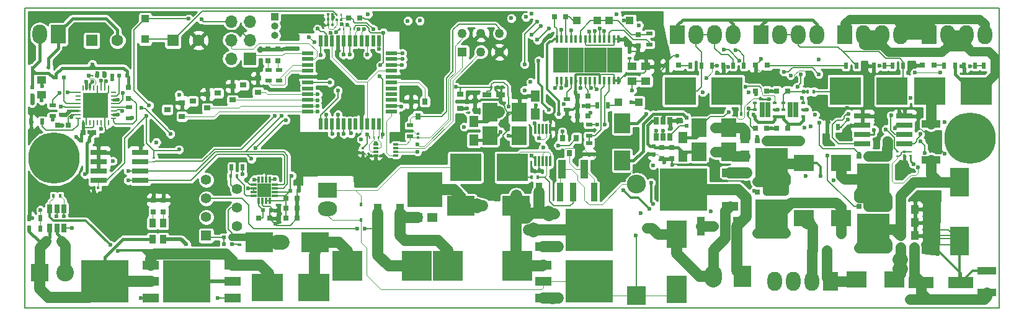
<source format=gbr>
G04 #@! TF.FileFunction,Copper,L1,Top,Signal*
%FSLAX46Y46*%
G04 Gerber Fmt 4.6, Leading zero omitted, Abs format (unit mm)*
G04 Created by KiCad (PCBNEW 4.0.7) date 06/15/18 17:29:42*
%MOMM*%
%LPD*%
G01*
G04 APERTURE LIST*
%ADD10C,0.100000*%
%ADD11C,0.150000*%
%ADD12R,0.600000X0.500000*%
%ADD13R,0.500000X0.600000*%
%ADD14R,0.900000X0.500000*%
%ADD15R,0.750000X0.800000*%
%ADD16R,0.800000X0.750000*%
%ADD17R,1.250000X1.000000*%
%ADD18R,0.500000X0.900000*%
%ADD19R,0.700000X0.250000*%
%ADD20R,0.250000X0.700000*%
%ADD21R,1.725000X1.725000*%
%ADD22R,4.100000X4.100000*%
%ADD23R,0.300000X0.350000*%
%ADD24R,0.350000X0.300000*%
%ADD25R,1.600000X1.600000*%
%ADD26C,1.600000*%
%ADD27R,3.750000X2.700000*%
%ADD28R,2.700000X3.750000*%
%ADD29R,3.500000X1.600000*%
%ADD30R,2.500000X1.000000*%
%ADD31R,2.500000X4.000000*%
%ADD32R,1.000000X1.250000*%
%ADD33R,0.800000X0.800000*%
%ADD34R,1.100000X1.100000*%
%ADD35R,0.900000X0.800000*%
%ADD36R,1.400000X1.270000*%
%ADD37R,4.720000X4.800000*%
%ADD38R,2.600000X2.600000*%
%ADD39O,2.600000X2.600000*%
%ADD40R,4.241800X3.810000*%
%ADD41R,0.300000X1.450000*%
%ADD42C,7.000000*%
%ADD43R,1.700000X1.700000*%
%ADD44O,1.700000X1.700000*%
%ADD45R,1.000000X1.000000*%
%ADD46O,1.000000X1.000000*%
%ADD47R,2.350000X3.000000*%
%ADD48O,2.350000X3.000000*%
%ADD49C,1.270000*%
%ADD50R,1.270000X1.270000*%
%ADD51R,2.000000X2.600000*%
%ADD52O,2.000000X2.600000*%
%ADD53R,0.280000X0.430000*%
%ADD54R,0.900000X2.500000*%
%ADD55R,2.200000X2.700000*%
%ADD56R,2.700000X2.200000*%
%ADD57R,0.630000X0.450000*%
%ADD58R,0.800000X1.050000*%
%ADD59R,4.510000X4.350000*%
%ADD60R,0.700000X0.700000*%
%ADD61R,0.800000X0.900000*%
%ADD62R,2.200000X1.200000*%
%ADD63R,6.400000X5.800000*%
%ADD64R,3.050000X2.750000*%
%ADD65R,0.430000X0.280000*%
%ADD66R,0.400000X0.600000*%
%ADD67R,0.600000X0.400000*%
%ADD68R,1.000000X2.500000*%
%ADD69R,2.199640X0.797560*%
%ADD70R,0.550000X1.500000*%
%ADD71R,1.500000X0.550000*%
%ADD72R,0.650000X1.220000*%
%ADD73R,0.813000X0.305000*%
%ADD74R,0.305000X0.813000*%
%ADD75R,1.854000X1.854000*%
%ADD76R,1.397000X1.397000*%
%ADD77C,1.397000*%
%ADD78R,0.650000X1.060000*%
%ADD79R,0.400000X1.100000*%
%ADD80R,1.100000X0.890000*%
%ADD81R,0.749300X0.299720*%
%ADD82R,2.600000X2.000000*%
%ADD83O,2.600000X2.000000*%
%ADD84C,2.400000*%
%ADD85R,2.400000X2.400000*%
%ADD86R,0.600000X0.450000*%
%ADD87R,0.450000X0.600000*%
%ADD88R,0.900000X1.200000*%
%ADD89R,1.250000X1.500000*%
%ADD90R,1.200000X0.750000*%
%ADD91R,2.000000X2.500000*%
%ADD92C,0.600000*%
%ADD93C,0.200000*%
%ADD94C,0.125000*%
%ADD95C,0.159000*%
%ADD96C,0.300000*%
%ADD97C,1.500000*%
%ADD98C,1.570000*%
%ADD99C,0.415000*%
%ADD100C,1.470000*%
%ADD101C,2.000000*%
%ADD102C,0.500000*%
%ADD103C,1.270000*%
%ADD104C,1.400000*%
%ADD105C,1.000000*%
%ADD106C,0.400000*%
%ADD107C,0.213000*%
%ADD108C,0.555000*%
%ADD109C,0.220000*%
%ADD110C,0.254000*%
G04 APERTURE END LIST*
D10*
D11*
X25000000Y-164000000D02*
X25000000Y-123000000D01*
X158000000Y-164000000D02*
X25000000Y-164000000D01*
X158000000Y-123000000D02*
X158000000Y-164000000D01*
X25000000Y-123000000D02*
X158000000Y-123000000D01*
D12*
X35790000Y-132250000D03*
X36890000Y-132250000D03*
D13*
X29920000Y-137570000D03*
X29920000Y-136470000D03*
D12*
X30310000Y-132540000D03*
X29210000Y-132540000D03*
X33740000Y-132250000D03*
X34840000Y-132250000D03*
X37840000Y-132250000D03*
X38940000Y-132250000D03*
X32710000Y-141110000D03*
X33810000Y-141110000D03*
D14*
X28770000Y-137790000D03*
X28770000Y-136290000D03*
D15*
X39150000Y-133870000D03*
X39150000Y-135370000D03*
D16*
X29440000Y-139000000D03*
X30940000Y-139000000D03*
D17*
X27310000Y-134880000D03*
X27310000Y-132880000D03*
D18*
X27330000Y-138540000D03*
X25830000Y-138540000D03*
D14*
X39200000Y-136570000D03*
X39200000Y-138070000D03*
D19*
X32250000Y-134560000D03*
X32250000Y-135060000D03*
X32250000Y-135560000D03*
X32250000Y-136060000D03*
X32250000Y-136560000D03*
X32250000Y-137060000D03*
X32250000Y-137560000D03*
X32250000Y-138060000D03*
D20*
X32900000Y-138710000D03*
X33400000Y-138710000D03*
X33900000Y-138710000D03*
X34400000Y-138710000D03*
X34900000Y-138710000D03*
X35400000Y-138710000D03*
X35900000Y-138710000D03*
X36400000Y-138710000D03*
D19*
X37050000Y-138060000D03*
X37050000Y-137560000D03*
X37050000Y-137060000D03*
X37050000Y-136560000D03*
X37050000Y-136060000D03*
X37050000Y-135560000D03*
X37050000Y-135060000D03*
X37050000Y-134560000D03*
D20*
X36400000Y-133910000D03*
X35900000Y-133910000D03*
X35400000Y-133910000D03*
X34900000Y-133910000D03*
X34400000Y-133910000D03*
X33900000Y-133910000D03*
X33400000Y-133910000D03*
X32900000Y-133910000D03*
D21*
X35512500Y-137172500D03*
X35512500Y-135447500D03*
X33787500Y-137172500D03*
X33787500Y-135447500D03*
D22*
X78500000Y-158250000D03*
X69000000Y-158250000D03*
D23*
X35010000Y-147590000D03*
X34450000Y-147590000D03*
D24*
X145040000Y-142640000D03*
X145040000Y-143200000D03*
D25*
X45200000Y-127450000D03*
D26*
X48700000Y-127450000D03*
D23*
X66960000Y-123870000D03*
X66400000Y-123870000D03*
X66960000Y-124570000D03*
X66400000Y-124570000D03*
X66960000Y-125270000D03*
X66400000Y-125270000D03*
D16*
X69170000Y-124340000D03*
X70670000Y-124340000D03*
D23*
X68170000Y-124650000D03*
X67610000Y-124650000D03*
D24*
X71090000Y-142180000D03*
X71090000Y-142740000D03*
X78670000Y-140750000D03*
X78670000Y-140190000D03*
D16*
X62130000Y-150410000D03*
X60630000Y-150410000D03*
D12*
X61230000Y-147960000D03*
X62330000Y-147960000D03*
D16*
X62130000Y-149060000D03*
X60630000Y-149060000D03*
X62130000Y-151760000D03*
X60630000Y-151760000D03*
D12*
X57520000Y-150650000D03*
X58620000Y-150650000D03*
D16*
X58430000Y-151750000D03*
X56930000Y-151750000D03*
D27*
X64575000Y-155000000D03*
X57025000Y-155000000D03*
D12*
X52190000Y-155320000D03*
X53290000Y-155320000D03*
X52190000Y-154350000D03*
X53290000Y-154350000D03*
D28*
X114000000Y-161465000D03*
X114000000Y-153915000D03*
D27*
X84515000Y-150050000D03*
X92065000Y-150050000D03*
D23*
X88670000Y-133890000D03*
X89230000Y-133890000D03*
D25*
X34100000Y-127450000D03*
D26*
X37600000Y-127450000D03*
D15*
X113250000Y-142100000D03*
X113250000Y-143600000D03*
X111900000Y-142100000D03*
X111900000Y-143600000D03*
D13*
X110800000Y-143000000D03*
X110800000Y-141900000D03*
X115290000Y-137980000D03*
X115290000Y-139080000D03*
D16*
X127610000Y-139470000D03*
X129110000Y-139470000D03*
X126250000Y-134370000D03*
X124750000Y-134370000D03*
X127600000Y-134370000D03*
X129100000Y-134370000D03*
X126260000Y-139470000D03*
X124760000Y-139470000D03*
X98820000Y-124250000D03*
X97320000Y-124250000D03*
D29*
X147350000Y-160500000D03*
X152750000Y-160500000D03*
D17*
X109740000Y-133010000D03*
X109740000Y-131010000D03*
X107910000Y-133010000D03*
X107910000Y-131010000D03*
D16*
X100390000Y-136390000D03*
X101890000Y-136390000D03*
D30*
X156310000Y-161890000D03*
X156310000Y-158890000D03*
D31*
X152590000Y-146820000D03*
X152590000Y-154820000D03*
D32*
X144490000Y-154130000D03*
X146490000Y-154130000D03*
X144490000Y-152330000D03*
X146490000Y-152330000D03*
X144490000Y-150530000D03*
X146490000Y-150530000D03*
D16*
X100380000Y-135030000D03*
X101880000Y-135030000D03*
X100390000Y-137750000D03*
X101890000Y-137750000D03*
D15*
X108700000Y-128150000D03*
X108700000Y-126650000D03*
D33*
X59540000Y-130250000D03*
X59540000Y-128650000D03*
D34*
X41400000Y-127300000D03*
X41400000Y-124500000D03*
D35*
X46430000Y-137840000D03*
X46430000Y-135940000D03*
X44430000Y-136890000D03*
X49890000Y-136690000D03*
X49890000Y-134790000D03*
X47890000Y-135740000D03*
X53340000Y-135590000D03*
X53340000Y-133690000D03*
X51340000Y-134640000D03*
X56790000Y-134500000D03*
X56790000Y-132600000D03*
X54790000Y-133550000D03*
D36*
X80620000Y-151660000D03*
D37*
X79580000Y-147860000D03*
D36*
X78540000Y-151660000D03*
D38*
X108490000Y-162350000D03*
D39*
X108490000Y-147110000D03*
D33*
X114240000Y-130850000D03*
X112640000Y-130850000D03*
X58190000Y-130250000D03*
X58190000Y-128650000D03*
X149090000Y-130850000D03*
X147490000Y-130850000D03*
X126320000Y-130850000D03*
X124720000Y-130850000D03*
D34*
X100320000Y-124750000D03*
X103120000Y-124750000D03*
X107560000Y-124750000D03*
X104760000Y-124750000D03*
X105970000Y-135890000D03*
X108770000Y-135890000D03*
D40*
X58052300Y-161210000D03*
X64427700Y-161210000D03*
X120817700Y-134340000D03*
X114442300Y-134340000D03*
X148492300Y-134330000D03*
X154867700Y-134330000D03*
X136992300Y-134330000D03*
X143367700Y-134330000D03*
D41*
X96670000Y-139530000D03*
X96170000Y-139530000D03*
X95670000Y-139530000D03*
X95170000Y-139530000D03*
X94670000Y-139530000D03*
X94670000Y-143930000D03*
X95170000Y-143930000D03*
X95670000Y-143930000D03*
X96170000Y-143930000D03*
X96670000Y-143930000D03*
D42*
X154010000Y-140810000D03*
D43*
X55690000Y-129950000D03*
D44*
X53150000Y-129950000D03*
X55690000Y-127410000D03*
X53150000Y-127410000D03*
X55690000Y-124870000D03*
X53150000Y-124870000D03*
D45*
X59090000Y-124250000D03*
D46*
X59090000Y-125520000D03*
X59090000Y-126790000D03*
D47*
X122950000Y-159700000D03*
D48*
X118990000Y-159700000D03*
D49*
X84690000Y-126480000D03*
X87230000Y-126480000D03*
X89770000Y-126480000D03*
D50*
X84690000Y-129020000D03*
D49*
X87230000Y-129020000D03*
X89770000Y-129020000D03*
D51*
X125520000Y-126650000D03*
D52*
X128060000Y-126650000D03*
X130600000Y-126650000D03*
X133140000Y-126650000D03*
D51*
X114080000Y-126650000D03*
D52*
X116620000Y-126650000D03*
X119160000Y-126650000D03*
X121700000Y-126650000D03*
D51*
X136950000Y-126650000D03*
D52*
X139490000Y-126650000D03*
X142030000Y-126650000D03*
X144570000Y-126650000D03*
D51*
X148400000Y-126650000D03*
D52*
X150940000Y-126650000D03*
X153480000Y-126650000D03*
X156020000Y-126650000D03*
D53*
X67600000Y-123920000D03*
X68120000Y-123920000D03*
D54*
X102690000Y-148200000D03*
X99790000Y-148200000D03*
D22*
X92240000Y-158250000D03*
X82740000Y-158250000D03*
D54*
X95140000Y-148200000D03*
X98040000Y-148200000D03*
D55*
X106500000Y-143850000D03*
X106500000Y-138750000D03*
D56*
X136400000Y-144150000D03*
X131300000Y-144150000D03*
X136400000Y-151700000D03*
X131300000Y-151700000D03*
X143650000Y-160150000D03*
X138550000Y-160150000D03*
D57*
X131200000Y-137870000D03*
X131200000Y-136920000D03*
X131200000Y-135970000D03*
X128520000Y-135970000D03*
X128520000Y-136920000D03*
X128520000Y-137870000D03*
D58*
X129460000Y-136395000D03*
X129460000Y-137445000D03*
X130260000Y-136395000D03*
X130260000Y-137445000D03*
D57*
X127350000Y-137870000D03*
X127350000Y-136920000D03*
X127350000Y-135970000D03*
X124670000Y-135970000D03*
X124670000Y-136920000D03*
X124670000Y-137870000D03*
D58*
X125610000Y-136395000D03*
X125610000Y-137445000D03*
X126410000Y-136395000D03*
X126410000Y-137445000D03*
D59*
X126900000Y-151290000D03*
D60*
X126265000Y-148160000D03*
X127535000Y-148160000D03*
X128805000Y-148160000D03*
X124995000Y-148160000D03*
X124995000Y-153760000D03*
X128805000Y-153760000D03*
X127535000Y-153760000D03*
X126265000Y-153760000D03*
D59*
X126900000Y-144240000D03*
D60*
X126265000Y-141110000D03*
X127535000Y-141110000D03*
X128805000Y-141110000D03*
X124995000Y-141110000D03*
X124995000Y-146710000D03*
X128805000Y-146710000D03*
X127535000Y-146710000D03*
X126265000Y-146710000D03*
D59*
X140790000Y-153280000D03*
D60*
X140155000Y-150150000D03*
X141425000Y-150150000D03*
X142695000Y-150150000D03*
X138885000Y-150150000D03*
X138885000Y-155750000D03*
X142695000Y-155750000D03*
X141425000Y-155750000D03*
X140155000Y-155750000D03*
D59*
X140790000Y-146430000D03*
D60*
X140155000Y-143300000D03*
X141425000Y-143300000D03*
X142695000Y-143300000D03*
X138885000Y-143300000D03*
X138885000Y-148900000D03*
X142695000Y-148900000D03*
X141425000Y-148900000D03*
X140155000Y-148900000D03*
D61*
X79590000Y-135800000D03*
X77690000Y-135800000D03*
X78640000Y-137800000D03*
D62*
X53340000Y-162680000D03*
X53340000Y-160400000D03*
X53340000Y-158120000D03*
D63*
X47040000Y-160400000D03*
D64*
X45365000Y-158875000D03*
X48715000Y-161925000D03*
X45365000Y-161925000D03*
X48715000Y-158875000D03*
D62*
X42190000Y-162680000D03*
X42190000Y-160400000D03*
X42190000Y-158120000D03*
D63*
X35890000Y-160400000D03*
D64*
X34215000Y-158875000D03*
X37565000Y-161925000D03*
X34215000Y-161925000D03*
X37565000Y-158875000D03*
D61*
X100270000Y-140800000D03*
X98370000Y-140800000D03*
X99320000Y-142800000D03*
D62*
X95740000Y-151070000D03*
X95740000Y-153350000D03*
X95740000Y-155630000D03*
D63*
X102040000Y-153350000D03*
D64*
X103715000Y-154875000D03*
X100365000Y-151825000D03*
X103715000Y-151825000D03*
X100365000Y-154875000D03*
D62*
X95740000Y-158120000D03*
X95740000Y-160400000D03*
X95740000Y-162680000D03*
D63*
X102040000Y-160400000D03*
D64*
X103715000Y-161925000D03*
X100365000Y-158875000D03*
X103715000Y-158875000D03*
X100365000Y-161925000D03*
D62*
X121240000Y-150080000D03*
X121240000Y-147800000D03*
X121240000Y-145520000D03*
D63*
X114940000Y-147800000D03*
D64*
X113265000Y-146275000D03*
X116615000Y-149325000D03*
X113265000Y-149325000D03*
X116615000Y-146275000D03*
D65*
X145910000Y-142690000D03*
X145910000Y-143210000D03*
D14*
X59690000Y-132950000D03*
X59690000Y-131450000D03*
D65*
X42630000Y-143490000D03*
X42630000Y-144010000D03*
X144120000Y-143220000D03*
X144120000Y-142700000D03*
D53*
X69910000Y-125930000D03*
X69390000Y-125930000D03*
X67970000Y-125930000D03*
X68490000Y-125930000D03*
X72090000Y-140710000D03*
X72610000Y-140710000D03*
X73770000Y-140700000D03*
X73250000Y-140700000D03*
D14*
X77590000Y-140550000D03*
X77590000Y-139050000D03*
D18*
X25600000Y-153190000D03*
X27100000Y-153190000D03*
X27100000Y-151740000D03*
X25600000Y-151740000D03*
D66*
X28900000Y-148700000D03*
X29800000Y-148700000D03*
X53050000Y-146010000D03*
X53950000Y-146010000D03*
D67*
X54240000Y-155370000D03*
X54240000Y-154470000D03*
D66*
X94120000Y-146100000D03*
X95020000Y-146100000D03*
D18*
X54700000Y-144810000D03*
X53200000Y-144810000D03*
D68*
X117290000Y-152850000D03*
X122190000Y-152850000D03*
D66*
X123680000Y-137540000D03*
X122780000Y-137540000D03*
D30*
X148690000Y-143770000D03*
X148690000Y-138870000D03*
D66*
X131820000Y-134460000D03*
X132720000Y-134460000D03*
D18*
X121650000Y-130900000D03*
X123150000Y-130900000D03*
X118820000Y-130900000D03*
X120320000Y-130900000D03*
X157400000Y-130900000D03*
X155900000Y-130900000D03*
X154690000Y-130900000D03*
X153190000Y-130900000D03*
X144900000Y-130900000D03*
X143400000Y-130900000D03*
X142350000Y-130900000D03*
X140850000Y-130900000D03*
D14*
X58240000Y-132950000D03*
X58240000Y-131450000D03*
D18*
X117340000Y-130900000D03*
X115840000Y-130900000D03*
X151950000Y-130900000D03*
X150450000Y-130900000D03*
X138540000Y-130900000D03*
X137040000Y-130900000D03*
D67*
X107490000Y-129850000D03*
X107490000Y-128950000D03*
D18*
X104610000Y-136340000D03*
X103110000Y-136340000D03*
D14*
X102000000Y-143000000D03*
X102000000Y-141500000D03*
X102000000Y-138950000D03*
X102000000Y-140450000D03*
X98960000Y-135440000D03*
X98960000Y-136940000D03*
X110200000Y-126500000D03*
X110200000Y-128000000D03*
D69*
X40767660Y-146582460D03*
X40767660Y-145312460D03*
X40767660Y-144047540D03*
X40767660Y-142777540D03*
X35032340Y-142777540D03*
X35032340Y-144047540D03*
X35032340Y-145312460D03*
X35032340Y-146582460D03*
X145057660Y-141582460D03*
X145057660Y-140312460D03*
X145057660Y-139047540D03*
X145057660Y-137777540D03*
X139322340Y-137777540D03*
X139322340Y-139047540D03*
X139322340Y-140312460D03*
X139322340Y-141582460D03*
D70*
X65330000Y-138890000D03*
X66130000Y-138890000D03*
X66930000Y-138890000D03*
X67730000Y-138890000D03*
X68530000Y-138890000D03*
X69330000Y-138890000D03*
X70130000Y-138890000D03*
X70930000Y-138890000D03*
X71730000Y-138890000D03*
X72530000Y-138890000D03*
X73330000Y-138890000D03*
D71*
X75030000Y-137190000D03*
X75030000Y-136390000D03*
X75030000Y-135590000D03*
X75030000Y-134790000D03*
X75030000Y-133990000D03*
X75030000Y-133190000D03*
X75030000Y-132390000D03*
X75030000Y-131590000D03*
X75030000Y-130790000D03*
X75030000Y-129990000D03*
X75030000Y-129190000D03*
D70*
X73330000Y-127490000D03*
X72530000Y-127490000D03*
X71730000Y-127490000D03*
X70930000Y-127490000D03*
X70130000Y-127490000D03*
X69330000Y-127490000D03*
X68530000Y-127490000D03*
X67730000Y-127490000D03*
X66930000Y-127490000D03*
X66130000Y-127490000D03*
X65330000Y-127490000D03*
D71*
X63630000Y-129190000D03*
X63630000Y-129990000D03*
X63630000Y-130790000D03*
X63630000Y-131590000D03*
X63630000Y-132390000D03*
X63630000Y-133190000D03*
X63630000Y-133990000D03*
X63630000Y-134790000D03*
X63630000Y-135590000D03*
X63630000Y-136390000D03*
X63630000Y-137190000D03*
D72*
X28400000Y-153040000D03*
X29350000Y-153040000D03*
X30300000Y-153040000D03*
X30300000Y-150420000D03*
X29350000Y-150420000D03*
X28400000Y-150420000D03*
D73*
X56202000Y-147160000D03*
X56202000Y-147660000D03*
X56202000Y-148160000D03*
X56202000Y-148660000D03*
D74*
X56900000Y-149358000D03*
X57400000Y-149358000D03*
X57900000Y-149358000D03*
X58400000Y-149358000D03*
D73*
X59098000Y-148660000D03*
X59098000Y-148160000D03*
X59098000Y-147660000D03*
X59098000Y-147160000D03*
D74*
X58400000Y-146462000D03*
X57900000Y-146462000D03*
X57400000Y-146462000D03*
X56900000Y-146462000D03*
D75*
X57650000Y-147910000D03*
D76*
X49734000Y-154120000D03*
D77*
X53925000Y-152850000D03*
X49734000Y-151580000D03*
X53925000Y-150310000D03*
X49734000Y-149040000D03*
X53925000Y-147770000D03*
X49734000Y-146500000D03*
D35*
X84420000Y-134810000D03*
X84420000Y-136710000D03*
X86420000Y-135760000D03*
D78*
X113050000Y-138400000D03*
X112100000Y-138400000D03*
X111150000Y-138400000D03*
X111150000Y-140600000D03*
X113050000Y-140600000D03*
X112100000Y-140600000D03*
D79*
X97595000Y-132960000D03*
X98245000Y-132960000D03*
X98895000Y-132960000D03*
X99545000Y-132960000D03*
X100195000Y-132960000D03*
X100845000Y-132960000D03*
X101495000Y-132960000D03*
X102145000Y-132960000D03*
X102795000Y-132960000D03*
X103445000Y-132960000D03*
X104095000Y-132960000D03*
X104745000Y-132960000D03*
X105395000Y-132960000D03*
X106045000Y-132960000D03*
X106045000Y-127260000D03*
X105395000Y-127260000D03*
X104745000Y-127260000D03*
X104095000Y-127260000D03*
X103445000Y-127260000D03*
X102795000Y-127260000D03*
X102145000Y-127260000D03*
X101495000Y-127260000D03*
X100845000Y-127260000D03*
X100195000Y-127260000D03*
X99545000Y-127260000D03*
X98895000Y-127260000D03*
X98245000Y-127260000D03*
X97595000Y-127260000D03*
D80*
X106045000Y-131385000D03*
X106045000Y-130535000D03*
X106045000Y-128835000D03*
X106045000Y-129685000D03*
X104988750Y-129685000D03*
X104988750Y-128835000D03*
X104988750Y-130535000D03*
X104988750Y-131385000D03*
X103932500Y-131385000D03*
X103932500Y-130535000D03*
X103932500Y-128835000D03*
X103932500Y-129685000D03*
X102876250Y-129685000D03*
X102876250Y-128835000D03*
X102876250Y-130535000D03*
X102876250Y-131385000D03*
X101820000Y-131385000D03*
X101820000Y-130535000D03*
X101820000Y-128835000D03*
X101820000Y-129685000D03*
X100763750Y-129685000D03*
X100763750Y-128835000D03*
X100763750Y-130535000D03*
X100763750Y-131385000D03*
X99707500Y-131385000D03*
X99707500Y-130535000D03*
X99707500Y-128835000D03*
X99707500Y-129685000D03*
X98651250Y-129685000D03*
X98651250Y-128835000D03*
X98651250Y-130535000D03*
X98651250Y-131385000D03*
X97595000Y-131385000D03*
X97595000Y-130535000D03*
X97595000Y-128835000D03*
X97595000Y-129685000D03*
D81*
X72875860Y-141650700D03*
X72875860Y-142151080D03*
X72875860Y-142648920D03*
X72875860Y-143149300D03*
X75624140Y-143149300D03*
X75624140Y-142648920D03*
X75624140Y-142151080D03*
X75624140Y-141650700D03*
D40*
X85142300Y-144800000D03*
X91517700Y-144800000D03*
D42*
X29000000Y-143500000D03*
D82*
X66330000Y-147920000D03*
D83*
X66330000Y-150460000D03*
D51*
X29550000Y-126600000D03*
D52*
X27010000Y-126600000D03*
D84*
X30500000Y-159200000D03*
D85*
X27000000Y-159200000D03*
D86*
X28210000Y-131150000D03*
X26110000Y-131150000D03*
X27850000Y-154900000D03*
X29950000Y-154900000D03*
D87*
X70880000Y-149900000D03*
X70880000Y-152000000D03*
D33*
X42540000Y-150840000D03*
X42540000Y-149240000D03*
X43890000Y-150850000D03*
X43890000Y-149250000D03*
D88*
X42390000Y-154590000D03*
X42390000Y-152390000D03*
X43840000Y-154600000D03*
X43840000Y-152400000D03*
D68*
X73170000Y-151050000D03*
X76170000Y-151050000D03*
X101320000Y-145050000D03*
X98320000Y-145050000D03*
D89*
X94700000Y-137530000D03*
X94700000Y-135030000D03*
X86250000Y-141060000D03*
X86250000Y-138560000D03*
X123280000Y-143260000D03*
X123280000Y-140760000D03*
X114830000Y-143250000D03*
X114830000Y-140750000D03*
D90*
X146390000Y-155700000D03*
X144490000Y-155700000D03*
X132520000Y-156130000D03*
X134420000Y-156130000D03*
X88020000Y-134910000D03*
X89920000Y-134910000D03*
D91*
X117050000Y-142650000D03*
X121050000Y-142650000D03*
X88470000Y-137210000D03*
X92470000Y-137210000D03*
X88470000Y-140460000D03*
X92470000Y-140460000D03*
X117050000Y-139400000D03*
X121050000Y-139400000D03*
D13*
X25980000Y-134950000D03*
X25980000Y-133850000D03*
D18*
X136010000Y-139240000D03*
X134510000Y-139240000D03*
D16*
X34410000Y-140010000D03*
X32910000Y-140010000D03*
D51*
X134950000Y-160350000D03*
D52*
X132410000Y-160350000D03*
X129870000Y-160350000D03*
X127330000Y-160350000D03*
D92*
X110760000Y-144490000D03*
X46040000Y-134840000D03*
X36980000Y-143930000D03*
X94020000Y-133140000D03*
X98530000Y-136130000D03*
X70910000Y-140970000D03*
X135390000Y-146570000D03*
X91040000Y-136500000D03*
X94190000Y-143200000D03*
X132850000Y-137600000D03*
X117540000Y-134510000D03*
X123760000Y-134520000D03*
X145920000Y-135330000D03*
X137400000Y-137480000D03*
X150540000Y-138580000D03*
X146940000Y-144780000D03*
X83850000Y-133810000D03*
X73530000Y-130850000D03*
X73400000Y-132350000D03*
X67510000Y-126300000D03*
X73910000Y-126390000D03*
X72890000Y-141450000D03*
X71720000Y-140270000D03*
X73850000Y-140310000D03*
X46030000Y-142350000D03*
X56290000Y-146460000D03*
X61410000Y-145950000D03*
X59090000Y-146420000D03*
X41940000Y-136300000D03*
X41610000Y-137770000D03*
X47340000Y-124500000D03*
X49070000Y-124570000D03*
X95560000Y-145290000D03*
X60470000Y-128630000D03*
X123920000Y-147470000D03*
X114040000Y-129570000D03*
X125460000Y-129950000D03*
X111180000Y-136800000D03*
X39660000Y-137980000D03*
X113240000Y-139490000D03*
X113410000Y-144430000D03*
X118330000Y-144360000D03*
X59220000Y-152510000D03*
X59780000Y-145720000D03*
X146320000Y-145300000D03*
X132850000Y-133510000D03*
X126580000Y-135430000D03*
X121980000Y-137340000D03*
X100410000Y-137720000D03*
X100195000Y-134575000D03*
X120960000Y-131070000D03*
X112290000Y-144090000D03*
X64600000Y-124750000D03*
X67760000Y-128390000D03*
X31500000Y-129920000D03*
X33430000Y-129850000D03*
X34890000Y-131880000D03*
X25830000Y-138540000D03*
X25890000Y-139460000D03*
X134750000Y-138640000D03*
X137260000Y-136680000D03*
X89580000Y-133900000D03*
X49880000Y-133910000D03*
X35032340Y-145312460D03*
X42550000Y-148990000D03*
X34380000Y-148110000D03*
X26880000Y-148730000D03*
X26040000Y-151750000D03*
X40767660Y-142777540D03*
X150570000Y-142960000D03*
X149380000Y-142540000D03*
X144340000Y-137130000D03*
X152640000Y-153450000D03*
X139960000Y-130840000D03*
X146290000Y-130840000D03*
X152790000Y-130960000D03*
X66730000Y-126420000D03*
X67030000Y-124260000D03*
X66610000Y-133190000D03*
X72530000Y-125910000D03*
X64530000Y-157030000D03*
X71400000Y-153170000D03*
X70330000Y-153170000D03*
X98350000Y-139900000D03*
X108380000Y-154140000D03*
X54740000Y-145730000D03*
X92065000Y-150050000D03*
X88470000Y-137210000D03*
X92060000Y-148620000D03*
X89630000Y-137190000D03*
X109870000Y-153110000D03*
X110610000Y-153090000D03*
X97270000Y-151120000D03*
X96530000Y-151140000D03*
X123880000Y-148970000D03*
X34180000Y-133140000D03*
X34180000Y-130700000D03*
X47050000Y-160360000D03*
X47010000Y-155250000D03*
X28770000Y-138240000D03*
X32020000Y-140650000D03*
X121050000Y-142650000D03*
X119180000Y-142650000D03*
X131300000Y-151700000D03*
X131830000Y-152220000D03*
X121100000Y-139390000D03*
X119180000Y-139390000D03*
X144480000Y-158710000D03*
X144480000Y-157360000D03*
X123790000Y-136760000D03*
X97880000Y-137540000D03*
X109060000Y-151010000D03*
X133620000Y-146010000D03*
X140790000Y-146430000D03*
X106650000Y-147900000D03*
X110220000Y-150430000D03*
X95110000Y-130220000D03*
X96500000Y-136900000D03*
X104100000Y-126160000D03*
X106740000Y-124730000D03*
X102790000Y-126160000D03*
X107900000Y-134250000D03*
X103010000Y-134090000D03*
X101240000Y-136390000D03*
X98240000Y-133950000D03*
X110750000Y-149790000D03*
X140790000Y-153280000D03*
X110460000Y-146860000D03*
X104120000Y-138950000D03*
X103090000Y-138930000D03*
X148660000Y-143750000D03*
X102160000Y-137330000D03*
X102280000Y-133950000D03*
X64940000Y-137190000D03*
X27110000Y-150630000D03*
X146470000Y-131860000D03*
X149970000Y-131870000D03*
X154000000Y-130950000D03*
X64930000Y-136390000D03*
X64930000Y-135600000D03*
X141630000Y-130910000D03*
X119450000Y-130900000D03*
X121980000Y-128800000D03*
X117990000Y-132610000D03*
X64950000Y-134780000D03*
X118960000Y-152830000D03*
X118220000Y-152850000D03*
X96990000Y-155630000D03*
X97770000Y-155620000D03*
X97760000Y-162690000D03*
X97000000Y-162710000D03*
X71810000Y-123870000D03*
X68470000Y-129390000D03*
X60060000Y-137780000D03*
X35370000Y-132930000D03*
X39090000Y-145280000D03*
X94550000Y-138760000D03*
X143230000Y-137700000D03*
X68250000Y-125260000D03*
X124580000Y-147980000D03*
X131560000Y-145980000D03*
X98220000Y-125960000D03*
X108810000Y-125370000D03*
X142710000Y-141180000D03*
X142720000Y-142140000D03*
X129960000Y-141110000D03*
X130700000Y-141110000D03*
X125000000Y-140600000D03*
X99540000Y-126070000D03*
X130930000Y-132050000D03*
X130450000Y-133790000D03*
X134570000Y-143180000D03*
X133370000Y-130050000D03*
X133340000Y-132050000D03*
X103450000Y-125800000D03*
X128600000Y-131730000D03*
X138890000Y-142930000D03*
X133410000Y-138720000D03*
X102040000Y-126210000D03*
X137350000Y-138260000D03*
X100850000Y-133930000D03*
X131380000Y-139350000D03*
X66940000Y-140230000D03*
X97330000Y-133950000D03*
X84960000Y-139260000D03*
X89930000Y-139920000D03*
X122770000Y-145530000D03*
X123520000Y-145550000D03*
X25960000Y-136020000D03*
X35830000Y-131890000D03*
X31020000Y-137140000D03*
X124770000Y-134780000D03*
X124440000Y-137630000D03*
X109790000Y-137470000D03*
X131310000Y-134460000D03*
X147840000Y-142820000D03*
X147280000Y-141230000D03*
X122580000Y-134450000D03*
X135870000Y-135530000D03*
X35410000Y-139510000D03*
X71730000Y-129370000D03*
X111160000Y-139760000D03*
X112100000Y-139770000D03*
X148740000Y-138890000D03*
X78550000Y-141660000D03*
X78560000Y-142640000D03*
X67730000Y-137590000D03*
X95770000Y-142050000D03*
X122550000Y-130190000D03*
X120380000Y-128690000D03*
X94130000Y-123820000D03*
X67720000Y-134290000D03*
X129540000Y-132230000D03*
X66130000Y-137600000D03*
X93190000Y-134250000D03*
X71290000Y-125930000D03*
X70550000Y-125920000D03*
X73350000Y-128600000D03*
X64500000Y-127720000D03*
X63790000Y-127020000D03*
X76540000Y-129990000D03*
X94950000Y-127380000D03*
X96530000Y-125820000D03*
X131110000Y-135310000D03*
X123380000Y-133810000D03*
X94910000Y-124870000D03*
X93200000Y-130690000D03*
X76500000Y-130790000D03*
X97790000Y-141780000D03*
X76340000Y-136490000D03*
X140920000Y-139680000D03*
X146290000Y-144350000D03*
X59080000Y-137750000D03*
X65390000Y-129440000D03*
X64930000Y-125860000D03*
X77260000Y-124770000D03*
X78900000Y-124740000D03*
X105780000Y-123860000D03*
X143740000Y-139470000D03*
X142540000Y-139590000D03*
X68540000Y-140230000D03*
X44870000Y-140220000D03*
X40900000Y-136660000D03*
X29760000Y-134600000D03*
X30850000Y-134560000D03*
X69500000Y-140150000D03*
X42930000Y-141360000D03*
X31430000Y-153050000D03*
X132250000Y-139230000D03*
X95410000Y-125460000D03*
X76520000Y-129190000D03*
X94180000Y-126660000D03*
X127000000Y-151370000D03*
X118620000Y-150780000D03*
X107820000Y-135860000D03*
X98920000Y-133650000D03*
X146570000Y-162800000D03*
X136390000Y-153110000D03*
X145830000Y-162800000D03*
X136390000Y-153860000D03*
X33400000Y-133120000D03*
X33190000Y-145710000D03*
X55500000Y-147680000D03*
X30050000Y-139000000D03*
X33770000Y-139920000D03*
X37700000Y-137550000D03*
X27320000Y-133730000D03*
X37660000Y-135550000D03*
X59330000Y-155030000D03*
X60080000Y-155010000D03*
X94410000Y-153360000D03*
X93710000Y-153360000D03*
X87450000Y-150050000D03*
X86730000Y-150070000D03*
X36100000Y-133050000D03*
X147230000Y-140220000D03*
X93390000Y-124240000D03*
X91380000Y-124410000D03*
X69320000Y-129410000D03*
X60590000Y-138330000D03*
X56500000Y-142140000D03*
X55910000Y-143630000D03*
X39080000Y-146570000D03*
X95150000Y-140780000D03*
X69000000Y-125270000D03*
X121040000Y-137270000D03*
X131750000Y-136890000D03*
X126930000Y-139490000D03*
X127770000Y-136920000D03*
X126910000Y-134400000D03*
X91020000Y-140460000D03*
X94710000Y-136340000D03*
X85370000Y-136710000D03*
X36640000Y-155390000D03*
X37650000Y-156220000D03*
X38260000Y-137080000D03*
X36900000Y-132770000D03*
X38360000Y-134650000D03*
X31360000Y-137960000D03*
X27310000Y-135660000D03*
X30300000Y-151470000D03*
X51330000Y-162680000D03*
X29330000Y-151470000D03*
X40800000Y-162680000D03*
D93*
X85740000Y-137270000D02*
X85330000Y-137270000D01*
X85330000Y-137270000D02*
X85260000Y-137340000D01*
X85700000Y-137430000D02*
X85430000Y-137430000D01*
X85430000Y-137430000D02*
X85420000Y-137440000D01*
X46040000Y-134840000D02*
X46040000Y-134860000D01*
D94*
X145810000Y-146010000D02*
X145880000Y-146010000D01*
X144120000Y-143530000D02*
X143360000Y-144290000D01*
X143360000Y-144290000D02*
X143360000Y-146640000D01*
X143360000Y-146640000D02*
X143630000Y-146910000D01*
X143630000Y-146910000D02*
X144910000Y-146910000D01*
X144910000Y-146910000D02*
X145810000Y-146010000D01*
X144120000Y-143220000D02*
X144120000Y-143530000D01*
X146940000Y-145550000D02*
X146940000Y-144780000D01*
X146592502Y-145897498D02*
X146940000Y-145550000D01*
X145992502Y-145897498D02*
X146592502Y-145897498D01*
X145880000Y-146010000D02*
X145992502Y-145897498D01*
D95*
X91040000Y-136500000D02*
X90950000Y-133720000D01*
X94670000Y-143680000D02*
X94190000Y-143200000D01*
X88670000Y-133470000D02*
X88670000Y-133890000D01*
X88990000Y-133150000D02*
X88670000Y-133470000D01*
X90380000Y-133150000D02*
X88990000Y-133150000D01*
X90950000Y-133720000D02*
X90380000Y-133150000D01*
X94670000Y-143930000D02*
X94670000Y-143680000D01*
X139322340Y-141582460D02*
X136032460Y-141582460D01*
X136032460Y-141582460D02*
X135200000Y-140750000D01*
X135200000Y-140750000D02*
X135200000Y-138960000D01*
X135200000Y-138960000D02*
X135770000Y-138390000D01*
X135770000Y-138390000D02*
X136580000Y-138390000D01*
X136580000Y-138390000D02*
X136860000Y-138110000D01*
X136860000Y-138110000D02*
X136860000Y-137820000D01*
X136860000Y-137820000D02*
X137200000Y-137480000D01*
X137200000Y-137480000D02*
X137400000Y-137480000D01*
X146800000Y-144920000D02*
X146940000Y-144780000D01*
X144120000Y-143220000D02*
X144400000Y-143220000D01*
X144400000Y-143220000D02*
X144620000Y-143000000D01*
X144790000Y-142640000D02*
X145040000Y-142640000D01*
X144620000Y-142810000D02*
X144790000Y-142640000D01*
X144620000Y-143000000D02*
X144620000Y-142810000D01*
X145040000Y-142640000D02*
X144980000Y-142640000D01*
X145910000Y-142690000D02*
X145090000Y-142690000D01*
X145090000Y-142690000D02*
X145040000Y-142640000D01*
X84590000Y-133890000D02*
X83930000Y-133890000D01*
X83930000Y-133890000D02*
X83850000Y-133810000D01*
X88670000Y-133890000D02*
X88670000Y-134140000D01*
X88670000Y-134140000D02*
X88450000Y-134360000D01*
X88450000Y-134360000D02*
X88060000Y-134360000D01*
X88060000Y-134360000D02*
X88020000Y-134400000D01*
X88020000Y-134400000D02*
X88020000Y-134910000D01*
X84420000Y-134810000D02*
X84420000Y-134060000D01*
X84590000Y-133890000D02*
X88670000Y-133890000D01*
X84420000Y-134060000D02*
X84590000Y-133890000D01*
X73910000Y-126390000D02*
X73910000Y-130470000D01*
X73910000Y-130470000D02*
X73530000Y-130850000D01*
X73850000Y-132800000D02*
X73850000Y-140310000D01*
X73400000Y-132350000D02*
X73850000Y-132800000D01*
X67970000Y-125930000D02*
X67880000Y-125930000D01*
X67880000Y-125930000D02*
X67510000Y-126300000D01*
X73910000Y-126390000D02*
X73870000Y-126430000D01*
X73870000Y-126430000D02*
X73240000Y-126430000D01*
X69910000Y-125930000D02*
X69910000Y-125714002D01*
X72220000Y-126430000D02*
X73240000Y-126430000D01*
X71990000Y-126200000D02*
X72220000Y-126430000D01*
X71990000Y-125860000D02*
X71990000Y-126200000D01*
X71530000Y-125400000D02*
X71990000Y-125860000D01*
X70224002Y-125400000D02*
X71530000Y-125400000D01*
X69910000Y-125714002D02*
X70224002Y-125400000D01*
X71720000Y-140270000D02*
X71720000Y-141550000D01*
X71720000Y-141550000D02*
X71090000Y-142180000D01*
X72875860Y-141650700D02*
X72875860Y-141464140D01*
X72875860Y-141464140D02*
X72890000Y-141450000D01*
X73770000Y-140700000D02*
X73770000Y-140390000D01*
X73770000Y-140390000D02*
X73850000Y-140310000D01*
X71720000Y-140270000D02*
X72090000Y-140640000D01*
X72090000Y-140640000D02*
X72090000Y-140710000D01*
X45870000Y-142510000D02*
X42630000Y-142510000D01*
X46030000Y-142350000D02*
X45870000Y-142510000D01*
X56900000Y-146462000D02*
X56292000Y-146462000D01*
X56292000Y-146462000D02*
X56290000Y-146460000D01*
X61230000Y-147960000D02*
X61230000Y-146130000D01*
X61230000Y-146130000D02*
X61410000Y-145950000D01*
X59048000Y-146462000D02*
X58400000Y-146462000D01*
X59090000Y-146420000D02*
X59048000Y-146462000D01*
X58400000Y-149358000D02*
X60332000Y-149358000D01*
X60332000Y-149358000D02*
X60630000Y-149060000D01*
X57900000Y-149358000D02*
X58400000Y-149358000D01*
X56900000Y-146462000D02*
X56900000Y-146430000D01*
X42630000Y-143490000D02*
X42630000Y-142510000D01*
X42630000Y-142510000D02*
X42630000Y-142490000D01*
X42630000Y-142490000D02*
X41610000Y-141470000D01*
X41610000Y-141470000D02*
X41610000Y-137770000D01*
X35032340Y-146582460D02*
X36187540Y-146582460D01*
X39910000Y-125990000D02*
X41400000Y-124500000D01*
X39910000Y-134270000D02*
X39910000Y-125990000D01*
X41940000Y-136300000D02*
X39910000Y-134270000D01*
X38610000Y-140770000D02*
X41610000Y-137770000D01*
X38610000Y-144160000D02*
X38610000Y-140770000D01*
X36187540Y-146582460D02*
X38610000Y-144160000D01*
X41400000Y-124500000D02*
X47340000Y-124500000D01*
X49070000Y-124570000D02*
X49370000Y-124870000D01*
X49370000Y-124870000D02*
X53150000Y-124870000D01*
D93*
X59098000Y-148660000D02*
X60530000Y-148660000D01*
X60530000Y-148660000D02*
X60630000Y-148560000D01*
X59098000Y-148160000D02*
X61030000Y-148160000D01*
X61030000Y-148160000D02*
X61230000Y-147960000D01*
X60630000Y-149060000D02*
X60630000Y-148560000D01*
X60630000Y-148560000D02*
X61230000Y-147960000D01*
X60630000Y-150410000D02*
X60630000Y-149060000D01*
X60630000Y-151760000D02*
X60630000Y-150410000D01*
D94*
X35010000Y-147590000D02*
X35010000Y-146604800D01*
X35010000Y-146604800D02*
X35032340Y-146582460D01*
D93*
X95170000Y-143930000D02*
X95170000Y-144900000D01*
X95170000Y-144900000D02*
X95560000Y-145290000D01*
X60450000Y-128650000D02*
X59540000Y-128650000D01*
X60470000Y-128630000D02*
X60450000Y-128650000D01*
X52850000Y-126100000D02*
X50050000Y-126100000D01*
X55690000Y-127410000D02*
X54380000Y-126100000D01*
X52850000Y-126100000D02*
X54380000Y-126100000D01*
X50050000Y-126100000D02*
X48700000Y-127450000D01*
X58190000Y-128650000D02*
X59540000Y-128650000D01*
X118330000Y-144360000D02*
X119070000Y-144360000D01*
X123130000Y-146680000D02*
X123920000Y-147470000D01*
X120340000Y-146680000D02*
X123130000Y-146680000D01*
X119590000Y-145930000D02*
X120340000Y-146680000D01*
X119590000Y-144880000D02*
X119590000Y-145930000D01*
X119070000Y-144360000D02*
X119590000Y-144880000D01*
X112640000Y-130360000D02*
X113430000Y-129570000D01*
X113430000Y-129570000D02*
X114040000Y-129570000D01*
X112640000Y-130850000D02*
X112640000Y-130360000D01*
X107490000Y-128950000D02*
X108840000Y-128950000D01*
X108840000Y-128950000D02*
X108990000Y-129100000D01*
X112640000Y-130850000D02*
X112640000Y-130240000D01*
X108700000Y-128810000D02*
X108700000Y-128150000D01*
X108990000Y-129100000D02*
X108700000Y-128810000D01*
X111500000Y-129100000D02*
X108990000Y-129100000D01*
X112640000Y-130240000D02*
X111500000Y-129100000D01*
X111180000Y-136800000D02*
X111180000Y-132310000D01*
X111180000Y-132310000D02*
X112640000Y-130850000D01*
X125460000Y-129950000D02*
X125460000Y-130110000D01*
X125460000Y-130110000D02*
X124720000Y-130850000D01*
X39200000Y-138070000D02*
X39570000Y-138070000D01*
X39570000Y-138070000D02*
X39660000Y-137980000D01*
X113410000Y-144430000D02*
X113410000Y-143760000D01*
X113410000Y-143760000D02*
X113250000Y-143600000D01*
X113050000Y-139300000D02*
X113240000Y-139490000D01*
X113050000Y-138400000D02*
X113050000Y-139300000D01*
X113420000Y-144420000D02*
X113420000Y-144360000D01*
X113410000Y-144430000D02*
X113420000Y-144420000D01*
X113250000Y-143600000D02*
X113250000Y-144190000D01*
X113420000Y-144360000D02*
X118330000Y-144360000D01*
X113250000Y-144190000D02*
X113420000Y-144360000D01*
X62130000Y-150410000D02*
X62130000Y-149060000D01*
X62130000Y-151760000D02*
X62130000Y-150410000D01*
X57900000Y-145700000D02*
X59760000Y-145700000D01*
X59220000Y-152510000D02*
X59185000Y-152545000D01*
X59760000Y-145700000D02*
X59780000Y-145720000D01*
X57900000Y-146462000D02*
X57900000Y-145700000D01*
X57900000Y-145700000D02*
X57900000Y-145690000D01*
X55710000Y-147160000D02*
X56202000Y-147160000D01*
X55230000Y-146680000D02*
X55710000Y-147160000D01*
X55230000Y-146310000D02*
X55230000Y-146680000D01*
X56070000Y-145470000D02*
X55230000Y-146310000D01*
X57680000Y-145470000D02*
X56070000Y-145470000D01*
X57900000Y-145690000D02*
X57680000Y-145470000D01*
X57400000Y-149358000D02*
X57400000Y-149920000D01*
X58620000Y-150260000D02*
X58620000Y-150650000D01*
X58470000Y-150110000D02*
X58620000Y-150260000D01*
X57590000Y-150110000D02*
X58470000Y-150110000D01*
X57400000Y-149920000D02*
X57590000Y-150110000D01*
X62130000Y-149060000D02*
X62130000Y-148160000D01*
X62130000Y-148160000D02*
X62330000Y-147960000D01*
X58430000Y-151750000D02*
X58430000Y-151790000D01*
X58430000Y-151790000D02*
X59185000Y-152545000D01*
X59185000Y-152545000D02*
X59350000Y-152710000D01*
X59350000Y-152710000D02*
X61180000Y-152710000D01*
X61180000Y-152710000D02*
X62130000Y-151760000D01*
X58430000Y-151750000D02*
X58430000Y-150840000D01*
X58430000Y-150840000D02*
X58620000Y-150650000D01*
X35900000Y-138710000D02*
X35900000Y-137560000D01*
X35900000Y-137560000D02*
X35512500Y-137172500D01*
X35900000Y-139190000D02*
X35900000Y-139270000D01*
X35900000Y-138710000D02*
X35900000Y-139190000D01*
X35032340Y-141857660D02*
X35032340Y-142777540D01*
X35950000Y-140940000D02*
X35032340Y-141857660D01*
X35950000Y-139320000D02*
X35950000Y-140940000D01*
X35900000Y-139270000D02*
X35950000Y-139320000D01*
D94*
X78670000Y-140190000D02*
X78410000Y-140190000D01*
X77690000Y-136590000D02*
X77690000Y-135800000D01*
X76600000Y-137680000D02*
X77690000Y-136590000D01*
X76600000Y-139270000D02*
X76600000Y-137680000D01*
X77120000Y-139790000D02*
X76600000Y-139270000D01*
X78010000Y-139790000D02*
X77120000Y-139790000D01*
X78410000Y-140190000D02*
X78010000Y-139790000D01*
X145040000Y-144020000D02*
X146320000Y-145300000D01*
X145040000Y-143200000D02*
X145040000Y-144020000D01*
X71090000Y-142740000D02*
X71260000Y-142740000D01*
X71260000Y-142740000D02*
X71669300Y-143149300D01*
X71669300Y-143149300D02*
X72875860Y-143149300D01*
X131660000Y-131970000D02*
X131660000Y-131800000D01*
X132850000Y-133510000D02*
X131660000Y-132320000D01*
X131660000Y-132320000D02*
X131660000Y-131970000D01*
X126490000Y-132840000D02*
X124720000Y-131070000D01*
X129750000Y-132840000D02*
X126490000Y-132840000D01*
X130070000Y-132520000D02*
X129750000Y-132840000D01*
X130070000Y-132080000D02*
X130070000Y-132520000D01*
X130610000Y-131540000D02*
X130070000Y-132080000D01*
X131400000Y-131540000D02*
X130610000Y-131540000D01*
X131660000Y-131800000D02*
X131400000Y-131540000D01*
X124720000Y-131070000D02*
X124720000Y-130850000D01*
X126580000Y-135430000D02*
X126510000Y-135360000D01*
X126510000Y-135360000D02*
X124390000Y-135360000D01*
X124390000Y-135360000D02*
X123230000Y-136520000D01*
X123230000Y-136520000D02*
X123230000Y-137900000D01*
X123230000Y-137900000D02*
X122910000Y-138220000D01*
X122910000Y-138220000D02*
X122410000Y-138220000D01*
X122410000Y-138220000D02*
X121980000Y-137790000D01*
X121980000Y-137790000D02*
X121980000Y-137340000D01*
X100410000Y-137720000D02*
X100390000Y-137740000D01*
X100390000Y-137740000D02*
X100390000Y-137750000D01*
X100380000Y-135030000D02*
X100380000Y-134760000D01*
X100380000Y-134760000D02*
X100195000Y-134575000D01*
X111900000Y-143600000D02*
X113250000Y-143600000D01*
X110800000Y-143000000D02*
X111300000Y-143000000D01*
X111300000Y-143000000D02*
X111900000Y-143600000D01*
X102000000Y-143000000D02*
X102370000Y-143000000D01*
X102370000Y-143000000D02*
X105110000Y-145740000D01*
X110140000Y-143000000D02*
X110800000Y-143000000D01*
X107400000Y-145740000D02*
X110140000Y-143000000D01*
X105110000Y-145740000D02*
X107400000Y-145740000D01*
X100390000Y-137750000D02*
X100390000Y-136390000D01*
X96670000Y-139530000D02*
X96670000Y-142370000D01*
X101140000Y-142140000D02*
X102000000Y-143000000D01*
X98780000Y-142140000D02*
X101140000Y-142140000D01*
X98200000Y-142720000D02*
X98780000Y-142140000D01*
X97020000Y-142720000D02*
X98200000Y-142720000D01*
X96670000Y-142370000D02*
X97020000Y-142720000D01*
X70930000Y-138890000D02*
X70930000Y-139880000D01*
X69800000Y-142740000D02*
X71090000Y-142740000D01*
X69490000Y-142430000D02*
X69800000Y-142740000D01*
X69490000Y-141320000D02*
X69490000Y-142430000D01*
X70930000Y-139880000D02*
X69490000Y-141320000D01*
X145057660Y-137777540D02*
X146417540Y-137777540D01*
X149380000Y-140770000D02*
X149380000Y-142540000D01*
X148930000Y-140320000D02*
X149380000Y-140770000D01*
X148050000Y-140320000D02*
X148930000Y-140320000D01*
X146920000Y-139190000D02*
X148050000Y-140320000D01*
X146920000Y-138280000D02*
X146920000Y-139190000D01*
X146417540Y-137777540D02*
X146920000Y-138280000D01*
X100380000Y-134760000D02*
X100195000Y-134575000D01*
X120790000Y-130900000D02*
X120320000Y-130900000D01*
X120960000Y-131070000D02*
X120790000Y-130900000D01*
X111900000Y-143600000D02*
X111900000Y-143700000D01*
X111900000Y-143700000D02*
X112290000Y-144090000D01*
X67610000Y-124650000D02*
X67610000Y-125340000D01*
X66400000Y-125720000D02*
X66400000Y-125270000D01*
X66580000Y-125900000D02*
X66400000Y-125720000D01*
X67050000Y-125900000D02*
X66580000Y-125900000D01*
X67610000Y-125340000D02*
X67050000Y-125900000D01*
X66400000Y-125270000D02*
X65120000Y-125270000D01*
X65120000Y-125270000D02*
X64600000Y-124750000D01*
D93*
X67730000Y-127490000D02*
X67730000Y-128360000D01*
X67730000Y-128360000D02*
X67760000Y-128390000D01*
D94*
X34840000Y-132250000D02*
X34840000Y-131930000D01*
X33360000Y-129920000D02*
X31500000Y-129920000D01*
X33430000Y-129850000D02*
X33360000Y-129920000D01*
X34840000Y-131930000D02*
X34890000Y-131880000D01*
D93*
X144340000Y-137130000D02*
X144410120Y-137130000D01*
X144410120Y-137130000D02*
X145057660Y-137777540D01*
X134750000Y-139000000D02*
X134750000Y-138640000D01*
X134750000Y-139000000D02*
X134510000Y-139240000D01*
X137260000Y-136680000D02*
X137250000Y-136680000D01*
X89230000Y-133890000D02*
X89570000Y-133890000D01*
X89570000Y-133890000D02*
X89580000Y-133900000D01*
X49890000Y-134790000D02*
X49890000Y-133920000D01*
X49890000Y-133920000D02*
X49880000Y-133910000D01*
X42550000Y-148990000D02*
X42540000Y-149240000D01*
X34450000Y-147590000D02*
X34450000Y-148040000D01*
X34450000Y-148040000D02*
X34380000Y-148110000D01*
X25600000Y-151740000D02*
X26030000Y-151740000D01*
X26030000Y-151740000D02*
X26040000Y-151750000D01*
X144410120Y-137130000D02*
X145057660Y-137777540D01*
X149530000Y-154060000D02*
X151830000Y-154060000D01*
X151830000Y-154060000D02*
X152590000Y-154820000D01*
X149290000Y-155350000D02*
X152060000Y-155350000D01*
X152060000Y-155350000D02*
X152590000Y-154820000D01*
X148900000Y-153320000D02*
X151090000Y-153320000D01*
X151090000Y-153320000D02*
X152590000Y-154820000D01*
X149330000Y-154550000D02*
X152320000Y-154550000D01*
X152320000Y-154550000D02*
X152590000Y-154820000D01*
X150570000Y-142960000D02*
X150150000Y-142540000D01*
X150150000Y-142540000D02*
X149380000Y-142540000D01*
X144987540Y-137777540D02*
X144340000Y-137130000D01*
X145057660Y-137777540D02*
X144987540Y-137777540D01*
X152640000Y-153450000D02*
X152590000Y-154820000D01*
X147490000Y-130850000D02*
X146300000Y-130850000D01*
X146300000Y-130850000D02*
X146290000Y-130840000D01*
X152850000Y-130900000D02*
X152790000Y-130960000D01*
X152850000Y-130900000D02*
X153190000Y-130900000D01*
X101495000Y-127260000D02*
X101495000Y-127955000D01*
X105395000Y-127995000D02*
X105395000Y-127260000D01*
X105290000Y-128100000D02*
X105395000Y-127995000D01*
X101640000Y-128100000D02*
X105290000Y-128100000D01*
X101495000Y-127955000D02*
X101640000Y-128100000D01*
X105395000Y-127260000D02*
X106045000Y-127260000D01*
X106045000Y-132960000D02*
X106120000Y-132960000D01*
X106120000Y-132960000D02*
X107150000Y-131930000D01*
X109740000Y-131680000D02*
X109740000Y-131010000D01*
X109490000Y-131930000D02*
X109740000Y-131680000D01*
X107150000Y-131930000D02*
X109490000Y-131930000D01*
X103445000Y-132205000D02*
X103555000Y-132205000D01*
X105395000Y-132175000D02*
X105395000Y-132960000D01*
X105330000Y-132110000D02*
X105395000Y-132175000D01*
X103650000Y-132110000D02*
X105330000Y-132110000D01*
X103555000Y-132205000D02*
X103650000Y-132110000D01*
X96670000Y-139530000D02*
X97500000Y-139530000D01*
X98960000Y-138070000D02*
X98960000Y-136940000D01*
X97500000Y-139530000D02*
X98960000Y-138070000D01*
X90230000Y-136060000D02*
X90160000Y-136060000D01*
X90160000Y-136060000D02*
X89730000Y-135630000D01*
X90230000Y-135960000D02*
X90230000Y-136060000D01*
X89920000Y-135650000D02*
X90230000Y-135960000D01*
X89920000Y-135440000D02*
X89920000Y-135650000D01*
X90230000Y-136060000D02*
X90135000Y-136155000D01*
X89920000Y-135400000D02*
X89920000Y-135440000D01*
X90135000Y-136155000D02*
X90080000Y-136100000D01*
X92470000Y-137210000D02*
X90890000Y-137210000D01*
X90890000Y-137210000D02*
X90610000Y-136930000D01*
X90610000Y-136930000D02*
X90610000Y-136810000D01*
X90610000Y-136810000D02*
X90550000Y-136750000D01*
X90550000Y-136750000D02*
X90550000Y-136710000D01*
X90550000Y-136710000D02*
X90480000Y-136640000D01*
X90480000Y-136640000D02*
X90480000Y-136500000D01*
X90480000Y-136500000D02*
X90080000Y-136100000D01*
X89730000Y-135870000D02*
X89730000Y-135630000D01*
X89960000Y-136100000D02*
X89730000Y-135870000D01*
X90080000Y-136100000D02*
X89960000Y-136100000D01*
X89730000Y-135630000D02*
X89730000Y-135590000D01*
X90230000Y-140690000D02*
X90230000Y-140410000D01*
X90780000Y-137940000D02*
X91510000Y-137210000D01*
X90780000Y-139860000D02*
X90780000Y-137940000D01*
X90230000Y-140410000D02*
X90780000Y-139860000D01*
X91510000Y-137210000D02*
X92470000Y-137210000D01*
X66400000Y-124570000D02*
X66400000Y-123870000D01*
X66400000Y-125270000D02*
X66400000Y-124570000D01*
X70670000Y-124340000D02*
X71180000Y-124340000D01*
X71430000Y-124590000D02*
X72010000Y-124590000D01*
X71180000Y-124340000D02*
X71430000Y-124590000D01*
D96*
X89230000Y-133890000D02*
X89230000Y-134220000D01*
X89230000Y-134220000D02*
X89920000Y-134910000D01*
X86420000Y-135760000D02*
X87160000Y-135760000D01*
X87160000Y-135760000D02*
X87330000Y-135590000D01*
X87330000Y-135590000D02*
X89730000Y-135590000D01*
X89920000Y-135400000D02*
X89920000Y-134910000D01*
X89730000Y-135590000D02*
X89920000Y-135400000D01*
X98960000Y-136940000D02*
X99840000Y-136940000D01*
X99840000Y-136940000D02*
X100390000Y-136390000D01*
X100195000Y-132960000D02*
X100195000Y-134845000D01*
X100195000Y-134845000D02*
X100380000Y-135030000D01*
X100195000Y-132960000D02*
X100195000Y-132175000D01*
X103445000Y-132205000D02*
X103445000Y-132960000D01*
X103350000Y-132110000D02*
X103445000Y-132205000D01*
X100260000Y-132110000D02*
X103350000Y-132110000D01*
X100195000Y-132175000D02*
X100260000Y-132110000D01*
X105395000Y-132960000D02*
X106045000Y-132960000D01*
X152750000Y-160500000D02*
X152750000Y-159230000D01*
X152750000Y-159230000D02*
X149190000Y-155670000D01*
X156310000Y-158890000D02*
X154360000Y-158890000D01*
X154360000Y-158890000D02*
X152750000Y-160500000D01*
X152590000Y-154820000D02*
X152590000Y-160340000D01*
X152590000Y-160340000D02*
X152750000Y-160500000D01*
D95*
X33787500Y-137172500D02*
X33787500Y-135447500D01*
X35512500Y-137172500D02*
X33787500Y-137172500D01*
X35512500Y-135447500D02*
X35512500Y-137172500D01*
X36400000Y-133910000D02*
X36400000Y-134560000D01*
X36400000Y-134560000D02*
X35512500Y-135447500D01*
X34900000Y-133910000D02*
X34900000Y-134835000D01*
X34900000Y-134835000D02*
X35512500Y-135447500D01*
X35900000Y-137560000D02*
X35512500Y-137172500D01*
X33400000Y-138710000D02*
X33400000Y-137560000D01*
X33400000Y-137560000D02*
X33787500Y-137172500D01*
D94*
X66930000Y-127490000D02*
X66930000Y-126620000D01*
X66930000Y-126620000D02*
X66730000Y-126420000D01*
X66960000Y-124330000D02*
X67030000Y-124260000D01*
X66960000Y-124330000D02*
X66960000Y-124570000D01*
X67600000Y-123920000D02*
X67570000Y-123920000D01*
X67570000Y-123920000D02*
X67370000Y-123720000D01*
D93*
X67100000Y-123450000D02*
X62530000Y-123450000D01*
X67570000Y-123920000D02*
X67100000Y-123450000D01*
X62530000Y-123450000D02*
X49200000Y-123450000D01*
X48870000Y-123780000D02*
X45200000Y-127450000D01*
X49200000Y-123450000D02*
X48870000Y-123780000D01*
D94*
X66930000Y-127490000D02*
X66930000Y-129750000D01*
X70320000Y-133140000D02*
X71730000Y-133140000D01*
X66930000Y-129750000D02*
X70320000Y-133140000D01*
X71730000Y-138890000D02*
X71730000Y-133140000D01*
X73280000Y-131590000D02*
X75030000Y-131590000D01*
X71730000Y-133140000D02*
X73280000Y-131590000D01*
X66960000Y-123870000D02*
X67550000Y-123870000D01*
X67550000Y-123870000D02*
X67600000Y-123920000D01*
X66960000Y-127460000D02*
X66930000Y-127490000D01*
X66960000Y-124570000D02*
X66960000Y-125270000D01*
X66960000Y-123870000D02*
X66960000Y-124570000D01*
D95*
X41400000Y-127300000D02*
X45050000Y-127300000D01*
X45050000Y-127300000D02*
X45200000Y-127450000D01*
X69170000Y-124340000D02*
X69550000Y-124340000D01*
X69550000Y-124340000D02*
X69850000Y-124640000D01*
X66610000Y-133190000D02*
X63630000Y-133190000D01*
X71670000Y-125050000D02*
X72530000Y-125910000D01*
X70050000Y-125050000D02*
X71670000Y-125050000D01*
X69850000Y-124850000D02*
X70050000Y-125050000D01*
X69850000Y-124640000D02*
X69850000Y-124850000D01*
D94*
X68170000Y-124650000D02*
X68170000Y-124460000D01*
X68290000Y-124340000D02*
X69170000Y-124340000D01*
X68170000Y-124460000D02*
X68290000Y-124340000D01*
X68120000Y-123920000D02*
X68120000Y-124600000D01*
X68120000Y-124600000D02*
X68170000Y-124650000D01*
X84690000Y-126480000D02*
X84690000Y-127170000D01*
X80250000Y-140750000D02*
X78670000Y-140750000D01*
X82840000Y-138160000D02*
X80250000Y-140750000D01*
X82840000Y-132680000D02*
X82840000Y-138160000D01*
X83710000Y-131810000D02*
X82840000Y-132680000D01*
X83710000Y-128150000D02*
X83710000Y-131810000D01*
X84690000Y-127170000D02*
X83710000Y-128150000D01*
X78670000Y-140750000D02*
X77790000Y-140750000D01*
X77790000Y-140750000D02*
X77590000Y-140550000D01*
X75624140Y-141650700D02*
X77019300Y-141650700D01*
X77590000Y-141080000D02*
X77590000Y-140550000D01*
X77019300Y-141650700D02*
X77590000Y-141080000D01*
D93*
X64530000Y-155045000D02*
X64530000Y-157030000D01*
X64530000Y-155045000D02*
X64575000Y-155000000D01*
D97*
X64575000Y-155000000D02*
X67800000Y-155000000D01*
X67800000Y-155000000D02*
X69000000Y-156200000D01*
X69000000Y-156200000D02*
X69000000Y-158250000D01*
X64427700Y-161210000D02*
X64647700Y-155072700D01*
X64647700Y-155072700D02*
X64575000Y-155000000D01*
D95*
X49734000Y-149040000D02*
X54650000Y-149040000D01*
X71400000Y-153170000D02*
X73170000Y-153170000D01*
X56230000Y-153170000D02*
X70330000Y-153170000D01*
X55560000Y-152500000D02*
X56230000Y-153170000D01*
X55560000Y-149950000D02*
X55560000Y-152500000D01*
X54650000Y-149040000D02*
X55560000Y-149950000D01*
D97*
X78500000Y-158250000D02*
X74650000Y-158250000D01*
X73170000Y-156770000D02*
X73170000Y-153170000D01*
X73170000Y-153170000D02*
X73170000Y-151050000D01*
X74650000Y-158250000D02*
X73170000Y-156770000D01*
X78540000Y-151660000D02*
X76780000Y-151660000D01*
X76780000Y-151660000D02*
X76170000Y-151050000D01*
X76170000Y-151050000D02*
X76170000Y-154070000D01*
X82740000Y-156140000D02*
X82740000Y-158250000D01*
X81400000Y-154800000D02*
X82740000Y-156140000D01*
X76900000Y-154800000D02*
X81400000Y-154800000D01*
X76170000Y-154070000D02*
X76900000Y-154800000D01*
D93*
X98370000Y-139920000D02*
X98350000Y-139900000D01*
X98370000Y-140800000D02*
X98370000Y-139920000D01*
X108490000Y-154250000D02*
X108490000Y-162350000D01*
X108380000Y-154140000D02*
X108490000Y-154250000D01*
D94*
X70880000Y-152000000D02*
X70880000Y-155070000D01*
X95740000Y-161240000D02*
X95740000Y-160400000D01*
X95490000Y-161490000D02*
X95740000Y-161240000D01*
X93240000Y-161490000D02*
X95490000Y-161490000D01*
X73620000Y-161490000D02*
X93240000Y-161490000D01*
X71640000Y-159510000D02*
X73620000Y-161490000D01*
X71640000Y-155830000D02*
X71640000Y-159510000D01*
X70880000Y-155070000D02*
X71640000Y-155830000D01*
X95740000Y-160400000D02*
X102040000Y-160400000D01*
X108490000Y-162350000D02*
X113115000Y-162350000D01*
X113115000Y-162350000D02*
X114000000Y-161465000D01*
X108490000Y-162350000D02*
X103990000Y-162350000D01*
X103990000Y-162350000D02*
X102040000Y-160400000D01*
X66330000Y-150460000D02*
X66330000Y-151390000D01*
X66330000Y-151390000D02*
X66940000Y-152000000D01*
X66940000Y-152000000D02*
X70880000Y-152000000D01*
D93*
X54700000Y-145690000D02*
X54700000Y-144810000D01*
X54740000Y-145730000D02*
X54700000Y-145690000D01*
D98*
X92060000Y-148620000D02*
X92060000Y-150045000D01*
X92060000Y-150045000D02*
X92065000Y-150050000D01*
X89630000Y-137190000D02*
X88490000Y-137190000D01*
X88490000Y-137190000D02*
X88470000Y-137210000D01*
X92060000Y-148620000D02*
X92065000Y-148625000D01*
X89610000Y-137210000D02*
X89630000Y-137190000D01*
D99*
X86250000Y-138560000D02*
X88080000Y-138560000D01*
X88080000Y-138560000D02*
X88470000Y-138170000D01*
X88470000Y-138170000D02*
X88470000Y-137210000D01*
D100*
X109870000Y-153110000D02*
X110590000Y-153110000D01*
X110590000Y-153110000D02*
X110610000Y-153090000D01*
X109890000Y-153090000D02*
X109870000Y-153110000D01*
X111435000Y-153915000D02*
X114000000Y-153915000D01*
X111435000Y-153915000D02*
X110610000Y-153090000D01*
X95740000Y-151070000D02*
X97220000Y-151070000D01*
X97220000Y-151070000D02*
X97270000Y-151120000D01*
D101*
X96530000Y-151140000D02*
X96460000Y-151070000D01*
D100*
X118990000Y-159700000D02*
X118990000Y-156049998D01*
X118990000Y-156049998D02*
X120579998Y-154460000D01*
X120579998Y-154460000D02*
X120579998Y-150740002D01*
X120579998Y-150740002D02*
X121240000Y-150080000D01*
D97*
X118990000Y-159700000D02*
X118990000Y-160470000D01*
X114000000Y-153915000D02*
X114000000Y-156590000D01*
X117110000Y-159700000D02*
X118990000Y-159700000D01*
X114000000Y-156590000D02*
X117110000Y-159700000D01*
X95140000Y-148200000D02*
X95140000Y-150470000D01*
X95140000Y-150470000D02*
X95740000Y-151070000D01*
X92065000Y-150050000D02*
X93290000Y-150050000D01*
X92240000Y-158250000D02*
X95610000Y-158250000D01*
X95610000Y-158250000D02*
X95740000Y-158120000D01*
X92065000Y-151700000D02*
X93500000Y-151700000D01*
X94130000Y-151070000D02*
X95740000Y-151070000D01*
X93500000Y-151700000D02*
X94130000Y-151070000D01*
X92065000Y-150050000D02*
X92065000Y-151700000D01*
X92065000Y-151700000D02*
X92065000Y-158075000D01*
X92065000Y-158075000D02*
X92240000Y-158250000D01*
X121240000Y-147800000D02*
X122360000Y-147800000D01*
X123460000Y-151580000D02*
X122190000Y-152850000D01*
X123460000Y-148900000D02*
X123460000Y-151580000D01*
X122360000Y-147800000D02*
X123460000Y-148900000D01*
X121240000Y-147800000D02*
X114940000Y-147800000D01*
X122190000Y-152850000D02*
X122190000Y-158940000D01*
X122190000Y-158940000D02*
X122950000Y-159700000D01*
D96*
X34180000Y-130700000D02*
X34180000Y-130810000D01*
D99*
X34180000Y-130810000D02*
X34590000Y-131220000D01*
D96*
X34180000Y-130700000D02*
X34180000Y-130790000D01*
D99*
X34180000Y-130790000D02*
X33750000Y-131220000D01*
D96*
X33900000Y-133420000D02*
X34180000Y-133140000D01*
X33900000Y-133910000D02*
X33900000Y-133420000D01*
X34190000Y-130710000D02*
X34190000Y-131220000D01*
X34180000Y-130700000D02*
X34190000Y-130710000D01*
D99*
X29210000Y-132540000D02*
X29210000Y-132030000D01*
X29210000Y-132030000D02*
X30020000Y-131220000D01*
X30020000Y-131220000D02*
X33750000Y-131220000D01*
X38940000Y-131690000D02*
X38940000Y-132250000D01*
X34590000Y-131220000D02*
X38470000Y-131220000D01*
X38470000Y-131220000D02*
X38940000Y-131690000D01*
X33750000Y-131220000D02*
X34190000Y-131220000D01*
X34190000Y-131220000D02*
X34590000Y-131220000D01*
X39150000Y-133870000D02*
X39150000Y-132460000D01*
X39150000Y-132460000D02*
X38940000Y-132250000D01*
X27010000Y-126600000D02*
X27010000Y-130250000D01*
X27010000Y-130250000D02*
X26110000Y-131150000D01*
X26420000Y-131890000D02*
X26400000Y-131890000D01*
X26400000Y-131890000D02*
X25980000Y-131470000D01*
X29210000Y-132540000D02*
X28840000Y-132540000D01*
X28190000Y-131890000D02*
X26420000Y-131890000D01*
X26420000Y-131890000D02*
X25980000Y-131890000D01*
X28840000Y-132540000D02*
X28190000Y-131890000D01*
X25980000Y-133850000D02*
X25980000Y-131890000D01*
X25980000Y-131890000D02*
X25980000Y-131470000D01*
X25980000Y-131470000D02*
X25980000Y-131280000D01*
X25980000Y-131280000D02*
X26110000Y-131150000D01*
D95*
X32900000Y-138710000D02*
X32900000Y-139040000D01*
X32900000Y-139040000D02*
X33230000Y-139370000D01*
X34400000Y-138710000D02*
X34400000Y-139180000D01*
X34210000Y-139370000D02*
X33230000Y-139370000D01*
X33230000Y-139370000D02*
X32910000Y-139370000D01*
X34400000Y-139180000D02*
X34210000Y-139370000D01*
D102*
X47040000Y-160400000D02*
X53340000Y-160400000D01*
X43840000Y-154600000D02*
X46360000Y-154600000D01*
X46360000Y-154600000D02*
X47010000Y-155250000D01*
X47050000Y-160360000D02*
X47040000Y-160400000D01*
D99*
X32710000Y-141110000D02*
X32480000Y-141110000D01*
X32480000Y-141110000D02*
X32020000Y-140650000D01*
X28770000Y-137790000D02*
X28770000Y-138240000D01*
X32910000Y-140010000D02*
X32910000Y-139370000D01*
X32910000Y-139370000D02*
X32910000Y-138720000D01*
X32910000Y-138720000D02*
X32900000Y-138710000D01*
X32710000Y-141110000D02*
X32710000Y-140210000D01*
X32710000Y-140210000D02*
X32910000Y-140010000D01*
D100*
X119180000Y-142650000D02*
X121050000Y-142650000D01*
D101*
X131830000Y-152220000D02*
X131310000Y-151700000D01*
D100*
X123280000Y-143260000D02*
X121660000Y-143260000D01*
X121660000Y-143260000D02*
X121050000Y-142650000D01*
X132520000Y-152920000D02*
X131300000Y-151700000D01*
X132520000Y-156130000D02*
X132520000Y-152920000D01*
X132410000Y-160350000D02*
X132410000Y-156240000D01*
X132410000Y-156240000D02*
X132520000Y-156130000D01*
X121050000Y-139400000D02*
X122930000Y-139400000D01*
X123280000Y-139750000D02*
X123280000Y-140760000D01*
X122930000Y-139400000D02*
X123280000Y-139750000D01*
X121040000Y-139390000D02*
X119180000Y-139390000D01*
X121040000Y-139390000D02*
X121050000Y-139400000D01*
X134950000Y-160350000D02*
X138350000Y-160350000D01*
X138350000Y-160350000D02*
X138550000Y-160150000D01*
X134420000Y-156130000D02*
X134420000Y-159820000D01*
X134420000Y-159820000D02*
X134950000Y-160350000D01*
D101*
X144480000Y-158710000D02*
X144490000Y-158710000D01*
X144480000Y-157360000D02*
X144490000Y-157360000D01*
D103*
X156020000Y-125230000D02*
X156020000Y-126650000D01*
X155320000Y-124530000D02*
X156020000Y-125230000D01*
X148400000Y-126650000D02*
X148400000Y-125175000D01*
X149045000Y-124530000D02*
X149560000Y-124530000D01*
X148400000Y-125175000D02*
X149045000Y-124530000D01*
X146990000Y-124530000D02*
X149560000Y-124530000D01*
X149560000Y-124530000D02*
X155320000Y-124530000D01*
X148165000Y-124940000D02*
X146990000Y-126115000D01*
X145630000Y-124530000D02*
X145630000Y-125190000D01*
X145630000Y-125190000D02*
X146555000Y-126115000D01*
X146555000Y-126115000D02*
X146990000Y-126115000D01*
X146990000Y-124530000D02*
X146990000Y-124540000D01*
X146990000Y-124540000D02*
X146990000Y-126115000D01*
X146990000Y-126115000D02*
X146990000Y-125680000D01*
X146990000Y-125680000D02*
X146020000Y-126650000D01*
X148400000Y-126650000D02*
X146020000Y-126650000D01*
X146020000Y-126650000D02*
X143900000Y-124530000D01*
X144570000Y-126650000D02*
X147140000Y-126650000D01*
X143900000Y-124530000D02*
X145630000Y-124530000D01*
X145630000Y-124530000D02*
X146990000Y-124530000D01*
X144570000Y-126650000D02*
X148400000Y-126650000D01*
X136950000Y-126650000D02*
X136950000Y-125160000D01*
X136950000Y-125160000D02*
X137580000Y-124530000D01*
X137580000Y-124530000D02*
X143900000Y-124530000D01*
X144570000Y-125200000D02*
X144570000Y-126650000D01*
X143900000Y-124530000D02*
X144570000Y-125200000D01*
X148400000Y-126650000D02*
X148400000Y-125390000D01*
D104*
X144490000Y-155700000D02*
X144490000Y-157360000D01*
X144490000Y-157360000D02*
X144490000Y-158710000D01*
X144490000Y-158710000D02*
X144490000Y-159310000D01*
X144490000Y-159310000D02*
X143650000Y-160150000D01*
D99*
X111150000Y-138400000D02*
X110610000Y-138400000D01*
X110290000Y-141900000D02*
X110800000Y-141900000D01*
X109950000Y-141560000D02*
X110290000Y-141900000D01*
X109950000Y-139060000D02*
X109950000Y-141560000D01*
X110610000Y-138400000D02*
X109950000Y-139060000D01*
X111900000Y-142100000D02*
X111000000Y-142100000D01*
X111000000Y-142100000D02*
X110800000Y-141900000D01*
X113250000Y-142100000D02*
X111900000Y-142100000D01*
X114830000Y-143250000D02*
X114830000Y-142760000D01*
X114830000Y-142760000D02*
X114170000Y-142100000D01*
X114170000Y-142100000D02*
X113250000Y-142100000D01*
X117050000Y-142650000D02*
X115430000Y-142650000D01*
X115430000Y-142650000D02*
X114830000Y-143250000D01*
D94*
X123950000Y-136920000D02*
X123970000Y-136920000D01*
X123790000Y-136760000D02*
X123950000Y-136920000D01*
D95*
X123680000Y-137540000D02*
X123680000Y-137870000D01*
X124010000Y-139100000D02*
X124380000Y-139470000D01*
X124010000Y-138200000D02*
X124010000Y-139100000D01*
X123680000Y-137870000D02*
X124010000Y-138200000D01*
X124380000Y-139470000D02*
X124760000Y-139470000D01*
X124670000Y-136920000D02*
X124670000Y-135970000D01*
X123680000Y-137540000D02*
X123680000Y-137210000D01*
X123970000Y-136920000D02*
X124670000Y-136920000D01*
X123680000Y-137210000D02*
X123970000Y-136920000D01*
X98820000Y-124250000D02*
X98820000Y-127185000D01*
X98820000Y-127185000D02*
X98895000Y-127260000D01*
X100320000Y-124750000D02*
X99810000Y-124750000D01*
X99810000Y-124750000D02*
X99310000Y-124250000D01*
X99310000Y-124250000D02*
X98820000Y-124250000D01*
D96*
X97595000Y-127260000D02*
X97310000Y-127260000D01*
X96980000Y-127590000D02*
X96650000Y-127590000D01*
X97310000Y-127260000D02*
X96980000Y-127590000D01*
X97880000Y-137540000D02*
X97880000Y-135750000D01*
X97880000Y-135750000D02*
X96250000Y-134120000D01*
X96250000Y-134120000D02*
X96250000Y-127990000D01*
X96250000Y-127990000D02*
X96650000Y-127590000D01*
X133070000Y-144150000D02*
X133620000Y-144700000D01*
X133620000Y-144700000D02*
X133620000Y-146010000D01*
X131300000Y-144150000D02*
X133070000Y-144150000D01*
D95*
X97320000Y-124250000D02*
X97320000Y-125560000D01*
X97320000Y-125560000D02*
X97595000Y-125835000D01*
X97595000Y-125835000D02*
X97595000Y-127260000D01*
D105*
X128805000Y-146710000D02*
X127535000Y-146710000D01*
X127535000Y-146710000D02*
X127535000Y-148160000D01*
X127535000Y-148160000D02*
X126265000Y-148160000D01*
X126265000Y-148160000D02*
X126265000Y-146710000D01*
X126265000Y-146710000D02*
X127535000Y-147980000D01*
X127535000Y-147980000D02*
X128805000Y-146710000D01*
X128805000Y-148160000D02*
X128805000Y-146710000D01*
X127535000Y-148160000D02*
X128805000Y-148160000D01*
X126265000Y-148160000D02*
X127535000Y-148160000D01*
X126265000Y-146710000D02*
X126265000Y-148160000D01*
D100*
X126900000Y-144240000D02*
X131210000Y-144240000D01*
X131210000Y-144240000D02*
X131300000Y-144150000D01*
X128805000Y-146710000D02*
X128805000Y-146145000D01*
X128805000Y-146145000D02*
X126900000Y-144240000D01*
X127535000Y-146710000D02*
X127535000Y-144875000D01*
X127535000Y-144875000D02*
X126900000Y-144240000D01*
X126265000Y-146710000D02*
X126265000Y-144875000D01*
X126265000Y-144875000D02*
X126900000Y-144240000D01*
X126265000Y-146710000D02*
X124995000Y-146710000D01*
X126265000Y-146710000D02*
X127535000Y-146710000D01*
D96*
X107700000Y-148950000D02*
X106650000Y-147900000D01*
X108740000Y-148950000D02*
X107700000Y-148950000D01*
X110220000Y-150430000D02*
X108740000Y-148950000D01*
X95110000Y-133300000D02*
X95110000Y-130220000D01*
X95620000Y-133810000D02*
X95110000Y-133300000D01*
X95620000Y-136020000D02*
X95620000Y-133810000D01*
X96500000Y-136900000D02*
X95620000Y-136020000D01*
D95*
X104095000Y-127260000D02*
X104095000Y-126165000D01*
X104095000Y-126165000D02*
X104100000Y-126160000D01*
D100*
X141425000Y-150150000D02*
X141425000Y-148900000D01*
X141425000Y-148900000D02*
X142675000Y-150150000D01*
X142675000Y-150150000D02*
X142675000Y-148920000D01*
X142675000Y-148920000D02*
X142655000Y-148900000D01*
X142655000Y-148900000D02*
X138885000Y-148900000D01*
X140155000Y-150150000D02*
X140155000Y-148900000D01*
X141425000Y-150150000D02*
X140155000Y-150150000D01*
X142695000Y-150150000D02*
X141425000Y-150150000D01*
X142695000Y-148900000D02*
X142695000Y-150150000D01*
X141425000Y-148900000D02*
X141425000Y-147065000D01*
X141425000Y-147065000D02*
X140790000Y-146430000D01*
X140155000Y-148900000D02*
X140155000Y-147065000D01*
X140155000Y-147065000D02*
X140790000Y-146430000D01*
X138885000Y-148900000D02*
X138885000Y-148335000D01*
X138885000Y-148335000D02*
X140790000Y-146430000D01*
X140155000Y-148900000D02*
X138885000Y-148900000D01*
X141425000Y-148900000D02*
X140155000Y-148900000D01*
X142695000Y-148900000D02*
X141425000Y-148900000D01*
X140790000Y-146430000D02*
X140790000Y-146995000D01*
X140790000Y-146995000D02*
X142695000Y-148900000D01*
X136400000Y-144150000D02*
X136400000Y-145940000D01*
X136890000Y-146430000D02*
X140790000Y-146430000D01*
X136400000Y-145940000D02*
X136890000Y-146430000D01*
D95*
X107560000Y-124750000D02*
X106760000Y-124750000D01*
X106760000Y-124750000D02*
X106740000Y-124730000D01*
X102795000Y-127260000D02*
X102795000Y-126165000D01*
X102795000Y-126165000D02*
X102790000Y-126160000D01*
X102795000Y-132960000D02*
X102795000Y-133875000D01*
X107910000Y-134240000D02*
X107910000Y-133010000D01*
X107900000Y-134250000D02*
X107910000Y-134240000D01*
X102795000Y-133875000D02*
X103010000Y-134090000D01*
X107910000Y-133010000D02*
X109740000Y-133010000D01*
X107910000Y-131010000D02*
X107910000Y-130890000D01*
X107910000Y-130890000D02*
X107490000Y-130470000D01*
X107490000Y-130470000D02*
X107490000Y-129850000D01*
X101890000Y-136390000D02*
X101240000Y-136390000D01*
X98245000Y-133945000D02*
X98245000Y-132960000D01*
X98240000Y-133950000D02*
X98245000Y-133945000D01*
X101890000Y-136390000D02*
X103060000Y-136390000D01*
X103060000Y-136390000D02*
X103110000Y-136340000D01*
D96*
X110460000Y-149500000D02*
X110460000Y-146860000D01*
X110750000Y-149790000D02*
X110460000Y-149500000D01*
D95*
X104745000Y-132960000D02*
X104745000Y-134385000D01*
X104745000Y-134385000D02*
X104120000Y-135010000D01*
X104120000Y-135010000D02*
X104120000Y-138950000D01*
X103070000Y-138950000D02*
X102000000Y-138950000D01*
X103090000Y-138930000D02*
X103070000Y-138950000D01*
D102*
X148660000Y-143750000D02*
X148680000Y-143770000D01*
X148680000Y-143770000D02*
X148690000Y-143770000D01*
D100*
X148690000Y-143770000D02*
X148690000Y-145790000D01*
X148690000Y-145790000D02*
X149720000Y-146820000D01*
X144490000Y-150530000D02*
X144490000Y-148670000D01*
X146340000Y-146820000D02*
X149720000Y-146820000D01*
X149720000Y-146820000D02*
X152590000Y-146820000D01*
X144490000Y-148670000D02*
X146340000Y-146820000D01*
X144490000Y-152330000D02*
X144490000Y-150530000D01*
X144490000Y-154130000D02*
X144490000Y-152330000D01*
X140790000Y-153280000D02*
X143640000Y-153280000D01*
X143640000Y-153280000D02*
X144490000Y-154130000D01*
X142695000Y-155750000D02*
X142695000Y-155185000D01*
X142695000Y-155185000D02*
X140790000Y-153280000D01*
X141425000Y-155750000D02*
X142695000Y-155750000D01*
X140155000Y-155750000D02*
X141425000Y-155750000D01*
X140790000Y-153280000D02*
X140790000Y-153845000D01*
X140790000Y-153845000D02*
X138885000Y-155750000D01*
X138885000Y-155750000D02*
X140155000Y-155750000D01*
X140790000Y-153845000D02*
X138885000Y-155750000D01*
D95*
X101880000Y-135030000D02*
X101880000Y-134260000D01*
X101495000Y-133875000D02*
X101495000Y-132960000D01*
X101880000Y-134260000D02*
X101495000Y-133875000D01*
X101890000Y-137750000D02*
X101890000Y-137600000D01*
X101890000Y-137600000D02*
X102160000Y-137330000D01*
X102280000Y-133950000D02*
X102145000Y-133815000D01*
X102145000Y-133815000D02*
X102145000Y-132960000D01*
X108700000Y-126650000D02*
X107800000Y-126650000D01*
X105900000Y-124750000D02*
X104760000Y-124750000D01*
X107800000Y-126650000D02*
X105900000Y-124750000D01*
X100845000Y-127260000D02*
X100845000Y-126145000D01*
X102240000Y-124750000D02*
X103120000Y-124750000D01*
X100845000Y-126145000D02*
X102240000Y-124750000D01*
X103120000Y-124750000D02*
X104760000Y-124750000D01*
X108700000Y-126650000D02*
X110050000Y-126650000D01*
X110050000Y-126650000D02*
X110200000Y-126500000D01*
D94*
X27100000Y-151740000D02*
X27100000Y-153190000D01*
X63630000Y-137190000D02*
X64940000Y-137190000D01*
X27100000Y-150640000D02*
X27100000Y-151740000D01*
X27110000Y-150630000D02*
X27100000Y-150640000D01*
X46430000Y-137840000D02*
X50810000Y-137840000D01*
X51460000Y-137190000D02*
X63630000Y-137190000D01*
X50810000Y-137840000D02*
X51460000Y-137190000D01*
X63630000Y-136390000D02*
X64930000Y-136390000D01*
X146470000Y-131860000D02*
X146480000Y-131870000D01*
X146480000Y-131870000D02*
X149970000Y-131870000D01*
X154000000Y-130950000D02*
X154050000Y-130900000D01*
X154050000Y-130900000D02*
X154690000Y-130900000D01*
X49890000Y-136690000D02*
X54160000Y-136690000D01*
X54460000Y-136390000D02*
X63630000Y-136390000D01*
X54160000Y-136690000D02*
X54460000Y-136390000D01*
D93*
X155900000Y-130900000D02*
X154690000Y-130900000D01*
D94*
X64920000Y-135590000D02*
X64930000Y-135600000D01*
X63630000Y-135590000D02*
X64920000Y-135590000D01*
X141640000Y-130900000D02*
X142350000Y-130900000D01*
X141630000Y-130910000D02*
X141640000Y-130900000D01*
X53340000Y-135590000D02*
X63630000Y-135590000D01*
D95*
X142350000Y-130900000D02*
X143400000Y-130900000D01*
X123150000Y-130900000D02*
X123150000Y-130300000D01*
X119450000Y-130900000D02*
X118820000Y-130900000D01*
X122420000Y-128800000D02*
X121980000Y-128800000D01*
X123150000Y-129530000D02*
X122420000Y-128800000D01*
X123150000Y-130300000D02*
X123150000Y-129530000D01*
D94*
X118820000Y-131780000D02*
X118820000Y-130900000D01*
X117990000Y-132610000D02*
X118820000Y-131780000D01*
X63630000Y-134790000D02*
X64940000Y-134790000D01*
X64940000Y-134790000D02*
X64950000Y-134780000D01*
X56790000Y-134500000D02*
X57830000Y-134500000D01*
X58120000Y-134790000D02*
X63630000Y-134790000D01*
X57830000Y-134500000D02*
X58120000Y-134790000D01*
D95*
X115840000Y-130900000D02*
X114290000Y-130900000D01*
X114290000Y-130900000D02*
X114240000Y-130850000D01*
D94*
X58190000Y-130250000D02*
X58190000Y-131400000D01*
X58190000Y-131400000D02*
X58240000Y-131450000D01*
D95*
X149090000Y-130850000D02*
X150400000Y-130850000D01*
X150400000Y-130850000D02*
X150450000Y-130900000D01*
X104610000Y-136340000D02*
X105520000Y-136340000D01*
X105520000Y-136340000D02*
X105970000Y-135890000D01*
D100*
X118220000Y-152850000D02*
X118940000Y-152850000D01*
X118940000Y-152850000D02*
X118960000Y-152830000D01*
X118940000Y-152850000D02*
X118960000Y-152830000D01*
X117290000Y-152850000D02*
X118220000Y-152850000D01*
D97*
X96990000Y-155630000D02*
X95740000Y-155630000D01*
X97760000Y-155630000D02*
X97770000Y-155620000D01*
X97750000Y-162680000D02*
X97760000Y-162690000D01*
X95740000Y-162680000D02*
X97750000Y-162680000D01*
X96970000Y-162680000D02*
X97000000Y-162710000D01*
X95740000Y-162680000D02*
X96970000Y-162680000D01*
X95740000Y-155630000D02*
X97760000Y-155630000D01*
D95*
X119160000Y-126650000D02*
X119160000Y-128490000D01*
X121650000Y-130040000D02*
X121650000Y-130900000D01*
X120980000Y-129370000D02*
X121650000Y-130040000D01*
X120040000Y-129370000D02*
X120980000Y-129370000D01*
X119160000Y-128490000D02*
X120040000Y-129370000D01*
X117340000Y-130900000D02*
X117340000Y-129010000D01*
X116620000Y-128290000D02*
X116620000Y-126650000D01*
X117340000Y-129010000D02*
X116620000Y-128290000D01*
X114442300Y-134340000D02*
X116800000Y-134340000D01*
X117340000Y-133800000D02*
X117340000Y-130900000D01*
X116800000Y-134340000D02*
X117340000Y-133800000D01*
X116620000Y-126650000D02*
X119160000Y-126650000D01*
D99*
X154867700Y-134330000D02*
X154160000Y-134330000D01*
X154160000Y-134330000D02*
X151950000Y-132120000D01*
X151950000Y-132120000D02*
X151950000Y-130900000D01*
D103*
X139490000Y-126650000D02*
X140570000Y-126650000D01*
X140570000Y-126650000D02*
X142030000Y-128110000D01*
X142030000Y-126650000D02*
X140860000Y-126650000D01*
X140860000Y-126650000D02*
X139490000Y-128020000D01*
X139490000Y-126650000D02*
X139490000Y-128020000D01*
X139580000Y-128110000D02*
X140950000Y-128110000D01*
X139490000Y-128020000D02*
X139580000Y-128110000D01*
X142030000Y-128110000D02*
X140950000Y-128110000D01*
X150940000Y-128240000D02*
X153460000Y-128240000D01*
X153460000Y-128240000D02*
X153480000Y-128220000D01*
X142030000Y-126650000D02*
X142030000Y-128110000D01*
X150940000Y-128240000D02*
X150940000Y-126650000D01*
X150160000Y-129020000D02*
X150940000Y-128240000D01*
X142030000Y-128110000D02*
X142940000Y-129020000D01*
X142940000Y-129020000D02*
X150160000Y-129020000D01*
X154867700Y-134330000D02*
X155160000Y-134330000D01*
X155160000Y-134330000D02*
X157400000Y-132090000D01*
X157400000Y-132090000D02*
X157400000Y-130900000D01*
X152340000Y-128050000D02*
X152340000Y-127790000D01*
X152340000Y-127790000D02*
X153480000Y-126650000D01*
X153480000Y-128050000D02*
X152340000Y-128050000D01*
X152340000Y-128050000D02*
X150940000Y-126650000D01*
X157400000Y-130900000D02*
X157400000Y-129780000D01*
X157400000Y-129780000D02*
X156530000Y-128910000D01*
X156530000Y-128910000D02*
X154170000Y-128910000D01*
X154170000Y-128910000D02*
X153480000Y-128220000D01*
X153480000Y-128220000D02*
X153480000Y-128050000D01*
X153480000Y-128050000D02*
X153480000Y-126650000D01*
X139490000Y-126650000D02*
X142030000Y-126650000D01*
X150940000Y-126650000D02*
X153480000Y-126650000D01*
D95*
X136790000Y-129150000D02*
X136790000Y-129130000D01*
X136790000Y-129130000D02*
X136940000Y-128980000D01*
X136620000Y-128980000D02*
X136940000Y-128980000D01*
X136940000Y-128980000D02*
X141610000Y-128980000D01*
X141610000Y-128980000D02*
X142520000Y-129890000D01*
X142520000Y-129890000D02*
X144440000Y-129890000D01*
X144440000Y-129890000D02*
X144900000Y-130350000D01*
X144900000Y-130350000D02*
X144900000Y-130900000D01*
X134210000Y-128330000D02*
X135970000Y-128330000D01*
X134210000Y-128330000D02*
X130810000Y-128330000D01*
X130810000Y-128330000D02*
X130600000Y-128120000D01*
X130600000Y-126650000D02*
X130600000Y-128120000D01*
X135970000Y-128330000D02*
X136620000Y-128980000D01*
X136620000Y-128980000D02*
X136790000Y-129150000D01*
X136790000Y-129150000D02*
X138540000Y-130900000D01*
X128060000Y-126650000D02*
X130600000Y-126650000D01*
X144900000Y-130900000D02*
X144900000Y-132797700D01*
X144900000Y-132797700D02*
X143367700Y-134330000D01*
D93*
X51010000Y-142690000D02*
X55150000Y-142690000D01*
X68530000Y-129330000D02*
X68530000Y-127490000D01*
X68470000Y-129390000D02*
X68530000Y-129330000D01*
X55150000Y-142690000D02*
X60060000Y-137780000D01*
X35400000Y-132960000D02*
X35370000Y-132930000D01*
X35400000Y-133910000D02*
X35400000Y-132960000D01*
X39122460Y-145312460D02*
X40767660Y-145312460D01*
X39090000Y-145280000D02*
X39122460Y-145312460D01*
X59098000Y-147660000D02*
X60270000Y-147660000D01*
X48387540Y-145312460D02*
X51010000Y-142690000D01*
X48387540Y-145312460D02*
X40767660Y-145312460D01*
X60370000Y-142690000D02*
X51010000Y-142690000D01*
X60820000Y-143140000D02*
X60370000Y-142690000D01*
X60820000Y-147110000D02*
X60820000Y-143140000D01*
X60270000Y-147660000D02*
X60820000Y-147110000D01*
X94550000Y-138760000D02*
X94670000Y-138880000D01*
X94670000Y-138880000D02*
X94670000Y-139530000D01*
X143200000Y-138830000D02*
X143200000Y-139730000D01*
X143230000Y-137700000D02*
X143200000Y-137730000D01*
X143200000Y-137730000D02*
X143200000Y-138830000D01*
X143782460Y-140312460D02*
X145057660Y-140312460D01*
X143200000Y-139730000D02*
X143782460Y-140312460D01*
D94*
X68490000Y-125500000D02*
X68250000Y-125260000D01*
X68490000Y-125500000D02*
X68490000Y-125930000D01*
X68530000Y-127490000D02*
X68530000Y-125970000D01*
X68530000Y-125970000D02*
X68490000Y-125930000D01*
X96170000Y-143930000D02*
X96170000Y-145830000D01*
X96170000Y-145830000D02*
X95900000Y-146100000D01*
D93*
X95020000Y-146100000D02*
X95900000Y-146100000D01*
X99790000Y-149660000D02*
X99790000Y-148200000D01*
X99380000Y-150070000D02*
X99790000Y-149660000D01*
X97220000Y-150070000D02*
X99380000Y-150070000D01*
X96620000Y-149470000D02*
X97220000Y-150070000D01*
X96620000Y-146820000D02*
X96620000Y-149470000D01*
X95900000Y-146100000D02*
X96620000Y-146820000D01*
D95*
X124760000Y-148160000D02*
X124580000Y-147980000D01*
X98245000Y-125985000D02*
X98220000Y-125960000D01*
X98245000Y-125985000D02*
X98245000Y-127260000D01*
X124995000Y-148160000D02*
X124760000Y-148160000D01*
D100*
X142720000Y-142140000D02*
X142720000Y-141190000D01*
D103*
X142720000Y-141190000D02*
X142710000Y-141180000D01*
D100*
X142695000Y-142165000D02*
X142695000Y-143300000D01*
X142695000Y-142165000D02*
X142720000Y-142140000D01*
X130700000Y-141110000D02*
X129960000Y-141110000D01*
X128805000Y-141110000D02*
X129960000Y-141110000D01*
X141425000Y-143300000D02*
X140155000Y-143300000D01*
X142695000Y-143300000D02*
X141425000Y-143300000D01*
X127535000Y-141110000D02*
X128805000Y-141110000D01*
X126265000Y-141110000D02*
X127535000Y-141110000D01*
D95*
X124995000Y-140605000D02*
X125000000Y-140600000D01*
X124995000Y-141110000D02*
X124995000Y-140605000D01*
X99545000Y-126075000D02*
X99545000Y-127260000D01*
X99540000Y-126070000D02*
X99545000Y-126075000D01*
X130930000Y-133310000D02*
X130930000Y-132050000D01*
X130450000Y-133790000D02*
X130930000Y-133310000D01*
X138170000Y-150150000D02*
X134570000Y-146550000D01*
X134570000Y-146550000D02*
X134570000Y-143180000D01*
X138885000Y-150150000D02*
X138170000Y-150150000D01*
X129240000Y-131730000D02*
X129785998Y-131184002D01*
X129785998Y-131184002D02*
X132474002Y-131184002D01*
X132474002Y-131184002D02*
X133340000Y-132050000D01*
X103445000Y-125805000D02*
X103450000Y-125800000D01*
X103445000Y-125805000D02*
X103445000Y-127260000D01*
X128600000Y-131730000D02*
X129240000Y-131730000D01*
X133410000Y-138720000D02*
X133410000Y-141700000D01*
X138885000Y-142935000D02*
X138890000Y-142930000D01*
X138885000Y-143300000D02*
X138885000Y-142935000D01*
X102145000Y-126315000D02*
X102040000Y-126210000D01*
X102145000Y-126315000D02*
X102145000Y-127260000D01*
X138190000Y-142230000D02*
X138890000Y-142930000D01*
X133940000Y-142230000D02*
X138190000Y-142230000D01*
X133410000Y-141700000D02*
X133940000Y-142230000D01*
X83442998Y-131420000D02*
X83442998Y-125997002D01*
X81902998Y-137800000D02*
X82570000Y-137132998D01*
X82570000Y-137132998D02*
X82570000Y-132560000D01*
X82570000Y-132560000D02*
X83442998Y-131687002D01*
X83442998Y-131687002D02*
X83442998Y-131420000D01*
X78640000Y-137800000D02*
X81902998Y-137800000D01*
X89770000Y-125790000D02*
X89770000Y-126480000D01*
X89210000Y-125230000D02*
X89770000Y-125790000D01*
X84210000Y-125230000D02*
X89210000Y-125230000D01*
X83442998Y-125997002D02*
X84210000Y-125230000D01*
D94*
X78640000Y-137800000D02*
X77930000Y-137800000D01*
X77590000Y-138140000D02*
X77590000Y-139050000D01*
X77930000Y-137800000D02*
X77590000Y-138140000D01*
D106*
X42390000Y-154590000D02*
X38350000Y-154590000D01*
X35890000Y-157050000D02*
X35890000Y-160400000D01*
X38350000Y-154590000D02*
X35890000Y-157050000D01*
X25600000Y-153190000D02*
X25600000Y-153560000D01*
X25600000Y-153560000D02*
X26940000Y-154900000D01*
X26940000Y-154900000D02*
X27850000Y-154900000D01*
X27850000Y-154900000D02*
X27850000Y-154870000D01*
X27850000Y-154870000D02*
X28400000Y-154320000D01*
X28400000Y-154320000D02*
X28400000Y-153040000D01*
D100*
X27000000Y-159200000D02*
X27000000Y-155750000D01*
X27000000Y-155750000D02*
X27850000Y-154900000D01*
D97*
X42190000Y-160400000D02*
X35890000Y-160400000D01*
X27000000Y-159200000D02*
X27000000Y-161400000D01*
X28200000Y-162600000D02*
X33690000Y-162600000D01*
X27000000Y-161400000D02*
X28200000Y-162600000D01*
X33690000Y-162600000D02*
X35890000Y-160400000D01*
D94*
X73250000Y-140700000D02*
X73250000Y-141090000D01*
X73368920Y-142151080D02*
X72875860Y-142151080D01*
X73570000Y-141950000D02*
X73368920Y-142151080D01*
X73570000Y-141410000D02*
X73570000Y-141950000D01*
X73250000Y-141090000D02*
X73570000Y-141410000D01*
X73330000Y-138890000D02*
X73330000Y-140620000D01*
X73330000Y-140620000D02*
X73250000Y-140700000D01*
D93*
X53200000Y-144810000D02*
X53200000Y-145860000D01*
X53200000Y-145860000D02*
X53050000Y-146010000D01*
X53925000Y-147770000D02*
X53670000Y-147770000D01*
X53670000Y-147770000D02*
X53050000Y-147150000D01*
X53050000Y-147150000D02*
X53050000Y-146010000D01*
D107*
X136370000Y-139240000D02*
X136010000Y-139240000D01*
D95*
X137350000Y-138260000D02*
X136370000Y-139240000D01*
X102750000Y-140450000D02*
X102800000Y-140450000D01*
X102000000Y-140450000D02*
X102750000Y-140450000D01*
X104095000Y-133665000D02*
X104095000Y-132960000D01*
X103610000Y-134150000D02*
X104095000Y-133665000D01*
X103610000Y-139640000D02*
X103610000Y-134150000D01*
X102800000Y-140450000D02*
X103610000Y-139640000D01*
X102000000Y-140450000D02*
X102000000Y-141500000D01*
X98960000Y-135440000D02*
X98960000Y-134540000D01*
X99545000Y-133955000D02*
X99545000Y-132960000D01*
X98960000Y-134540000D02*
X99545000Y-133955000D01*
X104745000Y-127260000D02*
X104745000Y-126395000D01*
X110200000Y-127690000D02*
X110200000Y-128000000D01*
X109860000Y-127350000D02*
X110200000Y-127690000D01*
X108040000Y-127350000D02*
X109860000Y-127350000D01*
X106770000Y-126080000D02*
X108040000Y-127350000D01*
X105060000Y-126080000D02*
X106770000Y-126080000D01*
X104745000Y-126395000D02*
X105060000Y-126080000D01*
X100845000Y-132960000D02*
X100845000Y-133925000D01*
X100845000Y-133925000D02*
X100850000Y-133930000D01*
X66930000Y-140220000D02*
X66940000Y-140230000D01*
X66930000Y-138890000D02*
X66930000Y-140220000D01*
X97595000Y-133685000D02*
X97595000Y-132960000D01*
X97330000Y-133950000D02*
X97595000Y-133685000D01*
D93*
X52190000Y-154350000D02*
X49964000Y-154350000D01*
X49964000Y-154350000D02*
X49734000Y-154120000D01*
X52190000Y-155320000D02*
X52190000Y-154350000D01*
X53290000Y-155320000D02*
X54190000Y-155320000D01*
X54190000Y-155320000D02*
X54240000Y-155370000D01*
D94*
X101320000Y-145050000D02*
X100180000Y-145050000D01*
X99320000Y-144190000D02*
X99320000Y-142800000D01*
X100180000Y-145050000D02*
X99320000Y-144190000D01*
X102690000Y-148200000D02*
X102690000Y-146420000D01*
X102690000Y-146420000D02*
X101320000Y-145050000D01*
X98320000Y-145050000D02*
X99580000Y-145050000D01*
X106540000Y-147110000D02*
X108490000Y-147110000D01*
X103790000Y-149860000D02*
X106540000Y-147110000D01*
X102020000Y-149860000D02*
X103790000Y-149860000D01*
X101390000Y-149230000D02*
X102020000Y-149860000D01*
X101390000Y-147520000D02*
X101390000Y-149230000D01*
X100430000Y-146560000D02*
X101390000Y-147520000D01*
X100430000Y-145900000D02*
X100430000Y-146560000D01*
X99580000Y-145050000D02*
X100430000Y-145900000D01*
X98040000Y-148200000D02*
X98040000Y-145330000D01*
X98040000Y-145330000D02*
X98320000Y-145050000D01*
D96*
X89570000Y-140460000D02*
X88470000Y-140460000D01*
X89930000Y-139920000D02*
X89570000Y-140460000D01*
D97*
X121240000Y-145520000D02*
X122760000Y-145520000D01*
X122770000Y-145530000D02*
X123500000Y-145530000D01*
X122760000Y-145520000D02*
X122770000Y-145530000D01*
X123500000Y-145530000D02*
X123520000Y-145550000D01*
D99*
X86250000Y-141060000D02*
X87870000Y-141060000D01*
X87870000Y-141060000D02*
X88470000Y-140460000D01*
D108*
X25980000Y-136000000D02*
X25980000Y-134950000D01*
X25960000Y-136020000D02*
X25980000Y-136000000D01*
X35790000Y-131930000D02*
X35790000Y-132250000D01*
X35830000Y-131890000D02*
X35790000Y-131930000D01*
X29920000Y-137570000D02*
X30590000Y-137570000D01*
X30590000Y-137570000D02*
X31020000Y-137140000D01*
D96*
X31020000Y-137140000D02*
X31100000Y-137060000D01*
X31100000Y-137060000D02*
X31270000Y-137060000D01*
X31270000Y-137060000D02*
X32250000Y-137060000D01*
D95*
X124750000Y-134760000D02*
X124750000Y-134370000D01*
X124770000Y-134780000D02*
X124750000Y-134760000D01*
X124670000Y-137870000D02*
X124670000Y-137860000D01*
X124670000Y-137860000D02*
X124440000Y-137630000D01*
D99*
X108310000Y-138750000D02*
X108510000Y-138750000D01*
X108310000Y-138750000D02*
X106500000Y-138750000D01*
X108510000Y-138750000D02*
X109790000Y-137470000D01*
X129110000Y-138840000D02*
X130710000Y-138840000D01*
X131200000Y-138350000D02*
X131200000Y-137870000D01*
X130710000Y-138840000D02*
X131200000Y-138350000D01*
X128520000Y-137870000D02*
X128520000Y-138220000D01*
X129110000Y-138810000D02*
X129110000Y-138840000D01*
X129110000Y-138840000D02*
X129110000Y-139470000D01*
X128520000Y-138220000D02*
X129110000Y-138810000D01*
X124670000Y-137870000D02*
X124670000Y-138160000D01*
X127350000Y-138290000D02*
X127350000Y-137870000D01*
X127060000Y-138580000D02*
X127350000Y-138290000D01*
X125090000Y-138580000D02*
X127060000Y-138580000D01*
X124670000Y-138160000D02*
X125090000Y-138580000D01*
X127350000Y-137870000D02*
X128520000Y-137870000D01*
X112440000Y-137500000D02*
X110710000Y-137500000D01*
X108080000Y-143850000D02*
X106500000Y-143850000D01*
X109360000Y-142570000D02*
X108080000Y-143850000D01*
X109360000Y-138850000D02*
X109360000Y-142570000D01*
X110710000Y-137500000D02*
X109360000Y-138850000D01*
X115290000Y-137980000D02*
X114810000Y-137500000D01*
X112100000Y-137840000D02*
X112100000Y-138400000D01*
X112440000Y-137500000D02*
X112100000Y-137840000D01*
X114810000Y-137500000D02*
X112440000Y-137500000D01*
D95*
X113050000Y-140600000D02*
X113050000Y-140460000D01*
X113050000Y-140460000D02*
X114430000Y-139080000D01*
X114430000Y-139080000D02*
X115290000Y-139080000D01*
X128520000Y-135970000D02*
X128520000Y-136920000D01*
D99*
X129100000Y-134370000D02*
X129060000Y-134370000D01*
D95*
X129060000Y-134370000D02*
X128520000Y-134910000D01*
X128520000Y-134910000D02*
X128520000Y-135970000D01*
X131820000Y-134460000D02*
X131310000Y-134460000D01*
X131310000Y-134460000D02*
X129190000Y-134460000D01*
D99*
X129190000Y-134460000D02*
X129100000Y-134370000D01*
D93*
X147840000Y-141790000D02*
X147840000Y-142820000D01*
X147280000Y-141230000D02*
X147840000Y-141790000D01*
D94*
X122580000Y-134450000D02*
X122470000Y-134340000D01*
X122470000Y-134340000D02*
X120817700Y-134340000D01*
D95*
X122780000Y-137540000D02*
X122780000Y-136302300D01*
X122780000Y-136302300D02*
X120817700Y-134340000D01*
D109*
X135870000Y-135530000D02*
X136992300Y-134407700D01*
X136992300Y-134407700D02*
X136992300Y-134330000D01*
D95*
X132720000Y-134460000D02*
X136862300Y-134460000D01*
D99*
X136862300Y-134460000D02*
X136992300Y-134330000D01*
D94*
X72610000Y-140710000D02*
X72610000Y-141010000D01*
X72278920Y-142648920D02*
X72875860Y-142648920D01*
X71990000Y-142360000D02*
X72278920Y-142648920D01*
X71990000Y-141630000D02*
X71990000Y-142360000D01*
X72610000Y-141010000D02*
X71990000Y-141630000D01*
X72530000Y-138890000D02*
X72530000Y-140630000D01*
X72530000Y-140630000D02*
X72610000Y-140710000D01*
D93*
X53950000Y-146010000D02*
X53950000Y-146200000D01*
X53950000Y-146200000D02*
X54950000Y-147200000D01*
X54950000Y-147200000D02*
X54950000Y-148410000D01*
X54950000Y-148410000D02*
X55200000Y-148660000D01*
X55200000Y-148660000D02*
X56202000Y-148660000D01*
D94*
X71730000Y-127490000D02*
X71730000Y-129370000D01*
X35400000Y-139500000D02*
X35400000Y-138710000D01*
X35410000Y-139510000D02*
X35400000Y-139500000D01*
D95*
X111150000Y-140600000D02*
X111150000Y-139770000D01*
X111150000Y-139770000D02*
X111160000Y-139760000D01*
X112100000Y-140600000D02*
X112100000Y-139770000D01*
D100*
X148690000Y-138870000D02*
X148690000Y-134527700D01*
D102*
X148740000Y-138890000D02*
X148720000Y-138870000D01*
X148720000Y-138870000D02*
X148690000Y-138870000D01*
D100*
X148690000Y-134527700D02*
X148492300Y-134330000D01*
D94*
X75624140Y-142648920D02*
X78551080Y-142648920D01*
X84690000Y-131190000D02*
X84690000Y-129020000D01*
X83100000Y-132780000D02*
X84690000Y-131190000D01*
X83100000Y-138289998D02*
X83100000Y-132780000D01*
X79488920Y-141901078D02*
X83100000Y-138289998D01*
X78791078Y-141901078D02*
X79488920Y-141901078D01*
X78550000Y-141660000D02*
X78791078Y-141901078D01*
X78551080Y-142648920D02*
X78560000Y-142640000D01*
X75624140Y-142151080D02*
X79608920Y-142151080D01*
X83360000Y-132890000D02*
X87230000Y-129020000D01*
X83360000Y-138400000D02*
X83360000Y-132890000D01*
X79608920Y-142151080D02*
X83360000Y-138400000D01*
X59540000Y-130250000D02*
X59540000Y-131300000D01*
X59540000Y-131300000D02*
X59690000Y-131450000D01*
D95*
X137040000Y-130900000D02*
X126370000Y-130900000D01*
X126370000Y-130900000D02*
X126320000Y-130850000D01*
X137040000Y-130900000D02*
X136780000Y-130900000D01*
X67730000Y-137590000D02*
X67730000Y-138890000D01*
X65330000Y-138890000D02*
X65330000Y-137670000D01*
X122550000Y-130190000D02*
X121050000Y-128690000D01*
X121050000Y-128690000D02*
X120380000Y-128690000D01*
X67720000Y-135280000D02*
X67720000Y-134290000D01*
X65330000Y-137670000D02*
X67720000Y-135280000D01*
X66130000Y-137600000D02*
X66130000Y-138890000D01*
D94*
X63630000Y-129190000D02*
X60420000Y-129190000D01*
X60130000Y-129480000D02*
X56160000Y-129480000D01*
X60420000Y-129190000D02*
X60130000Y-129480000D01*
X56160000Y-129480000D02*
X55690000Y-129950000D01*
X70930000Y-126290000D02*
X71290000Y-125930000D01*
X70930000Y-127490000D02*
X70930000Y-126290000D01*
X63630000Y-129990000D02*
X64500000Y-129990000D01*
X53150000Y-128490000D02*
X53150000Y-127410000D01*
X53270000Y-128610000D02*
X53150000Y-128490000D01*
X56150000Y-128610000D02*
X53270000Y-128610000D01*
X56890000Y-127870000D02*
X56150000Y-128610000D01*
X63800000Y-127870000D02*
X56890000Y-127870000D01*
X64830000Y-128900000D02*
X63800000Y-127870000D01*
X64830000Y-129660000D02*
X64830000Y-128900000D01*
X64500000Y-129990000D02*
X64830000Y-129660000D01*
X70130000Y-126340000D02*
X70130000Y-127490000D01*
X70130000Y-126340000D02*
X70550000Y-125920000D01*
X73330000Y-128580000D02*
X73330000Y-127490000D01*
X73350000Y-128600000D02*
X73330000Y-128580000D01*
X64490000Y-127720000D02*
X64500000Y-127720000D01*
X63790000Y-127020000D02*
X64490000Y-127720000D01*
D93*
X76540000Y-129990000D02*
X75030000Y-129990000D01*
D95*
X94970000Y-127380000D02*
X94950000Y-127380000D01*
X96530000Y-125820000D02*
X94970000Y-127380000D01*
X131200000Y-135970000D02*
X131200000Y-135400000D01*
X131200000Y-135400000D02*
X131110000Y-135310000D01*
D94*
X125500000Y-133970000D02*
X125500000Y-134380000D01*
D95*
X125500000Y-133970000D02*
X125220000Y-133690000D01*
X125220000Y-133690000D02*
X123900000Y-133690000D01*
X123900000Y-133690000D02*
X123380000Y-133810000D01*
X94910000Y-124870000D02*
X93200000Y-126580000D01*
X93200000Y-126580000D02*
X93200000Y-130690000D01*
D93*
X75030000Y-130790000D02*
X76500000Y-130790000D01*
D94*
X127350000Y-135080000D02*
X127350000Y-135970000D01*
X127210000Y-134940000D02*
X127350000Y-135080000D01*
X125750000Y-134940000D02*
X127210000Y-134940000D01*
X125650000Y-134840000D02*
X125750000Y-134940000D01*
X125650000Y-134530000D02*
X125650000Y-134840000D01*
X125500000Y-134380000D02*
X125650000Y-134530000D01*
D95*
X127350000Y-135970000D02*
X127350000Y-135720000D01*
D93*
X75030000Y-136390000D02*
X76240000Y-136390000D01*
X99280000Y-141790000D02*
X100270000Y-140800000D01*
X97800000Y-141790000D02*
X99280000Y-141790000D01*
X97790000Y-141780000D02*
X97800000Y-141790000D01*
X76240000Y-136390000D02*
X76340000Y-136490000D01*
D107*
X140857540Y-140312460D02*
X140920000Y-139680000D01*
X139322340Y-140312460D02*
X140857540Y-140312460D01*
X145910000Y-143970000D02*
X145910000Y-143210000D01*
X146290000Y-144350000D02*
X145910000Y-143970000D01*
D94*
X59690000Y-132950000D02*
X59690000Y-132680000D01*
X61580000Y-130790000D02*
X63630000Y-130790000D01*
X59690000Y-132680000D02*
X61580000Y-130790000D01*
D93*
X65330000Y-127490000D02*
X65330000Y-129380000D01*
X49230000Y-143960000D02*
X42740000Y-143960000D01*
X50860000Y-142330000D02*
X49230000Y-143960000D01*
X54500000Y-142330000D02*
X50860000Y-142330000D01*
X59080000Y-137750000D02*
X54500000Y-142330000D01*
X65330000Y-129380000D02*
X65390000Y-129440000D01*
D94*
X40767660Y-144047540D02*
X42652460Y-144047540D01*
X42652460Y-144047540D02*
X42740000Y-143960000D01*
D95*
X66130000Y-126600000D02*
X66130000Y-127490000D01*
X64930000Y-125860000D02*
X65330000Y-126260000D01*
X65330000Y-126260000D02*
X65790000Y-126260000D01*
X65790000Y-126260000D02*
X66130000Y-126600000D01*
X143740000Y-139470000D02*
X143740000Y-139190000D01*
X143882460Y-139047540D02*
X145057660Y-139047540D01*
X143740000Y-139190000D02*
X143882460Y-139047540D01*
X142540000Y-139590000D02*
X142580000Y-139590000D01*
D93*
X143740000Y-139470000D02*
X143747540Y-139477540D01*
X143700000Y-142170000D02*
X143700000Y-140710000D01*
X143700000Y-142170000D02*
X144120000Y-142590000D01*
D95*
X142580000Y-139590000D02*
X143700000Y-140710000D01*
D93*
X144120000Y-142700000D02*
X144120000Y-142590000D01*
D94*
X58240000Y-132950000D02*
X58240000Y-133100000D01*
X58240000Y-133100000D02*
X58700000Y-133560000D01*
X58700000Y-133560000D02*
X60320000Y-133560000D01*
X60320000Y-133560000D02*
X60510000Y-133370000D01*
X60510000Y-133370000D02*
X60510000Y-132370000D01*
X60510000Y-132370000D02*
X61290000Y-131590000D01*
X61290000Y-131590000D02*
X63630000Y-131590000D01*
D95*
X41400000Y-136750000D02*
X40990000Y-136750000D01*
X68530000Y-140220000D02*
X68540000Y-140230000D01*
X44870000Y-140220000D02*
X41400000Y-136750000D01*
X68530000Y-138890000D02*
X68530000Y-140220000D01*
X40990000Y-136750000D02*
X40900000Y-136660000D01*
X32250000Y-134560000D02*
X30850000Y-134560000D01*
X28770000Y-135590000D02*
X28770000Y-136290000D01*
X29760000Y-134600000D02*
X28770000Y-135590000D01*
X30300000Y-153040000D02*
X31420000Y-153040000D01*
X69330000Y-139980000D02*
X69330000Y-138890000D01*
X69500000Y-140150000D02*
X69330000Y-139980000D01*
X31420000Y-153040000D02*
X31430000Y-153050000D01*
D94*
X75030000Y-137190000D02*
X75030000Y-137740000D01*
X74759300Y-143149300D02*
X75624140Y-143149300D01*
X74340000Y-142730000D02*
X74759300Y-143149300D01*
X74340000Y-138430000D02*
X74340000Y-142730000D01*
X75030000Y-137740000D02*
X74340000Y-138430000D01*
D95*
X94180000Y-126660000D02*
X94210000Y-126660000D01*
X94210000Y-126660000D02*
X95410000Y-125460000D01*
D93*
X75030000Y-129190000D02*
X76520000Y-129190000D01*
D99*
X98895000Y-132960000D02*
X98895000Y-133625000D01*
X107850000Y-135890000D02*
X108770000Y-135890000D01*
X107820000Y-135860000D02*
X107850000Y-135890000D01*
X98895000Y-133625000D02*
X98920000Y-133650000D01*
D100*
X145830000Y-162800000D02*
X146570000Y-162800000D01*
X146570000Y-162800000D02*
X148150000Y-162800000D01*
X136400000Y-153100000D02*
X136390000Y-153110000D01*
X136400000Y-151700000D02*
X136400000Y-153100000D01*
X136390000Y-153110000D02*
X136390000Y-153860000D01*
X147350000Y-160500000D02*
X147350000Y-162000000D01*
X147350000Y-162000000D02*
X148150000Y-162800000D01*
X156310000Y-162430000D02*
X156310000Y-161890000D01*
X148150000Y-162800000D02*
X155940000Y-162800000D01*
X155940000Y-162800000D02*
X156310000Y-162430000D01*
D104*
X146390000Y-155700000D02*
X146390000Y-159540000D01*
X146390000Y-159540000D02*
X147350000Y-160500000D01*
X126900000Y-151290000D02*
X127830000Y-151290000D01*
X127830000Y-151290000D02*
X129540000Y-149580000D01*
X136400000Y-150230000D02*
X136400000Y-151700000D01*
X135750000Y-149580000D02*
X136400000Y-150230000D01*
X129540000Y-149580000D02*
X135750000Y-149580000D01*
D100*
X128805000Y-153760000D02*
X127535000Y-153760000D01*
X126900000Y-151290000D02*
X126900000Y-151855000D01*
X126900000Y-151855000D02*
X128805000Y-153760000D01*
X126900000Y-151290000D02*
X126900000Y-153125000D01*
X126900000Y-153125000D02*
X127535000Y-153760000D01*
X126265000Y-153760000D02*
X127535000Y-153760000D01*
X124995000Y-153760000D02*
X126265000Y-153760000D01*
X126900000Y-151855000D02*
X124995000Y-153760000D01*
D99*
X33400000Y-133910000D02*
X33400000Y-133120000D01*
X33190000Y-145710000D02*
X33430000Y-145470000D01*
X33430000Y-145470000D02*
X33430000Y-141490000D01*
X33430000Y-141490000D02*
X33810000Y-141110000D01*
D93*
X53290000Y-154350000D02*
X53290000Y-153770000D01*
X53290000Y-153770000D02*
X52780000Y-153260000D01*
X52780000Y-153260000D02*
X52780000Y-150630000D01*
X52780000Y-150630000D02*
X53100000Y-150310000D01*
X53100000Y-150310000D02*
X53925000Y-150310000D01*
D105*
X53290000Y-154350000D02*
X54410000Y-154350000D01*
X54410000Y-154350000D02*
X56375000Y-154350000D01*
X56375000Y-154350000D02*
X57025000Y-155000000D01*
D93*
X56225000Y-154200000D02*
X57025000Y-155000000D01*
X56202000Y-147660000D02*
X55520000Y-147660000D01*
X55520000Y-147660000D02*
X55500000Y-147680000D01*
X56202000Y-148160000D02*
X56202000Y-147660000D01*
D106*
X29950000Y-154900000D02*
X29950000Y-154470000D01*
X29350000Y-153870000D02*
X29350000Y-153040000D01*
X29950000Y-154470000D02*
X29350000Y-153870000D01*
D100*
X30500000Y-159200000D02*
X30500000Y-155450000D01*
X30500000Y-155450000D02*
X29950000Y-154900000D01*
D108*
X29440000Y-139000000D02*
X30050000Y-139000000D01*
X33860000Y-140010000D02*
X34410000Y-140010000D01*
X33770000Y-139920000D02*
X33860000Y-140010000D01*
D99*
X37690000Y-137560000D02*
X37700000Y-137550000D01*
X37690000Y-137560000D02*
X37050000Y-137560000D01*
X27310000Y-133720000D02*
X27320000Y-133730000D01*
X27310000Y-132880000D02*
X27310000Y-133720000D01*
X37650000Y-135560000D02*
X37660000Y-135550000D01*
X37650000Y-135560000D02*
X37050000Y-135560000D01*
X33810000Y-141110000D02*
X33810000Y-140610000D01*
X33810000Y-140610000D02*
X34410000Y-140010000D01*
D101*
X60080000Y-155010000D02*
X59350000Y-155010000D01*
X59350000Y-155010000D02*
X59330000Y-155030000D01*
D100*
X60060000Y-155030000D02*
X60080000Y-155010000D01*
X57025000Y-155000000D02*
X59300000Y-155000000D01*
X59300000Y-155000000D02*
X59330000Y-155030000D01*
D101*
X94410000Y-153360000D02*
X94400000Y-153360000D01*
D100*
X93710000Y-153360000D02*
X94400000Y-153360000D01*
X94400000Y-153360000D02*
X95730000Y-153360000D01*
X95730000Y-153360000D02*
X95740000Y-153350000D01*
D97*
X95740000Y-153350000D02*
X94430000Y-153350000D01*
X94430000Y-153350000D02*
X93720000Y-153350000D01*
X93720000Y-153350000D02*
X93710000Y-153360000D01*
X86730000Y-150050000D02*
X87450000Y-150050000D01*
X84515000Y-150050000D02*
X86730000Y-150050000D01*
D101*
X86730000Y-150070000D02*
X86730000Y-150050000D01*
D97*
X95740000Y-153350000D02*
X102040000Y-153350000D01*
X79580000Y-147860000D02*
X83560000Y-147860000D01*
X83560000Y-147860000D02*
X84515000Y-148815000D01*
X84515000Y-148815000D02*
X84515000Y-150050000D01*
D93*
X35900000Y-133250000D02*
X36100000Y-133050000D01*
X35900000Y-133250000D02*
X35900000Y-133910000D01*
X145057660Y-141582460D02*
X146377540Y-141582460D01*
X147230000Y-140460000D02*
X147230000Y-140220000D01*
X146740000Y-140950000D02*
X147230000Y-140460000D01*
X146740000Y-141220000D02*
X146740000Y-140950000D01*
X146377540Y-141582460D02*
X146740000Y-141220000D01*
X51250000Y-143015002D02*
X55295002Y-143015002D01*
X69330000Y-129400000D02*
X69330000Y-127490000D01*
X69320000Y-129410000D02*
X69330000Y-129400000D01*
X60310000Y-138330000D02*
X60590000Y-138330000D01*
X56500000Y-142140000D02*
X60310000Y-138330000D01*
X55295002Y-143015002D02*
X55910000Y-143630000D01*
X39092460Y-146582460D02*
X40767660Y-146582460D01*
X39080000Y-146570000D02*
X39092460Y-146582460D01*
X40767660Y-146582460D02*
X47667540Y-146582460D01*
X60310378Y-147160000D02*
X59098000Y-147160000D01*
X60494998Y-146975380D02*
X60310378Y-147160000D01*
X60494998Y-143274620D02*
X60494998Y-146975380D01*
X60235380Y-143015002D02*
X60494998Y-143274620D01*
X51234998Y-143015002D02*
X51250000Y-143015002D01*
X51250000Y-143015002D02*
X60235380Y-143015002D01*
X47667540Y-146582460D02*
X51234998Y-143015002D01*
X95150000Y-140780000D02*
X95170000Y-140780000D01*
D94*
X96170000Y-139530000D02*
X96170000Y-140620000D01*
X96170000Y-140620000D02*
X95830000Y-140960000D01*
X95830000Y-140960000D02*
X95350000Y-140960000D01*
X95350000Y-140960000D02*
X95170000Y-140780000D01*
X95170000Y-140780000D02*
X95170000Y-139530000D01*
X69390000Y-125660000D02*
X69000000Y-125270000D01*
X69390000Y-125930000D02*
X69390000Y-125660000D01*
X69330000Y-127490000D02*
X69330000Y-125990000D01*
X69330000Y-125990000D02*
X69390000Y-125930000D01*
D95*
X118570000Y-137880000D02*
X117050000Y-139400000D01*
X120430000Y-137880000D02*
X118570000Y-137880000D01*
X121040000Y-137270000D02*
X120430000Y-137880000D01*
D99*
X121115000Y-124615000D02*
X126265000Y-124615000D01*
X126265000Y-124615000D02*
X126300000Y-124650000D01*
X125520000Y-126650000D02*
X125520000Y-125430000D01*
X125520000Y-125430000D02*
X126300000Y-124650000D01*
X133140000Y-125240000D02*
X133140000Y-126650000D01*
X126300000Y-124650000D02*
X132550000Y-124650000D01*
X132550000Y-124650000D02*
X133140000Y-125240000D01*
X114080000Y-126650000D02*
X114080000Y-125300000D01*
X121700000Y-125200000D02*
X121700000Y-126650000D01*
X121100000Y-124600000D02*
X121115000Y-124615000D01*
X121115000Y-124615000D02*
X121700000Y-125200000D01*
X114780000Y-124600000D02*
X121100000Y-124600000D01*
X114080000Y-125300000D02*
X114780000Y-124600000D01*
D95*
X114080000Y-126650000D02*
X114080000Y-125460000D01*
X125520000Y-126650000D02*
X125520000Y-125530000D01*
D99*
X131200000Y-136920000D02*
X131720000Y-136920000D01*
X131720000Y-136920000D02*
X131750000Y-136890000D01*
X126930000Y-139490000D02*
X126280000Y-139490000D01*
X126280000Y-139490000D02*
X126260000Y-139470000D01*
X126950000Y-139470000D02*
X127610000Y-139470000D01*
X126930000Y-139490000D02*
X126950000Y-139470000D01*
X126910000Y-134400000D02*
X126280000Y-134400000D01*
X126280000Y-134400000D02*
X126250000Y-134370000D01*
X127350000Y-136920000D02*
X127770000Y-136920000D01*
X126940000Y-134370000D02*
X127600000Y-134370000D01*
X126910000Y-134400000D02*
X126940000Y-134370000D01*
X117050000Y-139400000D02*
X117050000Y-140290000D01*
X117050000Y-140290000D02*
X116590000Y-140750000D01*
X116590000Y-140750000D02*
X114830000Y-140750000D01*
X92470000Y-140460000D02*
X91020000Y-140460000D01*
X84420000Y-136710000D02*
X85370000Y-136710000D01*
X94700000Y-136350000D02*
X94700000Y-137530000D01*
X94710000Y-136340000D02*
X94700000Y-136350000D01*
D96*
X42190000Y-157320000D02*
X42130000Y-157320000D01*
X42130000Y-157320000D02*
X40950000Y-156140000D01*
X41340000Y-156140000D02*
X41340000Y-156360000D01*
X41710000Y-156360000D02*
X41710000Y-156340000D01*
X41720000Y-156370000D02*
X41710000Y-156360000D01*
X41720000Y-156560000D02*
X41720000Y-156370000D01*
X41600000Y-156440000D02*
X41720000Y-156560000D01*
X41420000Y-156440000D02*
X41600000Y-156440000D01*
X41340000Y-156360000D02*
X41420000Y-156440000D01*
X42190000Y-157030000D02*
X42190000Y-156560000D01*
X42190000Y-156560000D02*
X41770000Y-156140000D01*
X42190000Y-157210000D02*
X42190000Y-157320000D01*
X42190000Y-157320000D02*
X42190000Y-157030000D01*
X42190000Y-157030000D02*
X42190000Y-156290000D01*
X42190000Y-156290000D02*
X42340000Y-156140000D01*
X28400000Y-150420000D02*
X28400000Y-151590000D01*
X28400000Y-151590000D02*
X28860000Y-152050000D01*
X28860000Y-152050000D02*
X33300000Y-152050000D01*
X33300000Y-152050000D02*
X36640000Y-155390000D01*
X37650000Y-156220000D02*
X37730000Y-156140000D01*
X37730000Y-156140000D02*
X40950000Y-156140000D01*
X40950000Y-156140000D02*
X41340000Y-156140000D01*
X41340000Y-156140000D02*
X41770000Y-156140000D01*
X41770000Y-156140000D02*
X42340000Y-156140000D01*
X42340000Y-156140000D02*
X42800000Y-156600000D01*
D94*
X28900000Y-148700000D02*
X28900000Y-148980000D01*
X28900000Y-148980000D02*
X28400000Y-149480000D01*
X28400000Y-149480000D02*
X28400000Y-150420000D01*
D97*
X53340000Y-158120000D02*
X57120000Y-158120000D01*
X58272300Y-159272300D02*
X58052300Y-161210000D01*
X57120000Y-158120000D02*
X58272300Y-159272300D01*
X42190000Y-158120000D02*
X42190000Y-157210000D01*
X42190000Y-157210000D02*
X42800000Y-156600000D01*
X52400000Y-156600000D02*
X53340000Y-157540000D01*
X42800000Y-156600000D02*
X52400000Y-156600000D01*
X53340000Y-157540000D02*
X53340000Y-158120000D01*
D94*
X91517700Y-144800000D02*
X91517700Y-143762300D01*
X91517700Y-143762300D02*
X92630000Y-142650000D01*
X92630000Y-142650000D02*
X95940000Y-142650000D01*
X96670000Y-143930000D02*
X96670000Y-142900000D01*
X95670000Y-142920000D02*
X95670000Y-143930000D01*
X95940000Y-142650000D02*
X95670000Y-142920000D01*
X96420000Y-142650000D02*
X95940000Y-142650000D01*
X96670000Y-142900000D02*
X96420000Y-142650000D01*
D93*
X91517700Y-144800000D02*
X92360000Y-144800000D01*
X92360000Y-144800000D02*
X93660000Y-146100000D01*
X93660000Y-146100000D02*
X94120000Y-146100000D01*
D99*
X29550000Y-126600000D02*
X29550000Y-126360000D01*
X29550000Y-126360000D02*
X31480000Y-124430000D01*
X37600000Y-125970000D02*
X37600000Y-127450000D01*
X36060000Y-124430000D02*
X37600000Y-125970000D01*
X31480000Y-124430000D02*
X36060000Y-124430000D01*
X28210000Y-131150000D02*
X28210000Y-129880000D01*
X29550000Y-128540000D02*
X29550000Y-126600000D01*
X28210000Y-129880000D02*
X29550000Y-128540000D01*
D94*
X70100000Y-147920000D02*
X73110000Y-147920000D01*
X76230000Y-144800000D02*
X85142300Y-144800000D01*
X73110000Y-147920000D02*
X76230000Y-144800000D01*
X66330000Y-147920000D02*
X70100000Y-147920000D01*
X70100000Y-147920000D02*
X70140000Y-147920000D01*
X70880000Y-148660000D02*
X70880000Y-149900000D01*
X70140000Y-147920000D02*
X70880000Y-148660000D01*
X42390000Y-152390000D02*
X42390000Y-150990000D01*
X42390000Y-150990000D02*
X42540000Y-150840000D01*
D93*
X57520000Y-150650000D02*
X57520000Y-151640000D01*
X57410000Y-151750000D02*
X56930000Y-151750000D01*
X57520000Y-151640000D02*
X57410000Y-151750000D01*
X56900000Y-149358000D02*
X56900000Y-150030000D01*
X56900000Y-150030000D02*
X57520000Y-150650000D01*
D94*
X43840000Y-152400000D02*
X43840000Y-150900000D01*
X43840000Y-150900000D02*
X43890000Y-150850000D01*
D95*
X29920000Y-136470000D02*
X30390000Y-136470000D01*
X30480000Y-136560000D02*
X32250000Y-136560000D01*
X30390000Y-136470000D02*
X30480000Y-136560000D01*
X30310000Y-132540000D02*
X30310000Y-135710000D01*
X30660000Y-136060000D02*
X32250000Y-136060000D01*
X30310000Y-135710000D02*
X30660000Y-136060000D01*
X37050000Y-137060000D02*
X37490000Y-137060000D01*
X37620000Y-136930000D02*
X38110000Y-136930000D01*
X37490000Y-137060000D02*
X37620000Y-136930000D01*
X38110000Y-136930000D02*
X38260000Y-137080000D01*
X39150000Y-135370000D02*
X39480000Y-135370000D01*
X39480000Y-135370000D02*
X40210000Y-136100000D01*
X40210000Y-136100000D02*
X40210000Y-138370000D01*
X40210000Y-138370000D02*
X39720000Y-138860000D01*
X39720000Y-138860000D02*
X37360000Y-138860000D01*
X37360000Y-138860000D02*
X37050000Y-138550000D01*
X37050000Y-138550000D02*
X37050000Y-138060000D01*
X37050000Y-136060000D02*
X37870000Y-136060000D01*
X36890000Y-132760000D02*
X36890000Y-132250000D01*
X36900000Y-132770000D02*
X36890000Y-132760000D01*
X38360000Y-135570000D02*
X38360000Y-134650000D01*
X37870000Y-136060000D02*
X38360000Y-135570000D01*
X37050000Y-135060000D02*
X37510000Y-135060000D01*
X37840000Y-134730000D02*
X37840000Y-132250000D01*
X37510000Y-135060000D02*
X37840000Y-134730000D01*
D94*
X34400000Y-133910000D02*
X34400000Y-133610000D01*
X34400000Y-133610000D02*
X34670000Y-133340000D01*
X33740000Y-132530000D02*
X33740000Y-132250000D01*
X33860000Y-132650000D02*
X33740000Y-132530000D01*
X34390000Y-132650000D02*
X33860000Y-132650000D01*
X34670000Y-132930000D02*
X34390000Y-132650000D01*
X34670000Y-133340000D02*
X34670000Y-132930000D01*
D95*
X34190000Y-132250000D02*
X33740000Y-132250000D01*
X34290000Y-132350000D02*
X34190000Y-132250000D01*
X34400000Y-133910000D02*
X34400000Y-133640000D01*
X27310000Y-134880000D02*
X27310000Y-135660000D01*
X31760000Y-137560000D02*
X32250000Y-137560000D01*
X31360000Y-137960000D02*
X31760000Y-137560000D01*
X30940000Y-139000000D02*
X30940000Y-137940000D01*
X31320000Y-137560000D02*
X32250000Y-137560000D01*
X30940000Y-137940000D02*
X31320000Y-137560000D01*
X32250000Y-138060000D02*
X32250000Y-139030000D01*
X27330000Y-139220000D02*
X27330000Y-138540000D01*
X27850000Y-139740000D02*
X27330000Y-139220000D01*
X31540000Y-139740000D02*
X27850000Y-139740000D01*
X32250000Y-139030000D02*
X31540000Y-139740000D01*
X37050000Y-136560000D02*
X39190000Y-136560000D01*
X39190000Y-136560000D02*
X39200000Y-136570000D01*
D94*
X79590000Y-135800000D02*
X79590000Y-134050000D01*
X78730000Y-133190000D02*
X75030000Y-133190000D01*
X79590000Y-134050000D02*
X78730000Y-133190000D01*
D93*
X53340000Y-162680000D02*
X51330000Y-162680000D01*
X30300000Y-151470000D02*
X30300000Y-150420000D01*
D94*
X30300000Y-150420000D02*
X30300000Y-149200000D01*
X30300000Y-149200000D02*
X29800000Y-148700000D01*
D93*
X42190000Y-162680000D02*
X40800000Y-162680000D01*
X29350000Y-151450000D02*
X29350000Y-150420000D01*
X29330000Y-151470000D02*
X29350000Y-151450000D01*
D110*
G36*
X149716619Y-156738439D02*
X147517000Y-156492900D01*
X147517000Y-155700000D01*
X147431212Y-155268716D01*
X147408420Y-155234605D01*
X147528327Y-155114699D01*
X147625000Y-154881310D01*
X147625000Y-154415750D01*
X147466250Y-154257000D01*
X146617000Y-154257000D01*
X146617000Y-154277000D01*
X146363000Y-154277000D01*
X146363000Y-154257000D01*
X146343000Y-154257000D01*
X146343000Y-154003000D01*
X146363000Y-154003000D01*
X146363000Y-152457000D01*
X146617000Y-152457000D01*
X146617000Y-154003000D01*
X147466250Y-154003000D01*
X147625000Y-153844250D01*
X147625000Y-153378690D01*
X147563411Y-153230000D01*
X147625000Y-153081310D01*
X147625000Y-152615750D01*
X147466250Y-152457000D01*
X146617000Y-152457000D01*
X146363000Y-152457000D01*
X146343000Y-152457000D01*
X146343000Y-152203000D01*
X146363000Y-152203000D01*
X146363000Y-150657000D01*
X146617000Y-150657000D01*
X146617000Y-152203000D01*
X147466250Y-152203000D01*
X147625000Y-152044250D01*
X147625000Y-151578690D01*
X147563411Y-151430000D01*
X147625000Y-151281310D01*
X147625000Y-150815750D01*
X147466250Y-150657000D01*
X146617000Y-150657000D01*
X146363000Y-150657000D01*
X146343000Y-150657000D01*
X146343000Y-150403000D01*
X146363000Y-150403000D01*
X146363000Y-149428750D01*
X146617000Y-149428750D01*
X146617000Y-150403000D01*
X147466250Y-150403000D01*
X147625000Y-150244250D01*
X147625000Y-149778690D01*
X147528327Y-149545301D01*
X147349698Y-149366673D01*
X147116309Y-149270000D01*
X146775750Y-149270000D01*
X146617000Y-149428750D01*
X146363000Y-149428750D01*
X146204250Y-149270000D01*
X145863691Y-149270000D01*
X145652000Y-149357685D01*
X145652000Y-149151316D01*
X146821316Y-147982000D01*
X149943140Y-147982000D01*
X149716619Y-156738439D01*
X149716619Y-156738439D01*
G37*
X149716619Y-156738439D02*
X147517000Y-156492900D01*
X147517000Y-155700000D01*
X147431212Y-155268716D01*
X147408420Y-155234605D01*
X147528327Y-155114699D01*
X147625000Y-154881310D01*
X147625000Y-154415750D01*
X147466250Y-154257000D01*
X146617000Y-154257000D01*
X146617000Y-154277000D01*
X146363000Y-154277000D01*
X146363000Y-154257000D01*
X146343000Y-154257000D01*
X146343000Y-154003000D01*
X146363000Y-154003000D01*
X146363000Y-152457000D01*
X146617000Y-152457000D01*
X146617000Y-154003000D01*
X147466250Y-154003000D01*
X147625000Y-153844250D01*
X147625000Y-153378690D01*
X147563411Y-153230000D01*
X147625000Y-153081310D01*
X147625000Y-152615750D01*
X147466250Y-152457000D01*
X146617000Y-152457000D01*
X146363000Y-152457000D01*
X146343000Y-152457000D01*
X146343000Y-152203000D01*
X146363000Y-152203000D01*
X146363000Y-150657000D01*
X146617000Y-150657000D01*
X146617000Y-152203000D01*
X147466250Y-152203000D01*
X147625000Y-152044250D01*
X147625000Y-151578690D01*
X147563411Y-151430000D01*
X147625000Y-151281310D01*
X147625000Y-150815750D01*
X147466250Y-150657000D01*
X146617000Y-150657000D01*
X146363000Y-150657000D01*
X146343000Y-150657000D01*
X146343000Y-150403000D01*
X146363000Y-150403000D01*
X146363000Y-149428750D01*
X146617000Y-149428750D01*
X146617000Y-150403000D01*
X147466250Y-150403000D01*
X147625000Y-150244250D01*
X147625000Y-149778690D01*
X147528327Y-149545301D01*
X147349698Y-149366673D01*
X147116309Y-149270000D01*
X146775750Y-149270000D01*
X146617000Y-149428750D01*
X146363000Y-149428750D01*
X146204250Y-149270000D01*
X145863691Y-149270000D01*
X145652000Y-149357685D01*
X145652000Y-149151316D01*
X146821316Y-147982000D01*
X149943140Y-147982000D01*
X149716619Y-156738439D01*
G36*
X55182984Y-143648274D02*
X55182874Y-143773975D01*
X55293320Y-144041275D01*
X55497650Y-144245961D01*
X55764756Y-144356874D01*
X56053975Y-144357126D01*
X56321275Y-144246680D01*
X56525961Y-144042350D01*
X56636874Y-143775244D01*
X56637077Y-143542002D01*
X59967998Y-143542002D01*
X59967998Y-146633000D01*
X59788739Y-146633000D01*
X59816874Y-146565244D01*
X59817126Y-146276025D01*
X59706680Y-146008725D01*
X59502350Y-145804039D01*
X59235244Y-145693126D01*
X58946025Y-145692874D01*
X58841404Y-145736102D01*
X58721881Y-145654436D01*
X58552500Y-145620135D01*
X58515161Y-145620135D01*
X58412198Y-145517173D01*
X58178809Y-145420500D01*
X58135000Y-145420500D01*
X57976250Y-145579250D01*
X57976250Y-145722631D01*
X57943933Y-145743427D01*
X57900244Y-145807368D01*
X57864573Y-145751933D01*
X57823750Y-145724040D01*
X57823750Y-145579250D01*
X57665000Y-145420500D01*
X57621191Y-145420500D01*
X57387802Y-145517173D01*
X57284839Y-145620135D01*
X57247500Y-145620135D01*
X57146419Y-145639154D01*
X57052500Y-145620135D01*
X56747500Y-145620135D01*
X56589263Y-145649909D01*
X56450255Y-145739359D01*
X56435244Y-145733126D01*
X56146025Y-145732874D01*
X55878725Y-145843320D01*
X55674039Y-146047650D01*
X55563126Y-146314756D01*
X55563037Y-146416470D01*
X55435802Y-146469173D01*
X55257173Y-146647801D01*
X55223759Y-146728468D01*
X54932406Y-146437115D01*
X55151275Y-146346680D01*
X55355961Y-146142350D01*
X55466874Y-145875244D01*
X55467126Y-145586025D01*
X55367949Y-145345999D01*
X55385365Y-145260000D01*
X55385365Y-144360000D01*
X55355591Y-144201763D01*
X55262073Y-144056433D01*
X55119381Y-143958936D01*
X54950000Y-143924635D01*
X54450000Y-143924635D01*
X54291763Y-143954409D01*
X54146433Y-144047927D01*
X54048936Y-144190619D01*
X54014635Y-144360000D01*
X54014635Y-145260000D01*
X54017389Y-145274635D01*
X53882401Y-145274635D01*
X53885365Y-145260000D01*
X53885365Y-144360000D01*
X53855591Y-144201763D01*
X53762073Y-144056433D01*
X53619381Y-143958936D01*
X53450000Y-143924635D01*
X52950000Y-143924635D01*
X52791763Y-143954409D01*
X52646433Y-144047927D01*
X52548936Y-144190619D01*
X52514635Y-144360000D01*
X52514635Y-145260000D01*
X52541850Y-145404635D01*
X52448936Y-145540619D01*
X52414635Y-145710000D01*
X52414635Y-146310000D01*
X52444409Y-146468237D01*
X52523000Y-146590370D01*
X52523000Y-147150000D01*
X52563115Y-147351675D01*
X52677355Y-147522645D01*
X52799609Y-147644899D01*
X52799305Y-147992894D01*
X52970291Y-148406712D01*
X53096858Y-148533500D01*
X50742511Y-148533500D01*
X50688709Y-148403288D01*
X50372377Y-148086404D01*
X49958858Y-147914696D01*
X49511106Y-147914305D01*
X49097288Y-148085291D01*
X48780404Y-148401623D01*
X48608696Y-148815142D01*
X48608305Y-149262894D01*
X48779291Y-149676712D01*
X49095623Y-149993596D01*
X49509142Y-150165304D01*
X49956894Y-150165695D01*
X50370712Y-149994709D01*
X50687596Y-149678377D01*
X50742356Y-149546500D01*
X53096745Y-149546500D01*
X52971404Y-149671623D01*
X52909415Y-149820909D01*
X52898326Y-149823115D01*
X52872172Y-149840591D01*
X52727354Y-149937355D01*
X52407355Y-150257355D01*
X52293115Y-150428325D01*
X52253715Y-150626404D01*
X52253000Y-150630000D01*
X52253000Y-153260000D01*
X52293115Y-153461675D01*
X52407355Y-153632645D01*
X52439345Y-153664635D01*
X51890000Y-153664635D01*
X51731763Y-153694409D01*
X51586433Y-153787927D01*
X51562469Y-153823000D01*
X50867865Y-153823000D01*
X50867865Y-153421500D01*
X50838091Y-153263263D01*
X50744573Y-153117933D01*
X50601881Y-153020436D01*
X50432500Y-152986135D01*
X49035500Y-152986135D01*
X48877263Y-153015909D01*
X48731933Y-153109427D01*
X48634436Y-153252119D01*
X48600135Y-153421500D01*
X48600135Y-154818500D01*
X48629909Y-154976737D01*
X48723427Y-155122067D01*
X48866119Y-155219564D01*
X49035500Y-155253865D01*
X50432500Y-155253865D01*
X50590737Y-155224091D01*
X50736067Y-155130573D01*
X50833564Y-154987881D01*
X50856018Y-154877000D01*
X51505074Y-154877000D01*
X51488936Y-154900619D01*
X51454635Y-155070000D01*
X51454635Y-155423000D01*
X47725349Y-155423000D01*
X47736874Y-155395244D01*
X47737126Y-155106025D01*
X47626680Y-154838725D01*
X47422350Y-154634039D01*
X47301123Y-154583701D01*
X46838711Y-154121289D01*
X46821816Y-154110000D01*
X46619077Y-153974534D01*
X46360000Y-153923000D01*
X44710877Y-153923000D01*
X44695591Y-153841763D01*
X44602073Y-153696433D01*
X44459381Y-153598936D01*
X44290000Y-153564635D01*
X43390000Y-153564635D01*
X43231763Y-153594409D01*
X43121363Y-153665450D01*
X43009381Y-153588936D01*
X42840000Y-153554635D01*
X41940000Y-153554635D01*
X41781763Y-153584409D01*
X41636433Y-153677927D01*
X41538936Y-153820619D01*
X41510103Y-153963000D01*
X38350000Y-153963000D01*
X38110057Y-154010728D01*
X37912629Y-154142645D01*
X37906644Y-154146644D01*
X37165701Y-154887587D01*
X37052350Y-154774039D01*
X36785244Y-154663126D01*
X36729078Y-154663077D01*
X33856002Y-151790000D01*
X41504635Y-151790000D01*
X41504635Y-152990000D01*
X41534409Y-153148237D01*
X41627927Y-153293567D01*
X41770619Y-153391064D01*
X41940000Y-153425365D01*
X42840000Y-153425365D01*
X42998237Y-153395591D01*
X43108637Y-153324550D01*
X43220619Y-153401064D01*
X43390000Y-153435365D01*
X44290000Y-153435365D01*
X44448237Y-153405591D01*
X44593567Y-153312073D01*
X44691064Y-153169381D01*
X44725365Y-153000000D01*
X44725365Y-151802894D01*
X48608305Y-151802894D01*
X48779291Y-152216712D01*
X49095623Y-152533596D01*
X49509142Y-152705304D01*
X49956894Y-152705695D01*
X50370712Y-152534709D01*
X50687596Y-152218377D01*
X50859304Y-151804858D01*
X50859695Y-151357106D01*
X50688709Y-150943288D01*
X50372377Y-150626404D01*
X49958858Y-150454696D01*
X49511106Y-150454305D01*
X49097288Y-150625291D01*
X48780404Y-150941623D01*
X48608696Y-151355142D01*
X48608305Y-151802894D01*
X44725365Y-151802894D01*
X44725365Y-151800000D01*
X44695591Y-151641763D01*
X44619700Y-151523826D01*
X44691064Y-151419381D01*
X44725365Y-151250000D01*
X44725365Y-150450000D01*
X44695591Y-150291763D01*
X44633381Y-150195086D01*
X44649699Y-150188327D01*
X44828327Y-150009698D01*
X44925000Y-149776309D01*
X44925000Y-149535750D01*
X44766250Y-149377000D01*
X44017000Y-149377000D01*
X44017000Y-149397000D01*
X43763000Y-149397000D01*
X43763000Y-149377000D01*
X43426250Y-149377000D01*
X43416250Y-149367000D01*
X42667000Y-149367000D01*
X42667000Y-149387000D01*
X42413000Y-149387000D01*
X42413000Y-149367000D01*
X41663750Y-149367000D01*
X41505000Y-149525750D01*
X41505000Y-149766309D01*
X41601673Y-149999698D01*
X41780301Y-150178327D01*
X41797211Y-150185331D01*
X41738936Y-150270619D01*
X41704635Y-150440000D01*
X41704635Y-151240000D01*
X41734409Y-151398237D01*
X41741983Y-151410007D01*
X41636433Y-151477927D01*
X41538936Y-151620619D01*
X41504635Y-151790000D01*
X33856002Y-151790000D01*
X33708001Y-151641999D01*
X33520808Y-151516922D01*
X33300000Y-151472999D01*
X33299995Y-151473000D01*
X31026998Y-151473000D01*
X31027126Y-151326025D01*
X30994117Y-151246137D01*
X31026064Y-151199381D01*
X31060365Y-151030000D01*
X31060365Y-149810000D01*
X31030591Y-149651763D01*
X30937073Y-149506433D01*
X30794381Y-149408936D01*
X30789500Y-149407948D01*
X30789500Y-149200000D01*
X30752239Y-149012676D01*
X30646129Y-148853871D01*
X30505949Y-148713691D01*
X41505000Y-148713691D01*
X41505000Y-148954250D01*
X41663750Y-149113000D01*
X42413000Y-149113000D01*
X42413000Y-148363750D01*
X42667000Y-148363750D01*
X42667000Y-149113000D01*
X43003750Y-149113000D01*
X43013750Y-149123000D01*
X43763000Y-149123000D01*
X43763000Y-148373750D01*
X44017000Y-148373750D01*
X44017000Y-149123000D01*
X44766250Y-149123000D01*
X44925000Y-148964250D01*
X44925000Y-148723691D01*
X44828327Y-148490302D01*
X44649699Y-148311673D01*
X44416310Y-148215000D01*
X44175750Y-148215000D01*
X44017000Y-148373750D01*
X43763000Y-148373750D01*
X43604250Y-148215000D01*
X43363690Y-148215000D01*
X43227071Y-148271589D01*
X43066310Y-148205000D01*
X42825750Y-148205000D01*
X42667000Y-148363750D01*
X42413000Y-148363750D01*
X42254250Y-148205000D01*
X42013690Y-148205000D01*
X41780301Y-148301673D01*
X41601673Y-148480302D01*
X41505000Y-148713691D01*
X30505949Y-148713691D01*
X30435365Y-148643107D01*
X30435365Y-148400000D01*
X30405591Y-148241763D01*
X30312073Y-148096433D01*
X30169381Y-147998936D01*
X30000000Y-147964635D01*
X29600000Y-147964635D01*
X29441763Y-147994409D01*
X29349576Y-148053730D01*
X29269381Y-147998936D01*
X29100000Y-147964635D01*
X28700000Y-147964635D01*
X28541763Y-147994409D01*
X28396433Y-148087927D01*
X28298936Y-148230619D01*
X28264635Y-148400000D01*
X28264635Y-148923107D01*
X28053871Y-149133871D01*
X27947761Y-149292676D01*
X27925877Y-149402694D01*
X27916763Y-149404409D01*
X27771433Y-149497927D01*
X27673936Y-149640619D01*
X27639635Y-149810000D01*
X27639635Y-150131528D01*
X27522350Y-150014039D01*
X27255244Y-149903126D01*
X26966025Y-149902874D01*
X26698725Y-150013320D01*
X26494039Y-150217650D01*
X26383126Y-150484756D01*
X26382874Y-150773975D01*
X26493320Y-151041275D01*
X26499155Y-151047120D01*
X26460281Y-151104014D01*
X26388327Y-150930301D01*
X26209698Y-150751673D01*
X25976309Y-150655000D01*
X25883750Y-150655000D01*
X25725000Y-150813750D01*
X25725000Y-151613000D01*
X25747000Y-151613000D01*
X25747000Y-151867000D01*
X25725000Y-151867000D01*
X25725000Y-151887000D01*
X25502000Y-151887000D01*
X25502000Y-147836250D01*
X33665000Y-147836250D01*
X33665000Y-147891310D01*
X33761673Y-148124699D01*
X33940302Y-148303327D01*
X34173691Y-148400000D01*
X34216250Y-148400000D01*
X34375000Y-148241250D01*
X34375000Y-147677500D01*
X33823750Y-147677500D01*
X33665000Y-147836250D01*
X25502000Y-147836250D01*
X25502000Y-145317605D01*
X25668911Y-145721560D01*
X26772629Y-146827207D01*
X28215445Y-147426316D01*
X29777702Y-147427680D01*
X31221560Y-146831089D01*
X32327207Y-145727371D01*
X32795500Y-144599595D01*
X32795500Y-145086389D01*
X32778725Y-145093320D01*
X32574039Y-145297650D01*
X32463126Y-145564756D01*
X32462874Y-145853975D01*
X32573320Y-146121275D01*
X32777650Y-146325961D01*
X33044756Y-146436874D01*
X33333975Y-146437126D01*
X33497155Y-146369701D01*
X33497155Y-146981240D01*
X33526929Y-147139477D01*
X33620447Y-147284807D01*
X33665000Y-147315249D01*
X33665000Y-147343750D01*
X33823750Y-147502500D01*
X34375000Y-147502500D01*
X34375000Y-147443000D01*
X34424635Y-147443000D01*
X34424635Y-147765000D01*
X34454409Y-147923237D01*
X34525000Y-148032938D01*
X34525000Y-148241250D01*
X34683750Y-148400000D01*
X34726309Y-148400000D01*
X34959698Y-148303327D01*
X35062661Y-148200365D01*
X35160000Y-148200365D01*
X35318237Y-148170591D01*
X35463567Y-148077073D01*
X35561064Y-147934381D01*
X35595365Y-147765000D01*
X35595365Y-147416605D01*
X36132160Y-147416605D01*
X36290397Y-147386831D01*
X36435727Y-147293313D01*
X36533224Y-147150621D01*
X36567525Y-146981240D01*
X36567525Y-146918775D01*
X38371351Y-145114948D01*
X38363126Y-145134756D01*
X38362874Y-145423975D01*
X38473320Y-145691275D01*
X38677650Y-145895961D01*
X38742437Y-145922863D01*
X38668725Y-145953320D01*
X38464039Y-146157650D01*
X38353126Y-146424756D01*
X38352874Y-146713975D01*
X38463320Y-146981275D01*
X38667650Y-147185961D01*
X38934756Y-147296874D01*
X39223975Y-147297126D01*
X39334348Y-147251521D01*
X39355767Y-147284807D01*
X39498459Y-147382304D01*
X39667840Y-147416605D01*
X41867480Y-147416605D01*
X42025717Y-147386831D01*
X42171047Y-147293313D01*
X42268544Y-147150621D01*
X42276879Y-147109460D01*
X47667540Y-147109460D01*
X47869215Y-147069345D01*
X48040185Y-146955105D01*
X48608599Y-146386692D01*
X48608305Y-146722894D01*
X48779291Y-147136712D01*
X49095623Y-147453596D01*
X49509142Y-147625304D01*
X49956894Y-147625695D01*
X50370712Y-147454709D01*
X50687596Y-147138377D01*
X50859304Y-146724858D01*
X50859695Y-146277106D01*
X50688709Y-145863288D01*
X50372377Y-145546404D01*
X49958858Y-145374696D01*
X49620890Y-145374401D01*
X51453289Y-143542002D01*
X55076712Y-143542002D01*
X55182984Y-143648274D01*
X55182984Y-143648274D01*
G37*
X55182984Y-143648274D02*
X55182874Y-143773975D01*
X55293320Y-144041275D01*
X55497650Y-144245961D01*
X55764756Y-144356874D01*
X56053975Y-144357126D01*
X56321275Y-144246680D01*
X56525961Y-144042350D01*
X56636874Y-143775244D01*
X56637077Y-143542002D01*
X59967998Y-143542002D01*
X59967998Y-146633000D01*
X59788739Y-146633000D01*
X59816874Y-146565244D01*
X59817126Y-146276025D01*
X59706680Y-146008725D01*
X59502350Y-145804039D01*
X59235244Y-145693126D01*
X58946025Y-145692874D01*
X58841404Y-145736102D01*
X58721881Y-145654436D01*
X58552500Y-145620135D01*
X58515161Y-145620135D01*
X58412198Y-145517173D01*
X58178809Y-145420500D01*
X58135000Y-145420500D01*
X57976250Y-145579250D01*
X57976250Y-145722631D01*
X57943933Y-145743427D01*
X57900244Y-145807368D01*
X57864573Y-145751933D01*
X57823750Y-145724040D01*
X57823750Y-145579250D01*
X57665000Y-145420500D01*
X57621191Y-145420500D01*
X57387802Y-145517173D01*
X57284839Y-145620135D01*
X57247500Y-145620135D01*
X57146419Y-145639154D01*
X57052500Y-145620135D01*
X56747500Y-145620135D01*
X56589263Y-145649909D01*
X56450255Y-145739359D01*
X56435244Y-145733126D01*
X56146025Y-145732874D01*
X55878725Y-145843320D01*
X55674039Y-146047650D01*
X55563126Y-146314756D01*
X55563037Y-146416470D01*
X55435802Y-146469173D01*
X55257173Y-146647801D01*
X55223759Y-146728468D01*
X54932406Y-146437115D01*
X55151275Y-146346680D01*
X55355961Y-146142350D01*
X55466874Y-145875244D01*
X55467126Y-145586025D01*
X55367949Y-145345999D01*
X55385365Y-145260000D01*
X55385365Y-144360000D01*
X55355591Y-144201763D01*
X55262073Y-144056433D01*
X55119381Y-143958936D01*
X54950000Y-143924635D01*
X54450000Y-143924635D01*
X54291763Y-143954409D01*
X54146433Y-144047927D01*
X54048936Y-144190619D01*
X54014635Y-144360000D01*
X54014635Y-145260000D01*
X54017389Y-145274635D01*
X53882401Y-145274635D01*
X53885365Y-145260000D01*
X53885365Y-144360000D01*
X53855591Y-144201763D01*
X53762073Y-144056433D01*
X53619381Y-143958936D01*
X53450000Y-143924635D01*
X52950000Y-143924635D01*
X52791763Y-143954409D01*
X52646433Y-144047927D01*
X52548936Y-144190619D01*
X52514635Y-144360000D01*
X52514635Y-145260000D01*
X52541850Y-145404635D01*
X52448936Y-145540619D01*
X52414635Y-145710000D01*
X52414635Y-146310000D01*
X52444409Y-146468237D01*
X52523000Y-146590370D01*
X52523000Y-147150000D01*
X52563115Y-147351675D01*
X52677355Y-147522645D01*
X52799609Y-147644899D01*
X52799305Y-147992894D01*
X52970291Y-148406712D01*
X53096858Y-148533500D01*
X50742511Y-148533500D01*
X50688709Y-148403288D01*
X50372377Y-148086404D01*
X49958858Y-147914696D01*
X49511106Y-147914305D01*
X49097288Y-148085291D01*
X48780404Y-148401623D01*
X48608696Y-148815142D01*
X48608305Y-149262894D01*
X48779291Y-149676712D01*
X49095623Y-149993596D01*
X49509142Y-150165304D01*
X49956894Y-150165695D01*
X50370712Y-149994709D01*
X50687596Y-149678377D01*
X50742356Y-149546500D01*
X53096745Y-149546500D01*
X52971404Y-149671623D01*
X52909415Y-149820909D01*
X52898326Y-149823115D01*
X52872172Y-149840591D01*
X52727354Y-149937355D01*
X52407355Y-150257355D01*
X52293115Y-150428325D01*
X52253715Y-150626404D01*
X52253000Y-150630000D01*
X52253000Y-153260000D01*
X52293115Y-153461675D01*
X52407355Y-153632645D01*
X52439345Y-153664635D01*
X51890000Y-153664635D01*
X51731763Y-153694409D01*
X51586433Y-153787927D01*
X51562469Y-153823000D01*
X50867865Y-153823000D01*
X50867865Y-153421500D01*
X50838091Y-153263263D01*
X50744573Y-153117933D01*
X50601881Y-153020436D01*
X50432500Y-152986135D01*
X49035500Y-152986135D01*
X48877263Y-153015909D01*
X48731933Y-153109427D01*
X48634436Y-153252119D01*
X48600135Y-153421500D01*
X48600135Y-154818500D01*
X48629909Y-154976737D01*
X48723427Y-155122067D01*
X48866119Y-155219564D01*
X49035500Y-155253865D01*
X50432500Y-155253865D01*
X50590737Y-155224091D01*
X50736067Y-155130573D01*
X50833564Y-154987881D01*
X50856018Y-154877000D01*
X51505074Y-154877000D01*
X51488936Y-154900619D01*
X51454635Y-155070000D01*
X51454635Y-155423000D01*
X47725349Y-155423000D01*
X47736874Y-155395244D01*
X47737126Y-155106025D01*
X47626680Y-154838725D01*
X47422350Y-154634039D01*
X47301123Y-154583701D01*
X46838711Y-154121289D01*
X46821816Y-154110000D01*
X46619077Y-153974534D01*
X46360000Y-153923000D01*
X44710877Y-153923000D01*
X44695591Y-153841763D01*
X44602073Y-153696433D01*
X44459381Y-153598936D01*
X44290000Y-153564635D01*
X43390000Y-153564635D01*
X43231763Y-153594409D01*
X43121363Y-153665450D01*
X43009381Y-153588936D01*
X42840000Y-153554635D01*
X41940000Y-153554635D01*
X41781763Y-153584409D01*
X41636433Y-153677927D01*
X41538936Y-153820619D01*
X41510103Y-153963000D01*
X38350000Y-153963000D01*
X38110057Y-154010728D01*
X37912629Y-154142645D01*
X37906644Y-154146644D01*
X37165701Y-154887587D01*
X37052350Y-154774039D01*
X36785244Y-154663126D01*
X36729078Y-154663077D01*
X33856002Y-151790000D01*
X41504635Y-151790000D01*
X41504635Y-152990000D01*
X41534409Y-153148237D01*
X41627927Y-153293567D01*
X41770619Y-153391064D01*
X41940000Y-153425365D01*
X42840000Y-153425365D01*
X42998237Y-153395591D01*
X43108637Y-153324550D01*
X43220619Y-153401064D01*
X43390000Y-153435365D01*
X44290000Y-153435365D01*
X44448237Y-153405591D01*
X44593567Y-153312073D01*
X44691064Y-153169381D01*
X44725365Y-153000000D01*
X44725365Y-151802894D01*
X48608305Y-151802894D01*
X48779291Y-152216712D01*
X49095623Y-152533596D01*
X49509142Y-152705304D01*
X49956894Y-152705695D01*
X50370712Y-152534709D01*
X50687596Y-152218377D01*
X50859304Y-151804858D01*
X50859695Y-151357106D01*
X50688709Y-150943288D01*
X50372377Y-150626404D01*
X49958858Y-150454696D01*
X49511106Y-150454305D01*
X49097288Y-150625291D01*
X48780404Y-150941623D01*
X48608696Y-151355142D01*
X48608305Y-151802894D01*
X44725365Y-151802894D01*
X44725365Y-151800000D01*
X44695591Y-151641763D01*
X44619700Y-151523826D01*
X44691064Y-151419381D01*
X44725365Y-151250000D01*
X44725365Y-150450000D01*
X44695591Y-150291763D01*
X44633381Y-150195086D01*
X44649699Y-150188327D01*
X44828327Y-150009698D01*
X44925000Y-149776309D01*
X44925000Y-149535750D01*
X44766250Y-149377000D01*
X44017000Y-149377000D01*
X44017000Y-149397000D01*
X43763000Y-149397000D01*
X43763000Y-149377000D01*
X43426250Y-149377000D01*
X43416250Y-149367000D01*
X42667000Y-149367000D01*
X42667000Y-149387000D01*
X42413000Y-149387000D01*
X42413000Y-149367000D01*
X41663750Y-149367000D01*
X41505000Y-149525750D01*
X41505000Y-149766309D01*
X41601673Y-149999698D01*
X41780301Y-150178327D01*
X41797211Y-150185331D01*
X41738936Y-150270619D01*
X41704635Y-150440000D01*
X41704635Y-151240000D01*
X41734409Y-151398237D01*
X41741983Y-151410007D01*
X41636433Y-151477927D01*
X41538936Y-151620619D01*
X41504635Y-151790000D01*
X33856002Y-151790000D01*
X33708001Y-151641999D01*
X33520808Y-151516922D01*
X33300000Y-151472999D01*
X33299995Y-151473000D01*
X31026998Y-151473000D01*
X31027126Y-151326025D01*
X30994117Y-151246137D01*
X31026064Y-151199381D01*
X31060365Y-151030000D01*
X31060365Y-149810000D01*
X31030591Y-149651763D01*
X30937073Y-149506433D01*
X30794381Y-149408936D01*
X30789500Y-149407948D01*
X30789500Y-149200000D01*
X30752239Y-149012676D01*
X30646129Y-148853871D01*
X30505949Y-148713691D01*
X41505000Y-148713691D01*
X41505000Y-148954250D01*
X41663750Y-149113000D01*
X42413000Y-149113000D01*
X42413000Y-148363750D01*
X42667000Y-148363750D01*
X42667000Y-149113000D01*
X43003750Y-149113000D01*
X43013750Y-149123000D01*
X43763000Y-149123000D01*
X43763000Y-148373750D01*
X44017000Y-148373750D01*
X44017000Y-149123000D01*
X44766250Y-149123000D01*
X44925000Y-148964250D01*
X44925000Y-148723691D01*
X44828327Y-148490302D01*
X44649699Y-148311673D01*
X44416310Y-148215000D01*
X44175750Y-148215000D01*
X44017000Y-148373750D01*
X43763000Y-148373750D01*
X43604250Y-148215000D01*
X43363690Y-148215000D01*
X43227071Y-148271589D01*
X43066310Y-148205000D01*
X42825750Y-148205000D01*
X42667000Y-148363750D01*
X42413000Y-148363750D01*
X42254250Y-148205000D01*
X42013690Y-148205000D01*
X41780301Y-148301673D01*
X41601673Y-148480302D01*
X41505000Y-148713691D01*
X30505949Y-148713691D01*
X30435365Y-148643107D01*
X30435365Y-148400000D01*
X30405591Y-148241763D01*
X30312073Y-148096433D01*
X30169381Y-147998936D01*
X30000000Y-147964635D01*
X29600000Y-147964635D01*
X29441763Y-147994409D01*
X29349576Y-148053730D01*
X29269381Y-147998936D01*
X29100000Y-147964635D01*
X28700000Y-147964635D01*
X28541763Y-147994409D01*
X28396433Y-148087927D01*
X28298936Y-148230619D01*
X28264635Y-148400000D01*
X28264635Y-148923107D01*
X28053871Y-149133871D01*
X27947761Y-149292676D01*
X27925877Y-149402694D01*
X27916763Y-149404409D01*
X27771433Y-149497927D01*
X27673936Y-149640619D01*
X27639635Y-149810000D01*
X27639635Y-150131528D01*
X27522350Y-150014039D01*
X27255244Y-149903126D01*
X26966025Y-149902874D01*
X26698725Y-150013320D01*
X26494039Y-150217650D01*
X26383126Y-150484756D01*
X26382874Y-150773975D01*
X26493320Y-151041275D01*
X26499155Y-151047120D01*
X26460281Y-151104014D01*
X26388327Y-150930301D01*
X26209698Y-150751673D01*
X25976309Y-150655000D01*
X25883750Y-150655000D01*
X25725000Y-150813750D01*
X25725000Y-151613000D01*
X25747000Y-151613000D01*
X25747000Y-151867000D01*
X25725000Y-151867000D01*
X25725000Y-151887000D01*
X25502000Y-151887000D01*
X25502000Y-147836250D01*
X33665000Y-147836250D01*
X33665000Y-147891310D01*
X33761673Y-148124699D01*
X33940302Y-148303327D01*
X34173691Y-148400000D01*
X34216250Y-148400000D01*
X34375000Y-148241250D01*
X34375000Y-147677500D01*
X33823750Y-147677500D01*
X33665000Y-147836250D01*
X25502000Y-147836250D01*
X25502000Y-145317605D01*
X25668911Y-145721560D01*
X26772629Y-146827207D01*
X28215445Y-147426316D01*
X29777702Y-147427680D01*
X31221560Y-146831089D01*
X32327207Y-145727371D01*
X32795500Y-144599595D01*
X32795500Y-145086389D01*
X32778725Y-145093320D01*
X32574039Y-145297650D01*
X32463126Y-145564756D01*
X32462874Y-145853975D01*
X32573320Y-146121275D01*
X32777650Y-146325961D01*
X33044756Y-146436874D01*
X33333975Y-146437126D01*
X33497155Y-146369701D01*
X33497155Y-146981240D01*
X33526929Y-147139477D01*
X33620447Y-147284807D01*
X33665000Y-147315249D01*
X33665000Y-147343750D01*
X33823750Y-147502500D01*
X34375000Y-147502500D01*
X34375000Y-147443000D01*
X34424635Y-147443000D01*
X34424635Y-147765000D01*
X34454409Y-147923237D01*
X34525000Y-148032938D01*
X34525000Y-148241250D01*
X34683750Y-148400000D01*
X34726309Y-148400000D01*
X34959698Y-148303327D01*
X35062661Y-148200365D01*
X35160000Y-148200365D01*
X35318237Y-148170591D01*
X35463567Y-148077073D01*
X35561064Y-147934381D01*
X35595365Y-147765000D01*
X35595365Y-147416605D01*
X36132160Y-147416605D01*
X36290397Y-147386831D01*
X36435727Y-147293313D01*
X36533224Y-147150621D01*
X36567525Y-146981240D01*
X36567525Y-146918775D01*
X38371351Y-145114948D01*
X38363126Y-145134756D01*
X38362874Y-145423975D01*
X38473320Y-145691275D01*
X38677650Y-145895961D01*
X38742437Y-145922863D01*
X38668725Y-145953320D01*
X38464039Y-146157650D01*
X38353126Y-146424756D01*
X38352874Y-146713975D01*
X38463320Y-146981275D01*
X38667650Y-147185961D01*
X38934756Y-147296874D01*
X39223975Y-147297126D01*
X39334348Y-147251521D01*
X39355767Y-147284807D01*
X39498459Y-147382304D01*
X39667840Y-147416605D01*
X41867480Y-147416605D01*
X42025717Y-147386831D01*
X42171047Y-147293313D01*
X42268544Y-147150621D01*
X42276879Y-147109460D01*
X47667540Y-147109460D01*
X47869215Y-147069345D01*
X48040185Y-146955105D01*
X48608599Y-146386692D01*
X48608305Y-146722894D01*
X48779291Y-147136712D01*
X49095623Y-147453596D01*
X49509142Y-147625304D01*
X49956894Y-147625695D01*
X50370712Y-147454709D01*
X50687596Y-147138377D01*
X50859304Y-146724858D01*
X50859695Y-146277106D01*
X50688709Y-145863288D01*
X50372377Y-145546404D01*
X49958858Y-145374696D01*
X49620890Y-145374401D01*
X51453289Y-143542002D01*
X55076712Y-143542002D01*
X55182984Y-143648274D01*
G36*
X59828936Y-149865619D02*
X59794635Y-150035000D01*
X59794635Y-150785000D01*
X59824409Y-150943237D01*
X59916870Y-151086924D01*
X59828936Y-151215619D01*
X59794635Y-151385000D01*
X59794635Y-152135000D01*
X59824409Y-152293237D01*
X59858438Y-152346120D01*
X59407557Y-152389989D01*
X59465000Y-152251310D01*
X59465000Y-152035750D01*
X59306250Y-151877000D01*
X58557000Y-151877000D01*
X58557000Y-151897000D01*
X58303000Y-151897000D01*
X58303000Y-151877000D01*
X58283000Y-151877000D01*
X58283000Y-151623000D01*
X58303000Y-151623000D01*
X58303000Y-151535000D01*
X58334250Y-151535000D01*
X58492998Y-151376252D01*
X58492998Y-151535000D01*
X58557000Y-151535000D01*
X58557000Y-151623000D01*
X59306250Y-151623000D01*
X59465000Y-151464250D01*
X59465000Y-151248690D01*
X59463944Y-151246139D01*
X59555000Y-151026310D01*
X59555000Y-150933750D01*
X59396250Y-150775000D01*
X59040806Y-150775000D01*
X58956309Y-150740000D01*
X58715750Y-150740000D01*
X58658750Y-150797000D01*
X58493000Y-150797000D01*
X58493000Y-150775000D01*
X58473000Y-150775000D01*
X58473000Y-150525000D01*
X58493000Y-150525000D01*
X58493000Y-150503000D01*
X58747000Y-150503000D01*
X58747000Y-150525000D01*
X59396250Y-150525000D01*
X59555000Y-150366250D01*
X59555000Y-150273690D01*
X59458327Y-150040301D01*
X59282525Y-149864500D01*
X59829701Y-149864500D01*
X59828936Y-149865619D01*
X59828936Y-149865619D01*
G37*
X59828936Y-149865619D02*
X59794635Y-150035000D01*
X59794635Y-150785000D01*
X59824409Y-150943237D01*
X59916870Y-151086924D01*
X59828936Y-151215619D01*
X59794635Y-151385000D01*
X59794635Y-152135000D01*
X59824409Y-152293237D01*
X59858438Y-152346120D01*
X59407557Y-152389989D01*
X59465000Y-152251310D01*
X59465000Y-152035750D01*
X59306250Y-151877000D01*
X58557000Y-151877000D01*
X58557000Y-151897000D01*
X58303000Y-151897000D01*
X58303000Y-151877000D01*
X58283000Y-151877000D01*
X58283000Y-151623000D01*
X58303000Y-151623000D01*
X58303000Y-151535000D01*
X58334250Y-151535000D01*
X58492998Y-151376252D01*
X58492998Y-151535000D01*
X58557000Y-151535000D01*
X58557000Y-151623000D01*
X59306250Y-151623000D01*
X59465000Y-151464250D01*
X59465000Y-151248690D01*
X59463944Y-151246139D01*
X59555000Y-151026310D01*
X59555000Y-150933750D01*
X59396250Y-150775000D01*
X59040806Y-150775000D01*
X58956309Y-150740000D01*
X58715750Y-150740000D01*
X58658750Y-150797000D01*
X58493000Y-150797000D01*
X58493000Y-150775000D01*
X58473000Y-150775000D01*
X58473000Y-150525000D01*
X58493000Y-150525000D01*
X58493000Y-150503000D01*
X58747000Y-150503000D01*
X58747000Y-150525000D01*
X59396250Y-150525000D01*
X59555000Y-150366250D01*
X59555000Y-150273690D01*
X59458327Y-150040301D01*
X59282525Y-149864500D01*
X59829701Y-149864500D01*
X59828936Y-149865619D01*
G36*
X62202998Y-148845000D02*
X62257000Y-148845000D01*
X62257000Y-148933000D01*
X62277000Y-148933000D01*
X62277000Y-149187000D01*
X62257000Y-149187000D01*
X62257000Y-150283000D01*
X62277000Y-150283000D01*
X62277000Y-150537000D01*
X62257000Y-150537000D01*
X62257000Y-151633000D01*
X62277000Y-151633000D01*
X62277000Y-151887000D01*
X62257000Y-151887000D01*
X62257000Y-151907000D01*
X62003000Y-151907000D01*
X62003000Y-151887000D01*
X61983000Y-151887000D01*
X61983000Y-151633000D01*
X62003000Y-151633000D01*
X62003000Y-150537000D01*
X61983000Y-150537000D01*
X61983000Y-150283000D01*
X62003000Y-150283000D01*
X62003000Y-149187000D01*
X61983000Y-149187000D01*
X61983000Y-148933000D01*
X62003000Y-148933000D01*
X62003000Y-148845000D01*
X62044250Y-148845000D01*
X62202998Y-148686252D01*
X62202998Y-148845000D01*
X62202998Y-148845000D01*
G37*
X62202998Y-148845000D02*
X62257000Y-148845000D01*
X62257000Y-148933000D01*
X62277000Y-148933000D01*
X62277000Y-149187000D01*
X62257000Y-149187000D01*
X62257000Y-150283000D01*
X62277000Y-150283000D01*
X62277000Y-150537000D01*
X62257000Y-150537000D01*
X62257000Y-151633000D01*
X62277000Y-151633000D01*
X62277000Y-151887000D01*
X62257000Y-151887000D01*
X62257000Y-151907000D01*
X62003000Y-151907000D01*
X62003000Y-151887000D01*
X61983000Y-151887000D01*
X61983000Y-151633000D01*
X62003000Y-151633000D01*
X62003000Y-150537000D01*
X61983000Y-150537000D01*
X61983000Y-150283000D01*
X62003000Y-150283000D01*
X62003000Y-149187000D01*
X61983000Y-149187000D01*
X61983000Y-148933000D01*
X62003000Y-148933000D01*
X62003000Y-148845000D01*
X62044250Y-148845000D01*
X62202998Y-148686252D01*
X62202998Y-148845000D01*
G36*
X100507000Y-134903000D02*
X100527000Y-134903000D01*
X100527000Y-135157000D01*
X100507000Y-135157000D01*
X100507000Y-135881250D01*
X100517000Y-135891250D01*
X100517000Y-136235426D01*
X100513126Y-136244756D01*
X100512874Y-136533975D01*
X100517000Y-136543961D01*
X100517000Y-137623000D01*
X100537000Y-137623000D01*
X100537000Y-137877000D01*
X100517000Y-137877000D01*
X100517000Y-138601250D01*
X100675750Y-138760000D01*
X100916309Y-138760000D01*
X101119531Y-138675823D01*
X101114635Y-138700000D01*
X101114635Y-139200000D01*
X101144409Y-139358237D01*
X101237927Y-139503567D01*
X101380619Y-139601064D01*
X101550000Y-139635365D01*
X102450000Y-139635365D01*
X102608237Y-139605591D01*
X102691784Y-139551830D01*
X102896757Y-139636943D01*
X102687928Y-139845772D01*
X102619381Y-139798936D01*
X102450000Y-139764635D01*
X101550000Y-139764635D01*
X101391763Y-139794409D01*
X101246433Y-139887927D01*
X101148936Y-140030619D01*
X101114635Y-140200000D01*
X101114635Y-140700000D01*
X101144409Y-140858237D01*
X101220300Y-140976174D01*
X101148936Y-141080619D01*
X101114635Y-141250000D01*
X101114635Y-141750000D01*
X101144409Y-141908237D01*
X101237927Y-142053567D01*
X101364014Y-142139719D01*
X101190301Y-142211673D01*
X101011673Y-142390302D01*
X100915000Y-142623691D01*
X100915000Y-142716250D01*
X101073750Y-142875000D01*
X101873000Y-142875000D01*
X101873000Y-142853000D01*
X102127000Y-142853000D01*
X102127000Y-142875000D01*
X102926250Y-142875000D01*
X103085000Y-142716250D01*
X103085000Y-142623691D01*
X102988327Y-142390302D01*
X102809699Y-142211673D01*
X102634110Y-142138942D01*
X102753567Y-142062073D01*
X102851064Y-141919381D01*
X102885365Y-141750000D01*
X102885365Y-141250000D01*
X102855591Y-141091763D01*
X102779700Y-140973826D01*
X102791538Y-140956500D01*
X102799995Y-140956500D01*
X102800000Y-140956501D01*
X102993829Y-140917945D01*
X103158150Y-140808150D01*
X103968150Y-139998150D01*
X104077945Y-139833829D01*
X104109143Y-139676991D01*
X104263975Y-139677126D01*
X104531275Y-139566680D01*
X104735961Y-139362350D01*
X104846874Y-139095244D01*
X104847126Y-138806025D01*
X104736680Y-138538725D01*
X104626500Y-138428353D01*
X104626500Y-137225365D01*
X104860000Y-137225365D01*
X105018237Y-137195591D01*
X105026505Y-137190271D01*
X104998936Y-137230619D01*
X104964635Y-137400000D01*
X104964635Y-140100000D01*
X104994409Y-140258237D01*
X105087927Y-140403567D01*
X105230619Y-140501064D01*
X105400000Y-140535365D01*
X107600000Y-140535365D01*
X107758237Y-140505591D01*
X107903567Y-140412073D01*
X108001064Y-140269381D01*
X108035365Y-140100000D01*
X108035365Y-139384500D01*
X108510000Y-139384500D01*
X108725500Y-139341635D01*
X108725500Y-142307181D01*
X108035365Y-142997317D01*
X108035365Y-142500000D01*
X108005591Y-142341763D01*
X107912073Y-142196433D01*
X107769381Y-142098936D01*
X107600000Y-142064635D01*
X105400000Y-142064635D01*
X105241763Y-142094409D01*
X105096433Y-142187927D01*
X104998936Y-142330619D01*
X104964635Y-142500000D01*
X104964635Y-145200000D01*
X104994409Y-145358237D01*
X105087927Y-145503567D01*
X105230619Y-145601064D01*
X105400000Y-145635365D01*
X107597523Y-145635365D01*
X107268827Y-145854993D01*
X106894460Y-146415272D01*
X106853638Y-146620500D01*
X106540000Y-146620500D01*
X106352676Y-146657761D01*
X106217998Y-146747750D01*
X106193871Y-146763871D01*
X103587242Y-149370500D01*
X103575365Y-149370500D01*
X103575365Y-146950000D01*
X103545591Y-146791763D01*
X103452073Y-146646433D01*
X103309381Y-146548936D01*
X103179500Y-146522634D01*
X103179500Y-146420005D01*
X103179501Y-146420000D01*
X103142240Y-146232677D01*
X103098142Y-146166680D01*
X103036129Y-146073871D01*
X103036126Y-146073869D01*
X102255365Y-145293107D01*
X102255365Y-143854615D01*
X102285750Y-143885000D01*
X102576310Y-143885000D01*
X102809699Y-143788327D01*
X102988327Y-143609698D01*
X103085000Y-143376309D01*
X103085000Y-143283750D01*
X102926250Y-143125000D01*
X102127000Y-143125000D01*
X102127000Y-143147000D01*
X101873000Y-143147000D01*
X101873000Y-143125000D01*
X101073750Y-143125000D01*
X100915000Y-143283750D01*
X100915000Y-143364635D01*
X100820000Y-143364635D01*
X100661763Y-143394409D01*
X100516433Y-143487927D01*
X100418936Y-143630619D01*
X100384635Y-143800000D01*
X100384635Y-144560500D01*
X100382758Y-144560500D01*
X99809500Y-143987242D01*
X99809500Y-143668525D01*
X99878237Y-143655591D01*
X100023567Y-143562073D01*
X100121064Y-143419381D01*
X100155365Y-143250000D01*
X100155365Y-142350000D01*
X100125591Y-142191763D01*
X100032073Y-142046433D01*
X99889381Y-141948936D01*
X99870232Y-141945058D01*
X100129925Y-141685365D01*
X100670000Y-141685365D01*
X100828237Y-141655591D01*
X100973567Y-141562073D01*
X101071064Y-141419381D01*
X101105365Y-141250000D01*
X101105365Y-140350000D01*
X101075591Y-140191763D01*
X100982073Y-140046433D01*
X100839381Y-139948936D01*
X100670000Y-139914635D01*
X99870000Y-139914635D01*
X99711763Y-139944409D01*
X99566433Y-140037927D01*
X99468936Y-140180619D01*
X99434635Y-140350000D01*
X99434635Y-140890074D01*
X99205365Y-141119345D01*
X99205365Y-140350000D01*
X99175591Y-140191763D01*
X99082073Y-140046433D01*
X99076876Y-140042882D01*
X99077126Y-139756025D01*
X98966680Y-139488725D01*
X98762350Y-139284039D01*
X98495244Y-139173126D01*
X98206025Y-139172874D01*
X97938725Y-139283320D01*
X97734039Y-139487650D01*
X97623126Y-139754756D01*
X97622874Y-140043975D01*
X97637732Y-140079933D01*
X97568936Y-140180619D01*
X97534635Y-140350000D01*
X97534635Y-141098899D01*
X97378725Y-141163320D01*
X97174039Y-141367650D01*
X97063126Y-141634756D01*
X97062874Y-141923975D01*
X97173320Y-142191275D01*
X97377650Y-142395961D01*
X97644756Y-142506874D01*
X97933975Y-142507126D01*
X98201275Y-142396680D01*
X98281094Y-142317000D01*
X98491318Y-142317000D01*
X98484635Y-142350000D01*
X98484635Y-143250000D01*
X98506205Y-143364635D01*
X97820000Y-143364635D01*
X97661763Y-143394409D01*
X97516433Y-143487927D01*
X97418936Y-143630619D01*
X97384635Y-143800000D01*
X97384635Y-146300000D01*
X97414409Y-146458237D01*
X97465745Y-146538015D01*
X97431763Y-146544409D01*
X97286433Y-146637927D01*
X97188936Y-146780619D01*
X97154635Y-146950000D01*
X97154635Y-149259345D01*
X97147000Y-149251710D01*
X97147000Y-146820000D01*
X97106885Y-146618326D01*
X96992645Y-146447355D01*
X96598357Y-146053067D01*
X96622240Y-146017323D01*
X96659501Y-145830000D01*
X96659500Y-145829995D01*
X96659500Y-145090365D01*
X96820000Y-145090365D01*
X96978237Y-145060591D01*
X97123567Y-144967073D01*
X97221064Y-144824381D01*
X97255365Y-144655000D01*
X97255365Y-143205000D01*
X97225591Y-143046763D01*
X97159500Y-142944055D01*
X97159500Y-142900000D01*
X97122239Y-142712676D01*
X97016129Y-142553871D01*
X97016126Y-142553869D01*
X96766129Y-142303871D01*
X96738252Y-142285244D01*
X96607324Y-142197761D01*
X96496891Y-142175795D01*
X96497126Y-141906025D01*
X96386680Y-141638725D01*
X96182350Y-141434039D01*
X96060452Y-141383422D01*
X96176129Y-141306129D01*
X96176130Y-141306128D01*
X96516126Y-140966131D01*
X96516129Y-140966129D01*
X96598149Y-140843377D01*
X96622240Y-140807323D01*
X96659501Y-140620000D01*
X96659500Y-140619995D01*
X96659500Y-140514483D01*
X96721064Y-140424381D01*
X96745000Y-140306183D01*
X96745000Y-140731250D01*
X96903750Y-140890000D01*
X96946310Y-140890000D01*
X97179699Y-140793327D01*
X97358327Y-140614698D01*
X97455000Y-140381309D01*
X97455000Y-139815750D01*
X97296250Y-139657000D01*
X96755365Y-139657000D01*
X96755365Y-139403000D01*
X97296250Y-139403000D01*
X97455000Y-139244250D01*
X97455000Y-138678691D01*
X97358327Y-138445302D01*
X97179699Y-138266673D01*
X96946310Y-138170000D01*
X96903750Y-138170000D01*
X96745000Y-138328750D01*
X96745000Y-138749914D01*
X96725591Y-138646763D01*
X96632073Y-138501433D01*
X96595000Y-138476102D01*
X96595000Y-138328750D01*
X96436250Y-138170000D01*
X96393690Y-138170000D01*
X96160301Y-138266673D01*
X96057340Y-138369635D01*
X96020000Y-138369635D01*
X95916328Y-138389142D01*
X95820000Y-138369635D01*
X95742213Y-138369635D01*
X95760365Y-138280000D01*
X95760365Y-136976367D01*
X95772922Y-136988924D01*
X95772874Y-137043975D01*
X95883320Y-137311275D01*
X96087650Y-137515961D01*
X96354756Y-137626874D01*
X96643975Y-137627126D01*
X96911275Y-137516680D01*
X97115961Y-137312350D01*
X97226874Y-137045244D01*
X97227126Y-136756025D01*
X97116680Y-136488725D01*
X96912350Y-136284039D01*
X96645244Y-136173126D01*
X96589079Y-136173077D01*
X96197000Y-135780998D01*
X96197000Y-134883002D01*
X97303000Y-135989002D01*
X97303000Y-137088757D01*
X97264039Y-137127650D01*
X97153126Y-137394756D01*
X97152874Y-137683975D01*
X97263320Y-137951275D01*
X97467650Y-138155961D01*
X97734756Y-138266874D01*
X98023975Y-138267126D01*
X98291275Y-138156680D01*
X98495961Y-137952350D01*
X98548842Y-137825000D01*
X98674250Y-137825000D01*
X98833000Y-137666250D01*
X98833000Y-137065000D01*
X98813000Y-137065000D01*
X98813000Y-136815000D01*
X98833000Y-136815000D01*
X98833000Y-136793000D01*
X99087000Y-136793000D01*
X99087000Y-136815000D01*
X99107000Y-136815000D01*
X99107000Y-137065000D01*
X99087000Y-137065000D01*
X99087000Y-137666250D01*
X99245750Y-137825000D01*
X99355000Y-137825000D01*
X99355000Y-137877002D01*
X99513748Y-137877002D01*
X99355000Y-138035750D01*
X99355000Y-138251310D01*
X99451673Y-138484699D01*
X99630302Y-138663327D01*
X99863691Y-138760000D01*
X100104250Y-138760000D01*
X100263000Y-138601250D01*
X100263000Y-137877000D01*
X100243000Y-137877000D01*
X100243000Y-137623000D01*
X100263000Y-137623000D01*
X100263000Y-136517000D01*
X100243000Y-136517000D01*
X100243000Y-136263000D01*
X100263000Y-136263000D01*
X100263000Y-135538750D01*
X100253000Y-135528750D01*
X100253000Y-135157000D01*
X100233000Y-135157000D01*
X100233000Y-134903000D01*
X100253000Y-134903000D01*
X100253000Y-134883000D01*
X100507000Y-134883000D01*
X100507000Y-134903000D01*
X100507000Y-134903000D01*
G37*
X100507000Y-134903000D02*
X100527000Y-134903000D01*
X100527000Y-135157000D01*
X100507000Y-135157000D01*
X100507000Y-135881250D01*
X100517000Y-135891250D01*
X100517000Y-136235426D01*
X100513126Y-136244756D01*
X100512874Y-136533975D01*
X100517000Y-136543961D01*
X100517000Y-137623000D01*
X100537000Y-137623000D01*
X100537000Y-137877000D01*
X100517000Y-137877000D01*
X100517000Y-138601250D01*
X100675750Y-138760000D01*
X100916309Y-138760000D01*
X101119531Y-138675823D01*
X101114635Y-138700000D01*
X101114635Y-139200000D01*
X101144409Y-139358237D01*
X101237927Y-139503567D01*
X101380619Y-139601064D01*
X101550000Y-139635365D01*
X102450000Y-139635365D01*
X102608237Y-139605591D01*
X102691784Y-139551830D01*
X102896757Y-139636943D01*
X102687928Y-139845772D01*
X102619381Y-139798936D01*
X102450000Y-139764635D01*
X101550000Y-139764635D01*
X101391763Y-139794409D01*
X101246433Y-139887927D01*
X101148936Y-140030619D01*
X101114635Y-140200000D01*
X101114635Y-140700000D01*
X101144409Y-140858237D01*
X101220300Y-140976174D01*
X101148936Y-141080619D01*
X101114635Y-141250000D01*
X101114635Y-141750000D01*
X101144409Y-141908237D01*
X101237927Y-142053567D01*
X101364014Y-142139719D01*
X101190301Y-142211673D01*
X101011673Y-142390302D01*
X100915000Y-142623691D01*
X100915000Y-142716250D01*
X101073750Y-142875000D01*
X101873000Y-142875000D01*
X101873000Y-142853000D01*
X102127000Y-142853000D01*
X102127000Y-142875000D01*
X102926250Y-142875000D01*
X103085000Y-142716250D01*
X103085000Y-142623691D01*
X102988327Y-142390302D01*
X102809699Y-142211673D01*
X102634110Y-142138942D01*
X102753567Y-142062073D01*
X102851064Y-141919381D01*
X102885365Y-141750000D01*
X102885365Y-141250000D01*
X102855591Y-141091763D01*
X102779700Y-140973826D01*
X102791538Y-140956500D01*
X102799995Y-140956500D01*
X102800000Y-140956501D01*
X102993829Y-140917945D01*
X103158150Y-140808150D01*
X103968150Y-139998150D01*
X104077945Y-139833829D01*
X104109143Y-139676991D01*
X104263975Y-139677126D01*
X104531275Y-139566680D01*
X104735961Y-139362350D01*
X104846874Y-139095244D01*
X104847126Y-138806025D01*
X104736680Y-138538725D01*
X104626500Y-138428353D01*
X104626500Y-137225365D01*
X104860000Y-137225365D01*
X105018237Y-137195591D01*
X105026505Y-137190271D01*
X104998936Y-137230619D01*
X104964635Y-137400000D01*
X104964635Y-140100000D01*
X104994409Y-140258237D01*
X105087927Y-140403567D01*
X105230619Y-140501064D01*
X105400000Y-140535365D01*
X107600000Y-140535365D01*
X107758237Y-140505591D01*
X107903567Y-140412073D01*
X108001064Y-140269381D01*
X108035365Y-140100000D01*
X108035365Y-139384500D01*
X108510000Y-139384500D01*
X108725500Y-139341635D01*
X108725500Y-142307181D01*
X108035365Y-142997317D01*
X108035365Y-142500000D01*
X108005591Y-142341763D01*
X107912073Y-142196433D01*
X107769381Y-142098936D01*
X107600000Y-142064635D01*
X105400000Y-142064635D01*
X105241763Y-142094409D01*
X105096433Y-142187927D01*
X104998936Y-142330619D01*
X104964635Y-142500000D01*
X104964635Y-145200000D01*
X104994409Y-145358237D01*
X105087927Y-145503567D01*
X105230619Y-145601064D01*
X105400000Y-145635365D01*
X107597523Y-145635365D01*
X107268827Y-145854993D01*
X106894460Y-146415272D01*
X106853638Y-146620500D01*
X106540000Y-146620500D01*
X106352676Y-146657761D01*
X106217998Y-146747750D01*
X106193871Y-146763871D01*
X103587242Y-149370500D01*
X103575365Y-149370500D01*
X103575365Y-146950000D01*
X103545591Y-146791763D01*
X103452073Y-146646433D01*
X103309381Y-146548936D01*
X103179500Y-146522634D01*
X103179500Y-146420005D01*
X103179501Y-146420000D01*
X103142240Y-146232677D01*
X103098142Y-146166680D01*
X103036129Y-146073871D01*
X103036126Y-146073869D01*
X102255365Y-145293107D01*
X102255365Y-143854615D01*
X102285750Y-143885000D01*
X102576310Y-143885000D01*
X102809699Y-143788327D01*
X102988327Y-143609698D01*
X103085000Y-143376309D01*
X103085000Y-143283750D01*
X102926250Y-143125000D01*
X102127000Y-143125000D01*
X102127000Y-143147000D01*
X101873000Y-143147000D01*
X101873000Y-143125000D01*
X101073750Y-143125000D01*
X100915000Y-143283750D01*
X100915000Y-143364635D01*
X100820000Y-143364635D01*
X100661763Y-143394409D01*
X100516433Y-143487927D01*
X100418936Y-143630619D01*
X100384635Y-143800000D01*
X100384635Y-144560500D01*
X100382758Y-144560500D01*
X99809500Y-143987242D01*
X99809500Y-143668525D01*
X99878237Y-143655591D01*
X100023567Y-143562073D01*
X100121064Y-143419381D01*
X100155365Y-143250000D01*
X100155365Y-142350000D01*
X100125591Y-142191763D01*
X100032073Y-142046433D01*
X99889381Y-141948936D01*
X99870232Y-141945058D01*
X100129925Y-141685365D01*
X100670000Y-141685365D01*
X100828237Y-141655591D01*
X100973567Y-141562073D01*
X101071064Y-141419381D01*
X101105365Y-141250000D01*
X101105365Y-140350000D01*
X101075591Y-140191763D01*
X100982073Y-140046433D01*
X100839381Y-139948936D01*
X100670000Y-139914635D01*
X99870000Y-139914635D01*
X99711763Y-139944409D01*
X99566433Y-140037927D01*
X99468936Y-140180619D01*
X99434635Y-140350000D01*
X99434635Y-140890074D01*
X99205365Y-141119345D01*
X99205365Y-140350000D01*
X99175591Y-140191763D01*
X99082073Y-140046433D01*
X99076876Y-140042882D01*
X99077126Y-139756025D01*
X98966680Y-139488725D01*
X98762350Y-139284039D01*
X98495244Y-139173126D01*
X98206025Y-139172874D01*
X97938725Y-139283320D01*
X97734039Y-139487650D01*
X97623126Y-139754756D01*
X97622874Y-140043975D01*
X97637732Y-140079933D01*
X97568936Y-140180619D01*
X97534635Y-140350000D01*
X97534635Y-141098899D01*
X97378725Y-141163320D01*
X97174039Y-141367650D01*
X97063126Y-141634756D01*
X97062874Y-141923975D01*
X97173320Y-142191275D01*
X97377650Y-142395961D01*
X97644756Y-142506874D01*
X97933975Y-142507126D01*
X98201275Y-142396680D01*
X98281094Y-142317000D01*
X98491318Y-142317000D01*
X98484635Y-142350000D01*
X98484635Y-143250000D01*
X98506205Y-143364635D01*
X97820000Y-143364635D01*
X97661763Y-143394409D01*
X97516433Y-143487927D01*
X97418936Y-143630619D01*
X97384635Y-143800000D01*
X97384635Y-146300000D01*
X97414409Y-146458237D01*
X97465745Y-146538015D01*
X97431763Y-146544409D01*
X97286433Y-146637927D01*
X97188936Y-146780619D01*
X97154635Y-146950000D01*
X97154635Y-149259345D01*
X97147000Y-149251710D01*
X97147000Y-146820000D01*
X97106885Y-146618326D01*
X96992645Y-146447355D01*
X96598357Y-146053067D01*
X96622240Y-146017323D01*
X96659501Y-145830000D01*
X96659500Y-145829995D01*
X96659500Y-145090365D01*
X96820000Y-145090365D01*
X96978237Y-145060591D01*
X97123567Y-144967073D01*
X97221064Y-144824381D01*
X97255365Y-144655000D01*
X97255365Y-143205000D01*
X97225591Y-143046763D01*
X97159500Y-142944055D01*
X97159500Y-142900000D01*
X97122239Y-142712676D01*
X97016129Y-142553871D01*
X97016126Y-142553869D01*
X96766129Y-142303871D01*
X96738252Y-142285244D01*
X96607324Y-142197761D01*
X96496891Y-142175795D01*
X96497126Y-141906025D01*
X96386680Y-141638725D01*
X96182350Y-141434039D01*
X96060452Y-141383422D01*
X96176129Y-141306129D01*
X96176130Y-141306128D01*
X96516126Y-140966131D01*
X96516129Y-140966129D01*
X96598149Y-140843377D01*
X96622240Y-140807323D01*
X96659501Y-140620000D01*
X96659500Y-140619995D01*
X96659500Y-140514483D01*
X96721064Y-140424381D01*
X96745000Y-140306183D01*
X96745000Y-140731250D01*
X96903750Y-140890000D01*
X96946310Y-140890000D01*
X97179699Y-140793327D01*
X97358327Y-140614698D01*
X97455000Y-140381309D01*
X97455000Y-139815750D01*
X97296250Y-139657000D01*
X96755365Y-139657000D01*
X96755365Y-139403000D01*
X97296250Y-139403000D01*
X97455000Y-139244250D01*
X97455000Y-138678691D01*
X97358327Y-138445302D01*
X97179699Y-138266673D01*
X96946310Y-138170000D01*
X96903750Y-138170000D01*
X96745000Y-138328750D01*
X96745000Y-138749914D01*
X96725591Y-138646763D01*
X96632073Y-138501433D01*
X96595000Y-138476102D01*
X96595000Y-138328750D01*
X96436250Y-138170000D01*
X96393690Y-138170000D01*
X96160301Y-138266673D01*
X96057340Y-138369635D01*
X96020000Y-138369635D01*
X95916328Y-138389142D01*
X95820000Y-138369635D01*
X95742213Y-138369635D01*
X95760365Y-138280000D01*
X95760365Y-136976367D01*
X95772922Y-136988924D01*
X95772874Y-137043975D01*
X95883320Y-137311275D01*
X96087650Y-137515961D01*
X96354756Y-137626874D01*
X96643975Y-137627126D01*
X96911275Y-137516680D01*
X97115961Y-137312350D01*
X97226874Y-137045244D01*
X97227126Y-136756025D01*
X97116680Y-136488725D01*
X96912350Y-136284039D01*
X96645244Y-136173126D01*
X96589079Y-136173077D01*
X96197000Y-135780998D01*
X96197000Y-134883002D01*
X97303000Y-135989002D01*
X97303000Y-137088757D01*
X97264039Y-137127650D01*
X97153126Y-137394756D01*
X97152874Y-137683975D01*
X97263320Y-137951275D01*
X97467650Y-138155961D01*
X97734756Y-138266874D01*
X98023975Y-138267126D01*
X98291275Y-138156680D01*
X98495961Y-137952350D01*
X98548842Y-137825000D01*
X98674250Y-137825000D01*
X98833000Y-137666250D01*
X98833000Y-137065000D01*
X98813000Y-137065000D01*
X98813000Y-136815000D01*
X98833000Y-136815000D01*
X98833000Y-136793000D01*
X99087000Y-136793000D01*
X99087000Y-136815000D01*
X99107000Y-136815000D01*
X99107000Y-137065000D01*
X99087000Y-137065000D01*
X99087000Y-137666250D01*
X99245750Y-137825000D01*
X99355000Y-137825000D01*
X99355000Y-137877002D01*
X99513748Y-137877002D01*
X99355000Y-138035750D01*
X99355000Y-138251310D01*
X99451673Y-138484699D01*
X99630302Y-138663327D01*
X99863691Y-138760000D01*
X100104250Y-138760000D01*
X100263000Y-138601250D01*
X100263000Y-137877000D01*
X100243000Y-137877000D01*
X100243000Y-137623000D01*
X100263000Y-137623000D01*
X100263000Y-136517000D01*
X100243000Y-136517000D01*
X100243000Y-136263000D01*
X100263000Y-136263000D01*
X100263000Y-135538750D01*
X100253000Y-135528750D01*
X100253000Y-135157000D01*
X100233000Y-135157000D01*
X100233000Y-134903000D01*
X100253000Y-134903000D01*
X100253000Y-134883000D01*
X100507000Y-134883000D01*
X100507000Y-134903000D01*
G36*
X110073750Y-142873000D02*
X110675000Y-142873000D01*
X110675000Y-142853000D01*
X110925000Y-142853000D01*
X110925000Y-142873000D01*
X110947000Y-142873000D01*
X110947000Y-142936081D01*
X110890000Y-143073691D01*
X110890000Y-143147000D01*
X110675000Y-143147000D01*
X110675000Y-143127000D01*
X110073750Y-143127000D01*
X109915000Y-143285750D01*
X109915000Y-143426309D01*
X110011673Y-143659698D01*
X110190301Y-143838327D01*
X110327041Y-143894967D01*
X110144039Y-144077650D01*
X110033126Y-144344756D01*
X110032874Y-144633975D01*
X110143320Y-144901275D01*
X110347650Y-145105961D01*
X110614756Y-145216874D01*
X110903975Y-145217126D01*
X111171275Y-145106680D01*
X111304635Y-144973552D01*
X111304635Y-149316572D01*
X111162350Y-149174039D01*
X111037000Y-149121989D01*
X111037000Y-147311243D01*
X111075961Y-147272350D01*
X111186874Y-147005244D01*
X111187126Y-146716025D01*
X111076680Y-146448725D01*
X110872350Y-146244039D01*
X110605244Y-146133126D01*
X110316025Y-146132874D01*
X110048725Y-146243320D01*
X110001887Y-146290077D01*
X109711173Y-145854993D01*
X109150894Y-145480626D01*
X108490000Y-145349166D01*
X107940145Y-145458539D01*
X108001064Y-145369381D01*
X108035365Y-145200000D01*
X108035365Y-144484500D01*
X108080000Y-144484500D01*
X108322813Y-144436202D01*
X108528659Y-144298659D01*
X109808659Y-143018660D01*
X109946202Y-142812813D01*
X109950389Y-142791763D01*
X109957378Y-142756628D01*
X110073750Y-142873000D01*
X110073750Y-142873000D01*
G37*
X110073750Y-142873000D02*
X110675000Y-142873000D01*
X110675000Y-142853000D01*
X110925000Y-142853000D01*
X110925000Y-142873000D01*
X110947000Y-142873000D01*
X110947000Y-142936081D01*
X110890000Y-143073691D01*
X110890000Y-143147000D01*
X110675000Y-143147000D01*
X110675000Y-143127000D01*
X110073750Y-143127000D01*
X109915000Y-143285750D01*
X109915000Y-143426309D01*
X110011673Y-143659698D01*
X110190301Y-143838327D01*
X110327041Y-143894967D01*
X110144039Y-144077650D01*
X110033126Y-144344756D01*
X110032874Y-144633975D01*
X110143320Y-144901275D01*
X110347650Y-145105961D01*
X110614756Y-145216874D01*
X110903975Y-145217126D01*
X111171275Y-145106680D01*
X111304635Y-144973552D01*
X111304635Y-149316572D01*
X111162350Y-149174039D01*
X111037000Y-149121989D01*
X111037000Y-147311243D01*
X111075961Y-147272350D01*
X111186874Y-147005244D01*
X111187126Y-146716025D01*
X111076680Y-146448725D01*
X110872350Y-146244039D01*
X110605244Y-146133126D01*
X110316025Y-146132874D01*
X110048725Y-146243320D01*
X110001887Y-146290077D01*
X109711173Y-145854993D01*
X109150894Y-145480626D01*
X108490000Y-145349166D01*
X107940145Y-145458539D01*
X108001064Y-145369381D01*
X108035365Y-145200000D01*
X108035365Y-144484500D01*
X108080000Y-144484500D01*
X108322813Y-144436202D01*
X108528659Y-144298659D01*
X109808659Y-143018660D01*
X109946202Y-142812813D01*
X109950389Y-142791763D01*
X109957378Y-142756628D01*
X110073750Y-142873000D01*
G36*
X83970000Y-137545365D02*
X84775581Y-137545365D01*
X84887355Y-137712645D01*
X85058325Y-137826885D01*
X85073050Y-137829814D01*
X85189635Y-137907715D01*
X85189635Y-138568168D01*
X85105244Y-138533126D01*
X84816025Y-138532874D01*
X84548725Y-138643320D01*
X84344039Y-138847650D01*
X84233126Y-139114756D01*
X84232874Y-139403975D01*
X84343320Y-139671275D01*
X84547650Y-139875961D01*
X84814756Y-139986874D01*
X85103975Y-139987126D01*
X85371275Y-139876680D01*
X85523424Y-139724795D01*
X85625000Y-139745365D01*
X86875000Y-139745365D01*
X87033237Y-139715591D01*
X87034635Y-139714691D01*
X87034635Y-139906962D01*
X86875000Y-139874635D01*
X85625000Y-139874635D01*
X85466763Y-139904409D01*
X85321433Y-139997927D01*
X85223936Y-140140619D01*
X85189635Y-140310000D01*
X85189635Y-141810000D01*
X85219409Y-141968237D01*
X85312927Y-142113567D01*
X85455619Y-142211064D01*
X85625000Y-142245365D01*
X86875000Y-142245365D01*
X87033237Y-142215591D01*
X87178567Y-142122073D01*
X87222541Y-142057715D01*
X87300619Y-142111064D01*
X87470000Y-142145365D01*
X89470000Y-142145365D01*
X89628237Y-142115591D01*
X89773567Y-142022073D01*
X89871064Y-141879381D01*
X89905365Y-141710000D01*
X89905365Y-140925092D01*
X89930994Y-140899410D01*
X89978001Y-140868001D01*
X90009741Y-140820498D01*
X90050093Y-140780062D01*
X90163331Y-140610205D01*
X90292915Y-140556662D01*
X90292874Y-140603975D01*
X90403320Y-140871275D01*
X90607650Y-141075961D01*
X90874756Y-141186874D01*
X91034635Y-141187013D01*
X91034635Y-141710000D01*
X91064409Y-141868237D01*
X91157927Y-142013567D01*
X91300619Y-142111064D01*
X91470000Y-142145365D01*
X93470000Y-142145365D01*
X93628237Y-142115591D01*
X93773567Y-142022073D01*
X93871064Y-141879381D01*
X93905365Y-141710000D01*
X93905365Y-139210000D01*
X93875591Y-139051763D01*
X93836700Y-138991325D01*
X93852456Y-138975569D01*
X93933320Y-139171275D01*
X94084635Y-139322854D01*
X94084635Y-140255000D01*
X94114409Y-140413237D01*
X94207927Y-140558567D01*
X94350619Y-140656064D01*
X94423095Y-140670741D01*
X94422874Y-140923975D01*
X94533320Y-141191275D01*
X94737650Y-141395961D01*
X95004756Y-141506874D01*
X95284798Y-141507118D01*
X95154039Y-141637650D01*
X95043126Y-141904756D01*
X95042903Y-142160500D01*
X92630005Y-142160500D01*
X92630000Y-142160499D01*
X92442677Y-142197760D01*
X92283871Y-142303871D01*
X92128107Y-142459635D01*
X89396800Y-142459635D01*
X89238563Y-142489409D01*
X89093233Y-142582927D01*
X88995736Y-142725619D01*
X88961435Y-142895000D01*
X88961435Y-146705000D01*
X88991209Y-146863237D01*
X89084727Y-147008567D01*
X89227419Y-147106064D01*
X89396800Y-147140365D01*
X93638600Y-147140365D01*
X93796837Y-147110591D01*
X93942167Y-147017073D01*
X94039664Y-146874381D01*
X94047565Y-146835365D01*
X94277849Y-146835365D01*
X94254635Y-146950000D01*
X94254635Y-147447205D01*
X94052594Y-147749582D01*
X93963000Y-148200000D01*
X93963000Y-148269293D01*
X93940000Y-148264635D01*
X93205319Y-148264635D01*
X93184742Y-148161187D01*
X92922013Y-147767987D01*
X92917013Y-147762987D01*
X92523813Y-147500258D01*
X92446861Y-147484952D01*
X92060000Y-147408000D01*
X91673139Y-147484952D01*
X91596187Y-147500258D01*
X91202987Y-147762987D01*
X90940258Y-148156187D01*
X90929999Y-148207761D01*
X90918687Y-148264635D01*
X90190000Y-148264635D01*
X90031763Y-148294409D01*
X89886433Y-148387927D01*
X89788936Y-148530619D01*
X89754635Y-148700000D01*
X89754635Y-149233032D01*
X88287029Y-149224865D01*
X88282265Y-149217735D01*
X87900418Y-148962594D01*
X87503642Y-148883670D01*
X87276089Y-148731624D01*
X86814021Y-148639713D01*
X86795591Y-148541763D01*
X86702073Y-148396433D01*
X86559381Y-148298936D01*
X86390000Y-148264635D01*
X85535624Y-148264635D01*
X85347265Y-147982735D01*
X84504895Y-147140365D01*
X87263200Y-147140365D01*
X87421437Y-147110591D01*
X87566767Y-147017073D01*
X87664264Y-146874381D01*
X87698565Y-146705000D01*
X87698565Y-142895000D01*
X87668791Y-142736763D01*
X87575273Y-142591433D01*
X87432581Y-142493936D01*
X87263200Y-142459635D01*
X83021400Y-142459635D01*
X82863163Y-142489409D01*
X82717833Y-142582927D01*
X82620336Y-142725619D01*
X82586035Y-142895000D01*
X82586035Y-144310500D01*
X76230000Y-144310500D01*
X76042676Y-144347761D01*
X75913803Y-144433871D01*
X75883871Y-144453871D01*
X72907242Y-147430500D01*
X70029923Y-147430500D01*
X69973209Y-146093657D01*
X69961118Y-146044715D01*
X69932877Y-146006102D01*
X69771415Y-145855730D01*
X69728438Y-145829378D01*
X69685951Y-145821673D01*
X66777083Y-145796704D01*
X66773854Y-145796717D01*
X62977861Y-145860660D01*
X62928626Y-145871497D01*
X62887487Y-145900634D01*
X62860925Y-145943482D01*
X62853000Y-145987642D01*
X62853000Y-147115051D01*
X62756309Y-147075000D01*
X62615750Y-147075000D01*
X62457000Y-147233750D01*
X62457000Y-147835000D01*
X62477000Y-147835000D01*
X62477000Y-148050000D01*
X62415750Y-148050000D01*
X62358750Y-148107000D01*
X62203000Y-148107000D01*
X62203000Y-148085000D01*
X62183000Y-148085000D01*
X62183000Y-147835000D01*
X62203000Y-147835000D01*
X62203000Y-147233750D01*
X62044250Y-147075000D01*
X61903691Y-147075000D01*
X61736500Y-147144253D01*
X61736500Y-146601708D01*
X61821275Y-146566680D01*
X62025961Y-146362350D01*
X62136874Y-146095244D01*
X62137126Y-145806025D01*
X62026680Y-145538725D01*
X61822350Y-145334039D01*
X61555244Y-145223126D01*
X61347000Y-145222945D01*
X61347000Y-143140000D01*
X61333867Y-143073975D01*
X61313932Y-142973750D01*
X70280000Y-142973750D01*
X70280000Y-143016309D01*
X70376673Y-143249698D01*
X70555301Y-143428327D01*
X70788690Y-143525000D01*
X70843750Y-143525000D01*
X71002500Y-143366250D01*
X71002500Y-142815000D01*
X70438750Y-142815000D01*
X70280000Y-142973750D01*
X61313932Y-142973750D01*
X61306885Y-142938325D01*
X61192645Y-142767355D01*
X60742645Y-142317355D01*
X60571675Y-142203115D01*
X60370000Y-142163000D01*
X57226981Y-142163000D01*
X57226985Y-142158305D01*
X60362551Y-139022739D01*
X60444756Y-139056874D01*
X60733975Y-139057126D01*
X61001275Y-138946680D01*
X61205961Y-138742350D01*
X61316874Y-138475244D01*
X61317126Y-138186025D01*
X61206680Y-137918725D01*
X61002350Y-137714039D01*
X60919172Y-137679500D01*
X62383000Y-137679500D01*
X62383000Y-139940000D01*
X62391685Y-139986159D01*
X62418965Y-140028553D01*
X62460590Y-140056994D01*
X62510000Y-140067000D01*
X64980000Y-140067000D01*
X64997465Y-140063714D01*
X65055000Y-140075365D01*
X65605000Y-140075365D01*
X65734591Y-140050981D01*
X65855000Y-140075365D01*
X66217026Y-140075365D01*
X66213126Y-140084756D01*
X66212874Y-140373975D01*
X66323320Y-140641275D01*
X66527650Y-140845961D01*
X66794756Y-140956874D01*
X67083975Y-140957126D01*
X67351275Y-140846680D01*
X67555961Y-140642350D01*
X67666874Y-140375244D01*
X67667126Y-140086025D01*
X67662721Y-140075365D01*
X67817026Y-140075365D01*
X67813126Y-140084756D01*
X67812874Y-140373975D01*
X67923320Y-140641275D01*
X68127650Y-140845961D01*
X68394756Y-140956874D01*
X68683975Y-140957126D01*
X68951275Y-140846680D01*
X69059941Y-140738203D01*
X69087650Y-140765961D01*
X69354756Y-140876874D01*
X69643975Y-140877126D01*
X69911275Y-140766680D01*
X70115961Y-140562350D01*
X70226874Y-140295244D01*
X70227035Y-140110061D01*
X70295301Y-140178327D01*
X70528690Y-140275000D01*
X70644250Y-140275000D01*
X70802998Y-140116252D01*
X70802998Y-140242906D01*
X70766025Y-140242874D01*
X70498725Y-140353320D01*
X70294039Y-140557650D01*
X70183126Y-140824756D01*
X70182874Y-141113975D01*
X70293320Y-141381275D01*
X70497650Y-141585961D01*
X70691452Y-141666435D01*
X70611433Y-141717927D01*
X70513936Y-141860619D01*
X70479635Y-142030000D01*
X70479635Y-142127339D01*
X70376673Y-142230302D01*
X70280000Y-142463691D01*
X70280000Y-142506250D01*
X70438750Y-142665000D01*
X70648931Y-142665000D01*
X70745619Y-142731064D01*
X70915000Y-142765365D01*
X71237000Y-142765365D01*
X71237000Y-142815000D01*
X71177500Y-142815000D01*
X71177500Y-143366250D01*
X71336250Y-143525000D01*
X71391310Y-143525000D01*
X71624699Y-143428327D01*
X71803327Y-143249698D01*
X71900000Y-143016309D01*
X71900000Y-142973750D01*
X71793252Y-142867002D01*
X71804745Y-142867002D01*
X71932789Y-142995046D01*
X71932791Y-142995049D01*
X71971511Y-143020921D01*
X72024960Y-143074370D01*
X72051503Y-143074370D01*
X72091597Y-143101160D01*
X72226744Y-143128042D01*
X72331829Y-143199844D01*
X72452249Y-143224230D01*
X72024960Y-143224230D01*
X71866210Y-143382980D01*
X71866210Y-143425469D01*
X71962883Y-143658858D01*
X72141511Y-143837487D01*
X72374900Y-143934160D01*
X72590110Y-143934160D01*
X72748860Y-143775410D01*
X72748860Y-143234145D01*
X73002860Y-143234145D01*
X73002860Y-143775410D01*
X73161610Y-143934160D01*
X73376820Y-143934160D01*
X73610209Y-143837487D01*
X73788837Y-143658858D01*
X73885510Y-143425469D01*
X73885510Y-143382980D01*
X73726760Y-143224230D01*
X73303204Y-143224230D01*
X73408747Y-143204371D01*
X73554077Y-143110853D01*
X73579005Y-143074370D01*
X73726760Y-143074370D01*
X73885510Y-142915620D01*
X73885510Y-142906007D01*
X73887761Y-142917324D01*
X73974029Y-143046433D01*
X73993871Y-143076129D01*
X74413171Y-143495429D01*
X74571977Y-143601540D01*
X74759300Y-143638801D01*
X74759305Y-143638800D01*
X74990212Y-143638800D01*
X75080109Y-143700224D01*
X75249490Y-143734525D01*
X75998790Y-143734525D01*
X76157027Y-143704751D01*
X76302357Y-143611233D01*
X76399854Y-143468541D01*
X76434155Y-143299160D01*
X76434155Y-143138420D01*
X78030313Y-143138420D01*
X78147650Y-143255961D01*
X78414756Y-143366874D01*
X78703975Y-143367126D01*
X78971275Y-143256680D01*
X79175961Y-143052350D01*
X79286874Y-142785244D01*
X79287000Y-142640580D01*
X79608920Y-142640580D01*
X79796244Y-142603319D01*
X79955049Y-142497209D01*
X83706129Y-138746129D01*
X83726685Y-138715365D01*
X83812239Y-138587324D01*
X83849500Y-138400000D01*
X83849500Y-137520963D01*
X83970000Y-137545365D01*
X83970000Y-137545365D01*
G37*
X83970000Y-137545365D02*
X84775581Y-137545365D01*
X84887355Y-137712645D01*
X85058325Y-137826885D01*
X85073050Y-137829814D01*
X85189635Y-137907715D01*
X85189635Y-138568168D01*
X85105244Y-138533126D01*
X84816025Y-138532874D01*
X84548725Y-138643320D01*
X84344039Y-138847650D01*
X84233126Y-139114756D01*
X84232874Y-139403975D01*
X84343320Y-139671275D01*
X84547650Y-139875961D01*
X84814756Y-139986874D01*
X85103975Y-139987126D01*
X85371275Y-139876680D01*
X85523424Y-139724795D01*
X85625000Y-139745365D01*
X86875000Y-139745365D01*
X87033237Y-139715591D01*
X87034635Y-139714691D01*
X87034635Y-139906962D01*
X86875000Y-139874635D01*
X85625000Y-139874635D01*
X85466763Y-139904409D01*
X85321433Y-139997927D01*
X85223936Y-140140619D01*
X85189635Y-140310000D01*
X85189635Y-141810000D01*
X85219409Y-141968237D01*
X85312927Y-142113567D01*
X85455619Y-142211064D01*
X85625000Y-142245365D01*
X86875000Y-142245365D01*
X87033237Y-142215591D01*
X87178567Y-142122073D01*
X87222541Y-142057715D01*
X87300619Y-142111064D01*
X87470000Y-142145365D01*
X89470000Y-142145365D01*
X89628237Y-142115591D01*
X89773567Y-142022073D01*
X89871064Y-141879381D01*
X89905365Y-141710000D01*
X89905365Y-140925092D01*
X89930994Y-140899410D01*
X89978001Y-140868001D01*
X90009741Y-140820498D01*
X90050093Y-140780062D01*
X90163331Y-140610205D01*
X90292915Y-140556662D01*
X90292874Y-140603975D01*
X90403320Y-140871275D01*
X90607650Y-141075961D01*
X90874756Y-141186874D01*
X91034635Y-141187013D01*
X91034635Y-141710000D01*
X91064409Y-141868237D01*
X91157927Y-142013567D01*
X91300619Y-142111064D01*
X91470000Y-142145365D01*
X93470000Y-142145365D01*
X93628237Y-142115591D01*
X93773567Y-142022073D01*
X93871064Y-141879381D01*
X93905365Y-141710000D01*
X93905365Y-139210000D01*
X93875591Y-139051763D01*
X93836700Y-138991325D01*
X93852456Y-138975569D01*
X93933320Y-139171275D01*
X94084635Y-139322854D01*
X94084635Y-140255000D01*
X94114409Y-140413237D01*
X94207927Y-140558567D01*
X94350619Y-140656064D01*
X94423095Y-140670741D01*
X94422874Y-140923975D01*
X94533320Y-141191275D01*
X94737650Y-141395961D01*
X95004756Y-141506874D01*
X95284798Y-141507118D01*
X95154039Y-141637650D01*
X95043126Y-141904756D01*
X95042903Y-142160500D01*
X92630005Y-142160500D01*
X92630000Y-142160499D01*
X92442677Y-142197760D01*
X92283871Y-142303871D01*
X92128107Y-142459635D01*
X89396800Y-142459635D01*
X89238563Y-142489409D01*
X89093233Y-142582927D01*
X88995736Y-142725619D01*
X88961435Y-142895000D01*
X88961435Y-146705000D01*
X88991209Y-146863237D01*
X89084727Y-147008567D01*
X89227419Y-147106064D01*
X89396800Y-147140365D01*
X93638600Y-147140365D01*
X93796837Y-147110591D01*
X93942167Y-147017073D01*
X94039664Y-146874381D01*
X94047565Y-146835365D01*
X94277849Y-146835365D01*
X94254635Y-146950000D01*
X94254635Y-147447205D01*
X94052594Y-147749582D01*
X93963000Y-148200000D01*
X93963000Y-148269293D01*
X93940000Y-148264635D01*
X93205319Y-148264635D01*
X93184742Y-148161187D01*
X92922013Y-147767987D01*
X92917013Y-147762987D01*
X92523813Y-147500258D01*
X92446861Y-147484952D01*
X92060000Y-147408000D01*
X91673139Y-147484952D01*
X91596187Y-147500258D01*
X91202987Y-147762987D01*
X90940258Y-148156187D01*
X90929999Y-148207761D01*
X90918687Y-148264635D01*
X90190000Y-148264635D01*
X90031763Y-148294409D01*
X89886433Y-148387927D01*
X89788936Y-148530619D01*
X89754635Y-148700000D01*
X89754635Y-149233032D01*
X88287029Y-149224865D01*
X88282265Y-149217735D01*
X87900418Y-148962594D01*
X87503642Y-148883670D01*
X87276089Y-148731624D01*
X86814021Y-148639713D01*
X86795591Y-148541763D01*
X86702073Y-148396433D01*
X86559381Y-148298936D01*
X86390000Y-148264635D01*
X85535624Y-148264635D01*
X85347265Y-147982735D01*
X84504895Y-147140365D01*
X87263200Y-147140365D01*
X87421437Y-147110591D01*
X87566767Y-147017073D01*
X87664264Y-146874381D01*
X87698565Y-146705000D01*
X87698565Y-142895000D01*
X87668791Y-142736763D01*
X87575273Y-142591433D01*
X87432581Y-142493936D01*
X87263200Y-142459635D01*
X83021400Y-142459635D01*
X82863163Y-142489409D01*
X82717833Y-142582927D01*
X82620336Y-142725619D01*
X82586035Y-142895000D01*
X82586035Y-144310500D01*
X76230000Y-144310500D01*
X76042676Y-144347761D01*
X75913803Y-144433871D01*
X75883871Y-144453871D01*
X72907242Y-147430500D01*
X70029923Y-147430500D01*
X69973209Y-146093657D01*
X69961118Y-146044715D01*
X69932877Y-146006102D01*
X69771415Y-145855730D01*
X69728438Y-145829378D01*
X69685951Y-145821673D01*
X66777083Y-145796704D01*
X66773854Y-145796717D01*
X62977861Y-145860660D01*
X62928626Y-145871497D01*
X62887487Y-145900634D01*
X62860925Y-145943482D01*
X62853000Y-145987642D01*
X62853000Y-147115051D01*
X62756309Y-147075000D01*
X62615750Y-147075000D01*
X62457000Y-147233750D01*
X62457000Y-147835000D01*
X62477000Y-147835000D01*
X62477000Y-148050000D01*
X62415750Y-148050000D01*
X62358750Y-148107000D01*
X62203000Y-148107000D01*
X62203000Y-148085000D01*
X62183000Y-148085000D01*
X62183000Y-147835000D01*
X62203000Y-147835000D01*
X62203000Y-147233750D01*
X62044250Y-147075000D01*
X61903691Y-147075000D01*
X61736500Y-147144253D01*
X61736500Y-146601708D01*
X61821275Y-146566680D01*
X62025961Y-146362350D01*
X62136874Y-146095244D01*
X62137126Y-145806025D01*
X62026680Y-145538725D01*
X61822350Y-145334039D01*
X61555244Y-145223126D01*
X61347000Y-145222945D01*
X61347000Y-143140000D01*
X61333867Y-143073975D01*
X61313932Y-142973750D01*
X70280000Y-142973750D01*
X70280000Y-143016309D01*
X70376673Y-143249698D01*
X70555301Y-143428327D01*
X70788690Y-143525000D01*
X70843750Y-143525000D01*
X71002500Y-143366250D01*
X71002500Y-142815000D01*
X70438750Y-142815000D01*
X70280000Y-142973750D01*
X61313932Y-142973750D01*
X61306885Y-142938325D01*
X61192645Y-142767355D01*
X60742645Y-142317355D01*
X60571675Y-142203115D01*
X60370000Y-142163000D01*
X57226981Y-142163000D01*
X57226985Y-142158305D01*
X60362551Y-139022739D01*
X60444756Y-139056874D01*
X60733975Y-139057126D01*
X61001275Y-138946680D01*
X61205961Y-138742350D01*
X61316874Y-138475244D01*
X61317126Y-138186025D01*
X61206680Y-137918725D01*
X61002350Y-137714039D01*
X60919172Y-137679500D01*
X62383000Y-137679500D01*
X62383000Y-139940000D01*
X62391685Y-139986159D01*
X62418965Y-140028553D01*
X62460590Y-140056994D01*
X62510000Y-140067000D01*
X64980000Y-140067000D01*
X64997465Y-140063714D01*
X65055000Y-140075365D01*
X65605000Y-140075365D01*
X65734591Y-140050981D01*
X65855000Y-140075365D01*
X66217026Y-140075365D01*
X66213126Y-140084756D01*
X66212874Y-140373975D01*
X66323320Y-140641275D01*
X66527650Y-140845961D01*
X66794756Y-140956874D01*
X67083975Y-140957126D01*
X67351275Y-140846680D01*
X67555961Y-140642350D01*
X67666874Y-140375244D01*
X67667126Y-140086025D01*
X67662721Y-140075365D01*
X67817026Y-140075365D01*
X67813126Y-140084756D01*
X67812874Y-140373975D01*
X67923320Y-140641275D01*
X68127650Y-140845961D01*
X68394756Y-140956874D01*
X68683975Y-140957126D01*
X68951275Y-140846680D01*
X69059941Y-140738203D01*
X69087650Y-140765961D01*
X69354756Y-140876874D01*
X69643975Y-140877126D01*
X69911275Y-140766680D01*
X70115961Y-140562350D01*
X70226874Y-140295244D01*
X70227035Y-140110061D01*
X70295301Y-140178327D01*
X70528690Y-140275000D01*
X70644250Y-140275000D01*
X70802998Y-140116252D01*
X70802998Y-140242906D01*
X70766025Y-140242874D01*
X70498725Y-140353320D01*
X70294039Y-140557650D01*
X70183126Y-140824756D01*
X70182874Y-141113975D01*
X70293320Y-141381275D01*
X70497650Y-141585961D01*
X70691452Y-141666435D01*
X70611433Y-141717927D01*
X70513936Y-141860619D01*
X70479635Y-142030000D01*
X70479635Y-142127339D01*
X70376673Y-142230302D01*
X70280000Y-142463691D01*
X70280000Y-142506250D01*
X70438750Y-142665000D01*
X70648931Y-142665000D01*
X70745619Y-142731064D01*
X70915000Y-142765365D01*
X71237000Y-142765365D01*
X71237000Y-142815000D01*
X71177500Y-142815000D01*
X71177500Y-143366250D01*
X71336250Y-143525000D01*
X71391310Y-143525000D01*
X71624699Y-143428327D01*
X71803327Y-143249698D01*
X71900000Y-143016309D01*
X71900000Y-142973750D01*
X71793252Y-142867002D01*
X71804745Y-142867002D01*
X71932789Y-142995046D01*
X71932791Y-142995049D01*
X71971511Y-143020921D01*
X72024960Y-143074370D01*
X72051503Y-143074370D01*
X72091597Y-143101160D01*
X72226744Y-143128042D01*
X72331829Y-143199844D01*
X72452249Y-143224230D01*
X72024960Y-143224230D01*
X71866210Y-143382980D01*
X71866210Y-143425469D01*
X71962883Y-143658858D01*
X72141511Y-143837487D01*
X72374900Y-143934160D01*
X72590110Y-143934160D01*
X72748860Y-143775410D01*
X72748860Y-143234145D01*
X73002860Y-143234145D01*
X73002860Y-143775410D01*
X73161610Y-143934160D01*
X73376820Y-143934160D01*
X73610209Y-143837487D01*
X73788837Y-143658858D01*
X73885510Y-143425469D01*
X73885510Y-143382980D01*
X73726760Y-143224230D01*
X73303204Y-143224230D01*
X73408747Y-143204371D01*
X73554077Y-143110853D01*
X73579005Y-143074370D01*
X73726760Y-143074370D01*
X73885510Y-142915620D01*
X73885510Y-142906007D01*
X73887761Y-142917324D01*
X73974029Y-143046433D01*
X73993871Y-143076129D01*
X74413171Y-143495429D01*
X74571977Y-143601540D01*
X74759300Y-143638801D01*
X74759305Y-143638800D01*
X74990212Y-143638800D01*
X75080109Y-143700224D01*
X75249490Y-143734525D01*
X75998790Y-143734525D01*
X76157027Y-143704751D01*
X76302357Y-143611233D01*
X76399854Y-143468541D01*
X76434155Y-143299160D01*
X76434155Y-143138420D01*
X78030313Y-143138420D01*
X78147650Y-143255961D01*
X78414756Y-143366874D01*
X78703975Y-143367126D01*
X78971275Y-143256680D01*
X79175961Y-143052350D01*
X79286874Y-142785244D01*
X79287000Y-142640580D01*
X79608920Y-142640580D01*
X79796244Y-142603319D01*
X79955049Y-142497209D01*
X83706129Y-138746129D01*
X83726685Y-138715365D01*
X83812239Y-138587324D01*
X83849500Y-138400000D01*
X83849500Y-137520963D01*
X83970000Y-137545365D01*
G36*
X123833000Y-146710000D02*
X123921452Y-147154678D01*
X124104021Y-147427912D01*
X123964039Y-147567650D01*
X123913615Y-147689085D01*
X123192265Y-146967735D01*
X122810419Y-146712594D01*
X122782296Y-146707000D01*
X123419453Y-146707000D01*
X123520000Y-146727000D01*
X123842374Y-146662876D01*
X123833000Y-146710000D01*
X123833000Y-146710000D01*
G37*
X123833000Y-146710000D02*
X123921452Y-147154678D01*
X124104021Y-147427912D01*
X123964039Y-147567650D01*
X123913615Y-147689085D01*
X123192265Y-146967735D01*
X122810419Y-146712594D01*
X122782296Y-146707000D01*
X123419453Y-146707000D01*
X123520000Y-146727000D01*
X123842374Y-146662876D01*
X123833000Y-146710000D01*
G36*
X118735322Y-143723548D02*
X119180000Y-143812000D01*
X119614635Y-143812000D01*
X119614635Y-143900000D01*
X119644409Y-144058237D01*
X119737927Y-144203567D01*
X119880619Y-144301064D01*
X120050000Y-144335365D01*
X121224457Y-144335365D01*
X121262840Y-144343000D01*
X121240000Y-144343000D01*
X120789582Y-144432594D01*
X120711697Y-144484635D01*
X120140000Y-144484635D01*
X119981763Y-144514409D01*
X119836433Y-144607927D01*
X119738936Y-144750619D01*
X119704635Y-144920000D01*
X119704635Y-146120000D01*
X119734409Y-146278237D01*
X119827927Y-146423567D01*
X119970619Y-146521064D01*
X120140000Y-146555365D01*
X120711697Y-146555365D01*
X120789582Y-146607406D01*
X120867978Y-146623000D01*
X118575365Y-146623000D01*
X118575365Y-144900000D01*
X118545591Y-144741763D01*
X118452073Y-144596433D01*
X118309381Y-144498936D01*
X118140000Y-144464635D01*
X114058391Y-144464635D01*
X114107421Y-144415604D01*
X114205000Y-144435365D01*
X115455000Y-144435365D01*
X115613237Y-144405591D01*
X115758567Y-144312073D01*
X115802541Y-144247715D01*
X115880619Y-144301064D01*
X116050000Y-144335365D01*
X118050000Y-144335365D01*
X118208237Y-144305591D01*
X118353567Y-144212073D01*
X118451064Y-144069381D01*
X118485365Y-143900000D01*
X118485365Y-143556532D01*
X118735322Y-143723548D01*
X118735322Y-143723548D01*
G37*
X118735322Y-143723548D02*
X119180000Y-143812000D01*
X119614635Y-143812000D01*
X119614635Y-143900000D01*
X119644409Y-144058237D01*
X119737927Y-144203567D01*
X119880619Y-144301064D01*
X120050000Y-144335365D01*
X121224457Y-144335365D01*
X121262840Y-144343000D01*
X121240000Y-144343000D01*
X120789582Y-144432594D01*
X120711697Y-144484635D01*
X120140000Y-144484635D01*
X119981763Y-144514409D01*
X119836433Y-144607927D01*
X119738936Y-144750619D01*
X119704635Y-144920000D01*
X119704635Y-146120000D01*
X119734409Y-146278237D01*
X119827927Y-146423567D01*
X119970619Y-146521064D01*
X120140000Y-146555365D01*
X120711697Y-146555365D01*
X120789582Y-146607406D01*
X120867978Y-146623000D01*
X118575365Y-146623000D01*
X118575365Y-144900000D01*
X118545591Y-144741763D01*
X118452073Y-144596433D01*
X118309381Y-144498936D01*
X118140000Y-144464635D01*
X114058391Y-144464635D01*
X114107421Y-144415604D01*
X114205000Y-144435365D01*
X115455000Y-144435365D01*
X115613237Y-144405591D01*
X115758567Y-144312073D01*
X115802541Y-144247715D01*
X115880619Y-144301064D01*
X116050000Y-144335365D01*
X118050000Y-144335365D01*
X118208237Y-144305591D01*
X118353567Y-144212073D01*
X118451064Y-144069381D01*
X118485365Y-143900000D01*
X118485365Y-143556532D01*
X118735322Y-143723548D01*
G36*
X145187000Y-143275000D02*
X145127500Y-143275000D01*
X145127500Y-143826250D01*
X145286250Y-143985000D01*
X145341310Y-143985000D01*
X145376578Y-143970392D01*
X145414953Y-144163320D01*
X145417110Y-144174162D01*
X145532759Y-144347241D01*
X145562976Y-144377458D01*
X145562874Y-144493975D01*
X145673320Y-144761275D01*
X145877650Y-144965961D01*
X146144756Y-145076874D01*
X146276098Y-145076988D01*
X146323320Y-145191275D01*
X146450500Y-145318677D01*
X146450500Y-145347243D01*
X146389744Y-145407998D01*
X145992502Y-145407998D01*
X145805178Y-145445259D01*
X145678354Y-145530000D01*
X145646373Y-145551369D01*
X145644278Y-145553464D01*
X145622676Y-145557761D01*
X145476263Y-145655591D01*
X145463871Y-145663871D01*
X144707242Y-146420500D01*
X143849500Y-146420500D01*
X143849500Y-144492758D01*
X144466129Y-143876129D01*
X144476933Y-143859959D01*
X144505301Y-143888327D01*
X144738690Y-143985000D01*
X144793750Y-143985000D01*
X144952500Y-143826250D01*
X144952500Y-143383800D01*
X144978150Y-143358150D01*
X145066873Y-143225365D01*
X145187000Y-143225365D01*
X145187000Y-143275000D01*
X145187000Y-143275000D01*
G37*
X145187000Y-143275000D02*
X145127500Y-143275000D01*
X145127500Y-143826250D01*
X145286250Y-143985000D01*
X145341310Y-143985000D01*
X145376578Y-143970392D01*
X145414953Y-144163320D01*
X145417110Y-144174162D01*
X145532759Y-144347241D01*
X145562976Y-144377458D01*
X145562874Y-144493975D01*
X145673320Y-144761275D01*
X145877650Y-144965961D01*
X146144756Y-145076874D01*
X146276098Y-145076988D01*
X146323320Y-145191275D01*
X146450500Y-145318677D01*
X146450500Y-145347243D01*
X146389744Y-145407998D01*
X145992502Y-145407998D01*
X145805178Y-145445259D01*
X145678354Y-145530000D01*
X145646373Y-145551369D01*
X145644278Y-145553464D01*
X145622676Y-145557761D01*
X145476263Y-145655591D01*
X145463871Y-145663871D01*
X144707242Y-146420500D01*
X143849500Y-146420500D01*
X143849500Y-144492758D01*
X144466129Y-143876129D01*
X144476933Y-143859959D01*
X144505301Y-143888327D01*
X144738690Y-143985000D01*
X144793750Y-143985000D01*
X144952500Y-143826250D01*
X144952500Y-143383800D01*
X144978150Y-143358150D01*
X145066873Y-143225365D01*
X145187000Y-143225365D01*
X145187000Y-143275000D01*
G36*
X94084635Y-143926909D02*
X94084635Y-144655000D01*
X94114409Y-144813237D01*
X94207927Y-144958567D01*
X94350619Y-145056064D01*
X94520000Y-145090365D01*
X94557340Y-145090365D01*
X94660301Y-145193327D01*
X94893690Y-145290000D01*
X94936250Y-145290000D01*
X95095000Y-145131250D01*
X95095000Y-144985455D01*
X95123567Y-144967073D01*
X95169831Y-144899364D01*
X95207927Y-144958567D01*
X95245000Y-144983898D01*
X95245000Y-145131250D01*
X95403750Y-145290000D01*
X95446310Y-145290000D01*
X95679699Y-145193327D01*
X95680500Y-145192526D01*
X95680500Y-145573000D01*
X95581343Y-145573000D01*
X95532073Y-145496433D01*
X95389381Y-145398936D01*
X95220000Y-145364635D01*
X94820000Y-145364635D01*
X94661763Y-145394409D01*
X94569576Y-145453730D01*
X94489381Y-145398936D01*
X94320000Y-145364635D01*
X94073965Y-145364635D01*
X94073965Y-143926899D01*
X94084635Y-143926909D01*
X94084635Y-143926909D01*
G37*
X94084635Y-143926909D02*
X94084635Y-144655000D01*
X94114409Y-144813237D01*
X94207927Y-144958567D01*
X94350619Y-145056064D01*
X94520000Y-145090365D01*
X94557340Y-145090365D01*
X94660301Y-145193327D01*
X94893690Y-145290000D01*
X94936250Y-145290000D01*
X95095000Y-145131250D01*
X95095000Y-144985455D01*
X95123567Y-144967073D01*
X95169831Y-144899364D01*
X95207927Y-144958567D01*
X95245000Y-144983898D01*
X95245000Y-145131250D01*
X95403750Y-145290000D01*
X95446310Y-145290000D01*
X95679699Y-145193327D01*
X95680500Y-145192526D01*
X95680500Y-145573000D01*
X95581343Y-145573000D01*
X95532073Y-145496433D01*
X95389381Y-145398936D01*
X95220000Y-145364635D01*
X94820000Y-145364635D01*
X94661763Y-145394409D01*
X94569576Y-145453730D01*
X94489381Y-145398936D01*
X94320000Y-145364635D01*
X94073965Y-145364635D01*
X94073965Y-143926899D01*
X94084635Y-143926909D01*
G36*
X37001848Y-139218147D02*
X37001850Y-139218150D01*
X37166171Y-139327945D01*
X37360000Y-139366500D01*
X39297200Y-139366500D01*
X38251850Y-140411850D01*
X38142055Y-140576171D01*
X38103499Y-140770000D01*
X38103500Y-140770005D01*
X38103500Y-143950201D01*
X36767160Y-145286540D01*
X36767160Y-145185458D01*
X36608412Y-145185458D01*
X36767160Y-145026710D01*
X36767160Y-144787371D01*
X36722685Y-144680000D01*
X36747306Y-144620561D01*
X36834756Y-144656874D01*
X37123975Y-144657126D01*
X37391275Y-144546680D01*
X37595961Y-144342350D01*
X37706874Y-144075244D01*
X37707126Y-143786025D01*
X37596680Y-143518725D01*
X37392350Y-143314039D01*
X37125244Y-143203126D01*
X36836025Y-143202874D01*
X36767160Y-143231328D01*
X36767160Y-143063290D01*
X36608410Y-142904540D01*
X35159340Y-142904540D01*
X35159340Y-143920540D01*
X35179340Y-143920540D01*
X35179340Y-144174540D01*
X35159340Y-144174540D01*
X35159340Y-145185460D01*
X35179340Y-145185460D01*
X35179340Y-145439460D01*
X35159340Y-145439460D01*
X35159340Y-145459460D01*
X34905340Y-145459460D01*
X34905340Y-145439460D01*
X34885340Y-145439460D01*
X34885340Y-145185460D01*
X34905340Y-145185460D01*
X34905340Y-144174540D01*
X34885340Y-144174540D01*
X34885340Y-143920540D01*
X34905340Y-143920540D01*
X34905340Y-142904540D01*
X34885340Y-142904540D01*
X34885340Y-142650540D01*
X34905340Y-142650540D01*
X34905340Y-141902510D01*
X35159340Y-141902510D01*
X35159340Y-142650540D01*
X36608410Y-142650540D01*
X36767160Y-142491790D01*
X36767160Y-142252451D01*
X36670487Y-142019062D01*
X36491859Y-141840433D01*
X36258470Y-141743760D01*
X35318090Y-141743760D01*
X35159340Y-141902510D01*
X34905340Y-141902510D01*
X34746590Y-141743760D01*
X34302163Y-141743760D01*
X34413567Y-141672073D01*
X34511064Y-141529381D01*
X34545365Y-141360000D01*
X34545365Y-140860000D01*
X34537907Y-140820365D01*
X34810000Y-140820365D01*
X34968237Y-140790591D01*
X35113567Y-140697073D01*
X35211064Y-140554381D01*
X35245365Y-140385000D01*
X35245365Y-140228822D01*
X35264756Y-140236874D01*
X35553975Y-140237126D01*
X35821275Y-140126680D01*
X36025961Y-139922350D01*
X36120625Y-139694375D01*
X36121250Y-139695000D01*
X36151310Y-139695000D01*
X36384699Y-139598327D01*
X36487660Y-139495365D01*
X36525000Y-139495365D01*
X36683237Y-139465591D01*
X36828567Y-139372073D01*
X36926064Y-139229381D01*
X36940718Y-139157017D01*
X37001848Y-139218147D01*
X37001848Y-139218147D01*
G37*
X37001848Y-139218147D02*
X37001850Y-139218150D01*
X37166171Y-139327945D01*
X37360000Y-139366500D01*
X39297200Y-139366500D01*
X38251850Y-140411850D01*
X38142055Y-140576171D01*
X38103499Y-140770000D01*
X38103500Y-140770005D01*
X38103500Y-143950201D01*
X36767160Y-145286540D01*
X36767160Y-145185458D01*
X36608412Y-145185458D01*
X36767160Y-145026710D01*
X36767160Y-144787371D01*
X36722685Y-144680000D01*
X36747306Y-144620561D01*
X36834756Y-144656874D01*
X37123975Y-144657126D01*
X37391275Y-144546680D01*
X37595961Y-144342350D01*
X37706874Y-144075244D01*
X37707126Y-143786025D01*
X37596680Y-143518725D01*
X37392350Y-143314039D01*
X37125244Y-143203126D01*
X36836025Y-143202874D01*
X36767160Y-143231328D01*
X36767160Y-143063290D01*
X36608410Y-142904540D01*
X35159340Y-142904540D01*
X35159340Y-143920540D01*
X35179340Y-143920540D01*
X35179340Y-144174540D01*
X35159340Y-144174540D01*
X35159340Y-145185460D01*
X35179340Y-145185460D01*
X35179340Y-145439460D01*
X35159340Y-145439460D01*
X35159340Y-145459460D01*
X34905340Y-145459460D01*
X34905340Y-145439460D01*
X34885340Y-145439460D01*
X34885340Y-145185460D01*
X34905340Y-145185460D01*
X34905340Y-144174540D01*
X34885340Y-144174540D01*
X34885340Y-143920540D01*
X34905340Y-143920540D01*
X34905340Y-142904540D01*
X34885340Y-142904540D01*
X34885340Y-142650540D01*
X34905340Y-142650540D01*
X34905340Y-141902510D01*
X35159340Y-141902510D01*
X35159340Y-142650540D01*
X36608410Y-142650540D01*
X36767160Y-142491790D01*
X36767160Y-142252451D01*
X36670487Y-142019062D01*
X36491859Y-141840433D01*
X36258470Y-141743760D01*
X35318090Y-141743760D01*
X35159340Y-141902510D01*
X34905340Y-141902510D01*
X34746590Y-141743760D01*
X34302163Y-141743760D01*
X34413567Y-141672073D01*
X34511064Y-141529381D01*
X34545365Y-141360000D01*
X34545365Y-140860000D01*
X34537907Y-140820365D01*
X34810000Y-140820365D01*
X34968237Y-140790591D01*
X35113567Y-140697073D01*
X35211064Y-140554381D01*
X35245365Y-140385000D01*
X35245365Y-140228822D01*
X35264756Y-140236874D01*
X35553975Y-140237126D01*
X35821275Y-140126680D01*
X36025961Y-139922350D01*
X36120625Y-139694375D01*
X36121250Y-139695000D01*
X36151310Y-139695000D01*
X36384699Y-139598327D01*
X36487660Y-139495365D01*
X36525000Y-139495365D01*
X36683237Y-139465591D01*
X36828567Y-139372073D01*
X36926064Y-139229381D01*
X36940718Y-139157017D01*
X37001848Y-139218147D01*
G36*
X112027000Y-143473000D02*
X113123000Y-143473000D01*
X113123000Y-143453000D01*
X113377000Y-143453000D01*
X113377000Y-143473000D01*
X113397000Y-143473000D01*
X113397000Y-143727000D01*
X113377000Y-143727000D01*
X113377000Y-143747000D01*
X113123000Y-143747000D01*
X113123000Y-143727000D01*
X112027000Y-143727000D01*
X112027000Y-143747000D01*
X111773000Y-143747000D01*
X111773000Y-143727000D01*
X111521025Y-143727000D01*
X111588327Y-143659698D01*
X111665660Y-143473000D01*
X111773000Y-143473000D01*
X111773000Y-143453000D01*
X112027000Y-143453000D01*
X112027000Y-143473000D01*
X112027000Y-143473000D01*
G37*
X112027000Y-143473000D02*
X113123000Y-143473000D01*
X113123000Y-143453000D01*
X113377000Y-143453000D01*
X113377000Y-143473000D01*
X113397000Y-143473000D01*
X113397000Y-143727000D01*
X113377000Y-143727000D01*
X113377000Y-143747000D01*
X113123000Y-143747000D01*
X113123000Y-143727000D01*
X112027000Y-143727000D01*
X112027000Y-143747000D01*
X111773000Y-143747000D01*
X111773000Y-143727000D01*
X111521025Y-143727000D01*
X111588327Y-143659698D01*
X111665660Y-143473000D01*
X111773000Y-143473000D01*
X111773000Y-143453000D01*
X112027000Y-143453000D01*
X112027000Y-143473000D01*
G36*
X48453320Y-124981275D02*
X48657650Y-125185961D01*
X48924756Y-125296874D01*
X49114951Y-125297040D01*
X49176171Y-125337945D01*
X49370000Y-125376501D01*
X49370005Y-125376500D01*
X51957090Y-125376500D01*
X52222007Y-125772975D01*
X52636295Y-126049794D01*
X53089791Y-126140000D01*
X52636295Y-126230206D01*
X52222007Y-126507025D01*
X51945188Y-126921313D01*
X51847982Y-127410000D01*
X51945188Y-127898687D01*
X52222007Y-128312975D01*
X52636295Y-128589794D01*
X52682165Y-128598918D01*
X52697761Y-128677324D01*
X52745331Y-128748517D01*
X52636295Y-128770206D01*
X52222007Y-129047025D01*
X51945188Y-129461313D01*
X51847982Y-129950000D01*
X51945188Y-130438687D01*
X52222007Y-130852975D01*
X52636295Y-131129794D01*
X53124982Y-131227000D01*
X53175018Y-131227000D01*
X53663705Y-131129794D01*
X54077993Y-130852975D01*
X54354812Y-130438687D01*
X54404635Y-130188210D01*
X54404635Y-130800000D01*
X54434409Y-130958237D01*
X54527927Y-131103567D01*
X54670619Y-131201064D01*
X54840000Y-131235365D01*
X56540000Y-131235365D01*
X56698237Y-131205591D01*
X56843567Y-131112073D01*
X56941064Y-130969381D01*
X56975365Y-130800000D01*
X56975365Y-129969500D01*
X57354635Y-129969500D01*
X57354635Y-130650000D01*
X57384409Y-130808237D01*
X57460300Y-130926174D01*
X57388936Y-131030619D01*
X57354635Y-131200000D01*
X57354635Y-131565000D01*
X57075750Y-131565000D01*
X56917000Y-131723750D01*
X56917000Y-132473000D01*
X56937000Y-132473000D01*
X56937000Y-132727000D01*
X56917000Y-132727000D01*
X56917000Y-133476250D01*
X57075750Y-133635000D01*
X57366309Y-133635000D01*
X57555559Y-133556610D01*
X57620619Y-133601064D01*
X57790000Y-133635365D01*
X58083107Y-133635365D01*
X58353871Y-133906129D01*
X58512676Y-134012239D01*
X58700000Y-134049500D01*
X60320000Y-134049500D01*
X60507324Y-134012239D01*
X60666129Y-133906129D01*
X60856126Y-133716131D01*
X60856129Y-133716129D01*
X60939169Y-133591851D01*
X60962240Y-133557323D01*
X60999501Y-133370000D01*
X60999500Y-133369995D01*
X60999500Y-132572758D01*
X61492757Y-132079500D01*
X62245000Y-132079500D01*
X62245000Y-132104250D01*
X62403750Y-132263000D01*
X62706135Y-132263000D01*
X62710619Y-132266064D01*
X62880000Y-132300365D01*
X64380000Y-132300365D01*
X64538237Y-132270591D01*
X64550034Y-132263000D01*
X64856250Y-132263000D01*
X65015000Y-132104250D01*
X65015000Y-131988690D01*
X64918327Y-131755301D01*
X64815365Y-131652340D01*
X64815365Y-131315000D01*
X64790981Y-131185409D01*
X64815365Y-131065000D01*
X64815365Y-130515000D01*
X64790981Y-130385409D01*
X64793893Y-130371032D01*
X64846129Y-130336129D01*
X65082683Y-130099575D01*
X65244756Y-130166874D01*
X65533975Y-130167126D01*
X65801275Y-130056680D01*
X66005961Y-129852350D01*
X66116874Y-129585244D01*
X66117126Y-129296025D01*
X66006680Y-129028725D01*
X65857000Y-128878784D01*
X65857000Y-128675365D01*
X66405000Y-128675365D01*
X66440500Y-128668685D01*
X66440500Y-129750000D01*
X66477761Y-129937324D01*
X66561651Y-130062874D01*
X66583871Y-130096129D01*
X69973871Y-133486129D01*
X70132676Y-133592239D01*
X70320000Y-133629500D01*
X71240500Y-133629500D01*
X71240500Y-137505000D01*
X71215750Y-137505000D01*
X71057000Y-137663750D01*
X71057000Y-137966135D01*
X71053936Y-137970619D01*
X71019635Y-138140000D01*
X71019635Y-139037000D01*
X70840365Y-139037000D01*
X70840365Y-138140000D01*
X70810591Y-137981763D01*
X70803000Y-137969966D01*
X70803000Y-137663750D01*
X70644250Y-137505000D01*
X70528690Y-137505000D01*
X70295301Y-137601673D01*
X70192340Y-137704635D01*
X69855000Y-137704635D01*
X69725409Y-137729019D01*
X69605000Y-137704635D01*
X69055000Y-137704635D01*
X68925409Y-137729019D01*
X68805000Y-137704635D01*
X68456901Y-137704635D01*
X68457126Y-137446025D01*
X68346680Y-137178725D01*
X68142350Y-136974039D01*
X67875244Y-136863126D01*
X67586025Y-136862874D01*
X67318725Y-136973320D01*
X67114039Y-137177650D01*
X67003126Y-137444756D01*
X67002900Y-137704635D01*
X66856909Y-137704635D01*
X66857126Y-137456025D01*
X66746680Y-137188725D01*
X66637223Y-137079077D01*
X68078147Y-135638152D01*
X68078150Y-135638150D01*
X68151786Y-135527945D01*
X68187945Y-135473830D01*
X68226500Y-135280000D01*
X68226500Y-134811621D01*
X68335961Y-134702350D01*
X68446874Y-134435244D01*
X68447126Y-134146025D01*
X68336680Y-133878725D01*
X68132350Y-133674039D01*
X67865244Y-133563126D01*
X67576025Y-133562874D01*
X67308725Y-133673320D01*
X67104039Y-133877650D01*
X66993126Y-134144756D01*
X66992874Y-134433975D01*
X67103320Y-134701275D01*
X67213500Y-134811647D01*
X67213500Y-135070201D01*
X65591841Y-136691859D01*
X65656874Y-136535244D01*
X65657126Y-136246025D01*
X65553285Y-135994711D01*
X65656874Y-135745244D01*
X65657126Y-135456025D01*
X65553371Y-135204918D01*
X65565961Y-135192350D01*
X65676874Y-134925244D01*
X65677126Y-134636025D01*
X65566680Y-134368725D01*
X65362350Y-134164039D01*
X65095244Y-134053126D01*
X64815365Y-134052882D01*
X64815365Y-133715000D01*
X64811884Y-133696500D01*
X66088379Y-133696500D01*
X66197650Y-133805961D01*
X66464756Y-133916874D01*
X66753975Y-133917126D01*
X67021275Y-133806680D01*
X67225961Y-133602350D01*
X67336874Y-133335244D01*
X67337126Y-133046025D01*
X67226680Y-132778725D01*
X67022350Y-132574039D01*
X66755244Y-132463126D01*
X66466025Y-132462874D01*
X66198725Y-132573320D01*
X66088353Y-132683500D01*
X65015000Y-132683500D01*
X65015000Y-132675750D01*
X64856250Y-132517000D01*
X64553865Y-132517000D01*
X64549381Y-132513936D01*
X64380000Y-132479635D01*
X62880000Y-132479635D01*
X62721763Y-132509409D01*
X62709966Y-132517000D01*
X62403750Y-132517000D01*
X62245000Y-132675750D01*
X62245000Y-132791310D01*
X62341673Y-133024699D01*
X62444635Y-133127660D01*
X62444635Y-133465000D01*
X62469019Y-133594591D01*
X62444635Y-133715000D01*
X62444635Y-134265000D01*
X62451315Y-134300500D01*
X58322758Y-134300500D01*
X58176129Y-134153871D01*
X58160608Y-134143500D01*
X58017324Y-134047761D01*
X57830000Y-134010500D01*
X57658525Y-134010500D01*
X57645591Y-133941763D01*
X57552073Y-133796433D01*
X57409381Y-133698936D01*
X57240000Y-133664635D01*
X56340000Y-133664635D01*
X56181763Y-133694409D01*
X56036433Y-133787927D01*
X55938936Y-133930619D01*
X55904635Y-134100000D01*
X55904635Y-134900000D01*
X55934409Y-135058237D01*
X55961605Y-135100500D01*
X54208525Y-135100500D01*
X54195591Y-135031763D01*
X54102073Y-134886433D01*
X53959381Y-134788936D01*
X53790000Y-134754635D01*
X52890000Y-134754635D01*
X52731763Y-134784409D01*
X52586433Y-134877927D01*
X52488936Y-135020619D01*
X52454635Y-135190000D01*
X52454635Y-135990000D01*
X52484409Y-136148237D01*
X52518040Y-136200500D01*
X50758525Y-136200500D01*
X50745591Y-136131763D01*
X50652073Y-135986433D01*
X50509381Y-135888936D01*
X50340000Y-135854635D01*
X49440000Y-135854635D01*
X49281763Y-135884409D01*
X49136433Y-135977927D01*
X49038936Y-136120619D01*
X49004635Y-136290000D01*
X49004635Y-137090000D01*
X49034409Y-137248237D01*
X49100214Y-137350500D01*
X47298525Y-137350500D01*
X47285591Y-137281763D01*
X47192073Y-137136433D01*
X47049381Y-137038936D01*
X46880000Y-137004635D01*
X45980000Y-137004635D01*
X45821763Y-137034409D01*
X45676433Y-137127927D01*
X45578936Y-137270619D01*
X45544635Y-137440000D01*
X45544635Y-138240000D01*
X45574409Y-138398237D01*
X45667927Y-138543567D01*
X45810619Y-138641064D01*
X45980000Y-138675365D01*
X46880000Y-138675365D01*
X47038237Y-138645591D01*
X47183567Y-138552073D01*
X47281064Y-138409381D01*
X47297241Y-138329500D01*
X50810000Y-138329500D01*
X50997324Y-138292239D01*
X51156129Y-138186129D01*
X51662758Y-137679500D01*
X58353061Y-137679500D01*
X58353015Y-137731695D01*
X54281710Y-141803000D01*
X50860000Y-141803000D01*
X50658325Y-141843115D01*
X50487355Y-141957355D01*
X49011710Y-143433000D01*
X43280365Y-143433000D01*
X
... [138183 chars truncated]
</source>
